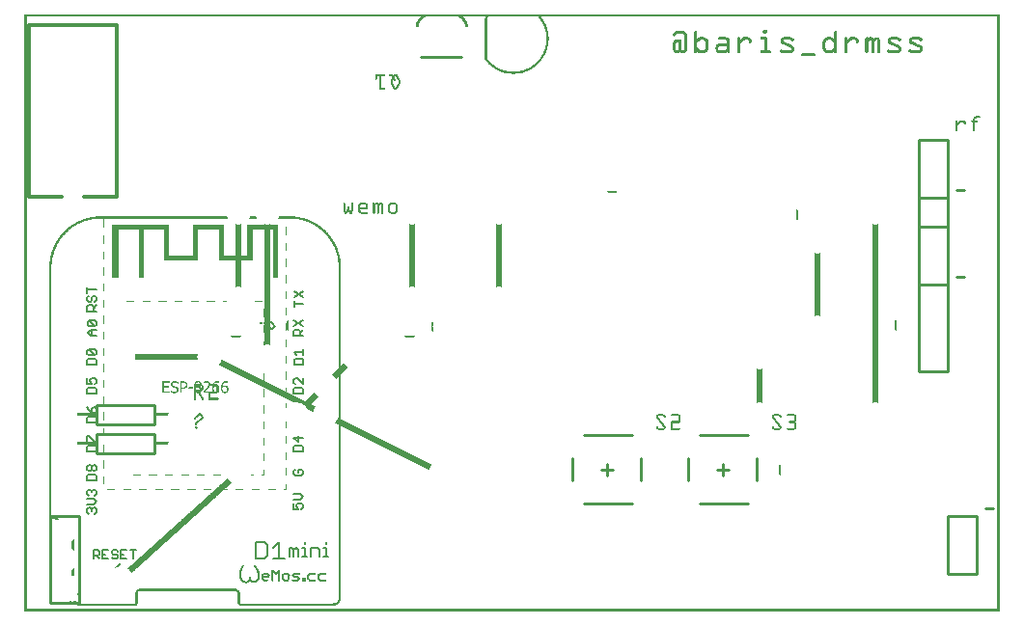
<source format=gto>
G04 MADE WITH FRITZING*
G04 WWW.FRITZING.ORG*
G04 DOUBLE SIDED*
G04 HOLES PLATED*
G04 CONTOUR ON CENTER OF CONTOUR VECTOR*
%ASAXBY*%
%FSLAX23Y23*%
%MOIN*%
%OFA0B0*%
%SFA1.0B1.0*%
%ADD10C,0.013889*%
%ADD11C,0.010000*%
%ADD12C,0.000100*%
%ADD13C,0.005556*%
%ADD14C,0.006944*%
%ADD15R,0.001000X0.001000*%
%LNSILK1*%
G90*
G70*
G54D10*
X319Y1431D02*
X319Y2026D01*
D02*
X319Y2026D02*
X16Y2026D01*
D02*
X16Y2026D02*
X16Y1431D01*
D02*
X319Y1431D02*
X205Y1431D01*
D02*
X130Y1431D02*
X16Y1431D01*
G54D11*
D02*
X190Y29D02*
X190Y329D01*
D02*
X190Y329D02*
X90Y329D01*
D02*
X90Y329D02*
X90Y29D01*
D02*
X90Y29D02*
X190Y29D01*
D02*
X3190Y329D02*
X3190Y129D01*
D02*
X3190Y129D02*
X3290Y129D01*
D02*
X3290Y129D02*
X3290Y329D01*
D02*
X3290Y329D02*
X3190Y329D01*
D02*
X3090Y1129D02*
X3090Y829D01*
D02*
X3090Y829D02*
X3190Y829D01*
D02*
X3190Y829D02*
X3190Y1129D01*
D02*
X3190Y1129D02*
X3090Y1129D01*
D02*
X3090Y1429D02*
X3090Y1129D01*
D02*
X3090Y1129D02*
X3190Y1129D01*
D02*
X3190Y1129D02*
X3190Y1429D01*
D02*
X3190Y1429D02*
X3090Y1429D01*
D02*
X3090Y1629D02*
X3090Y1329D01*
D02*
X3090Y1329D02*
X3190Y1329D01*
D02*
X3190Y1329D02*
X3190Y1629D01*
D02*
X3190Y1629D02*
X3090Y1629D01*
D02*
X249Y612D02*
X449Y612D01*
D02*
X449Y612D02*
X449Y546D01*
D02*
X449Y546D02*
X249Y546D01*
D02*
X249Y546D02*
X249Y612D01*
D02*
X249Y712D02*
X449Y712D01*
D02*
X449Y712D02*
X449Y646D01*
D02*
X449Y646D02*
X249Y646D01*
D02*
X249Y646D02*
X249Y712D01*
D02*
X1510Y1915D02*
X1370Y1915D01*
D02*
X2130Y530D02*
X2130Y451D01*
D02*
X1933Y608D02*
X2101Y608D01*
D02*
X1933Y372D02*
X2101Y372D01*
D02*
X1894Y530D02*
X1894Y451D01*
D02*
X2012Y510D02*
X2012Y470D01*
D02*
X2032Y490D02*
X1992Y490D01*
D02*
X2530Y530D02*
X2530Y451D01*
D02*
X2333Y608D02*
X2501Y608D01*
D02*
X2333Y372D02*
X2501Y372D01*
D02*
X2294Y530D02*
X2294Y451D01*
D02*
X2412Y510D02*
X2412Y470D01*
D02*
X2432Y490D02*
X2392Y490D01*
G54D12*
G36*
X876Y1152D02*
X859Y1152D01*
X859Y1319D01*
X788Y1319D01*
X788Y1212D01*
X672Y1212D01*
X672Y1319D01*
X599Y1319D01*
X599Y1212D01*
X484Y1212D01*
X484Y1319D01*
X413Y1319D01*
X413Y1153D01*
X396Y1153D01*
X396Y1319D01*
X326Y1319D01*
X326Y1152D01*
X303Y1152D01*
X303Y1336D01*
X501Y1336D01*
X501Y1229D01*
X582Y1229D01*
X582Y1336D01*
X689Y1336D01*
X689Y1229D01*
X771Y1229D01*
X771Y1336D01*
X876Y1336D01*
X876Y1152D01*
G37*
D02*
G54D13*
X249Y1037D02*
X217Y1037D01*
X217Y1037D02*
X217Y1052D01*
X217Y1052D02*
X223Y1058D01*
X223Y1058D02*
X233Y1058D01*
X233Y1058D02*
X238Y1052D01*
X238Y1052D02*
X238Y1037D01*
X238Y1047D02*
X249Y1058D01*
X223Y1089D02*
X217Y1084D01*
X217Y1084D02*
X217Y1074D01*
X217Y1074D02*
X223Y1068D01*
X223Y1068D02*
X228Y1068D01*
X228Y1068D02*
X233Y1074D01*
X233Y1074D02*
X233Y1084D01*
X233Y1084D02*
X238Y1089D01*
X238Y1089D02*
X243Y1089D01*
X243Y1089D02*
X249Y1084D01*
X249Y1084D02*
X249Y1074D01*
X249Y1074D02*
X243Y1068D01*
X249Y1111D02*
X217Y1111D01*
X217Y1100D02*
X217Y1120D01*
D02*
X248Y953D02*
X228Y953D01*
X228Y953D02*
X218Y963D01*
X218Y963D02*
X228Y973D01*
X228Y973D02*
X248Y973D01*
X233Y953D02*
X233Y973D01*
X244Y984D02*
X222Y984D01*
X222Y984D02*
X218Y989D01*
X218Y989D02*
X218Y999D01*
X218Y999D02*
X222Y1005D01*
X222Y1005D02*
X244Y1005D01*
X244Y1005D02*
X248Y999D01*
X248Y999D02*
X248Y989D01*
X248Y989D02*
X244Y984D01*
X244Y984D02*
X222Y1005D01*
D02*
X217Y853D02*
X249Y853D01*
X249Y853D02*
X249Y868D01*
X249Y868D02*
X243Y873D01*
X243Y873D02*
X223Y873D01*
X223Y873D02*
X217Y868D01*
X217Y868D02*
X217Y853D01*
X243Y884D02*
X223Y884D01*
X223Y884D02*
X217Y889D01*
X217Y889D02*
X217Y899D01*
X217Y899D02*
X223Y905D01*
X223Y905D02*
X243Y905D01*
X243Y905D02*
X249Y899D01*
X249Y899D02*
X249Y889D01*
X249Y889D02*
X243Y884D01*
X243Y884D02*
X223Y905D01*
D02*
X217Y753D02*
X249Y753D01*
X249Y753D02*
X249Y768D01*
X249Y768D02*
X243Y773D01*
X243Y773D02*
X223Y773D01*
X223Y773D02*
X217Y768D01*
X217Y768D02*
X217Y753D01*
X217Y805D02*
X217Y784D01*
X217Y784D02*
X233Y784D01*
X233Y784D02*
X227Y795D01*
X227Y795D02*
X227Y799D01*
X227Y799D02*
X233Y805D01*
X233Y805D02*
X243Y805D01*
X243Y805D02*
X249Y799D01*
X249Y799D02*
X249Y789D01*
X249Y789D02*
X243Y784D01*
D02*
X217Y653D02*
X249Y653D01*
X249Y653D02*
X249Y668D01*
X249Y668D02*
X243Y673D01*
X243Y673D02*
X223Y673D01*
X223Y673D02*
X217Y668D01*
X217Y668D02*
X217Y653D01*
X217Y705D02*
X223Y695D01*
X223Y695D02*
X233Y684D01*
X233Y684D02*
X243Y684D01*
X243Y684D02*
X249Y689D01*
X249Y689D02*
X249Y699D01*
X249Y699D02*
X243Y705D01*
X243Y705D02*
X238Y705D01*
X238Y705D02*
X233Y699D01*
X233Y699D02*
X233Y684D01*
D02*
X217Y553D02*
X249Y553D01*
X249Y553D02*
X249Y568D01*
X249Y568D02*
X243Y573D01*
X243Y573D02*
X223Y573D01*
X223Y573D02*
X217Y568D01*
X217Y568D02*
X217Y553D01*
X217Y584D02*
X217Y605D01*
X217Y605D02*
X223Y605D01*
X223Y605D02*
X243Y584D01*
X243Y584D02*
X249Y584D01*
D02*
X217Y453D02*
X249Y453D01*
X249Y453D02*
X249Y468D01*
X249Y468D02*
X243Y473D01*
X243Y473D02*
X223Y473D01*
X223Y473D02*
X217Y468D01*
X217Y468D02*
X217Y453D01*
X223Y484D02*
X217Y489D01*
X217Y489D02*
X217Y499D01*
X217Y499D02*
X223Y505D01*
X223Y505D02*
X228Y505D01*
X228Y505D02*
X233Y499D01*
X233Y499D02*
X239Y505D01*
X239Y505D02*
X243Y505D01*
X243Y505D02*
X249Y499D01*
X249Y499D02*
X249Y489D01*
X249Y489D02*
X243Y484D01*
X243Y484D02*
X239Y484D01*
X239Y484D02*
X233Y489D01*
X233Y489D02*
X228Y484D01*
X228Y484D02*
X223Y484D01*
X233Y489D02*
X233Y499D01*
D02*
X223Y337D02*
X217Y342D01*
X217Y342D02*
X217Y352D01*
X217Y352D02*
X223Y358D01*
X223Y358D02*
X227Y358D01*
X227Y358D02*
X233Y352D01*
X233Y352D02*
X233Y347D01*
X233Y352D02*
X238Y358D01*
X238Y358D02*
X243Y358D01*
X243Y358D02*
X249Y352D01*
X249Y352D02*
X249Y342D01*
X249Y342D02*
X243Y337D01*
X217Y368D02*
X238Y368D01*
X238Y368D02*
X249Y379D01*
X249Y379D02*
X238Y389D01*
X238Y389D02*
X217Y389D01*
X223Y400D02*
X217Y405D01*
X217Y405D02*
X217Y416D01*
X217Y416D02*
X223Y420D01*
X223Y420D02*
X227Y420D01*
X227Y420D02*
X233Y416D01*
X233Y416D02*
X233Y411D01*
X233Y416D02*
X238Y420D01*
X238Y420D02*
X243Y420D01*
X243Y420D02*
X249Y416D01*
X249Y416D02*
X249Y405D01*
X249Y405D02*
X243Y400D01*
D02*
X931Y373D02*
X931Y353D01*
X931Y353D02*
X946Y353D01*
X946Y353D02*
X941Y363D01*
X941Y363D02*
X941Y368D01*
X941Y368D02*
X946Y373D01*
X946Y373D02*
X957Y373D01*
X957Y373D02*
X963Y368D01*
X963Y368D02*
X963Y358D01*
X963Y358D02*
X957Y353D01*
X931Y384D02*
X952Y384D01*
X952Y384D02*
X963Y395D01*
X963Y395D02*
X952Y405D01*
X952Y405D02*
X931Y405D01*
D02*
X937Y489D02*
X931Y484D01*
X931Y484D02*
X931Y474D01*
X931Y474D02*
X937Y468D01*
X937Y468D02*
X957Y468D01*
X957Y468D02*
X963Y474D01*
X963Y474D02*
X963Y484D01*
X963Y484D02*
X957Y489D01*
X957Y489D02*
X946Y489D01*
X946Y489D02*
X946Y478D01*
D02*
X931Y553D02*
X963Y553D01*
X963Y553D02*
X963Y568D01*
X963Y568D02*
X957Y573D01*
X957Y573D02*
X937Y573D01*
X937Y573D02*
X931Y568D01*
X931Y568D02*
X931Y553D01*
X963Y599D02*
X931Y599D01*
X931Y599D02*
X947Y584D01*
X947Y584D02*
X947Y605D01*
D02*
X931Y753D02*
X963Y753D01*
X963Y753D02*
X963Y768D01*
X963Y768D02*
X957Y773D01*
X957Y773D02*
X937Y773D01*
X937Y773D02*
X931Y768D01*
X931Y768D02*
X931Y753D01*
X963Y805D02*
X963Y784D01*
X963Y784D02*
X942Y805D01*
X942Y805D02*
X937Y805D01*
X937Y805D02*
X931Y799D01*
X931Y799D02*
X931Y789D01*
X931Y789D02*
X937Y784D01*
D02*
X932Y853D02*
X962Y853D01*
X962Y853D02*
X962Y868D01*
X962Y868D02*
X958Y873D01*
X958Y873D02*
X936Y873D01*
X936Y873D02*
X932Y868D01*
X932Y868D02*
X932Y853D01*
X941Y884D02*
X932Y895D01*
X932Y895D02*
X962Y895D01*
X962Y884D02*
X962Y905D01*
D02*
X963Y953D02*
X931Y953D01*
X931Y953D02*
X931Y968D01*
X931Y968D02*
X937Y973D01*
X937Y973D02*
X947Y973D01*
X947Y973D02*
X952Y968D01*
X952Y968D02*
X952Y953D01*
X952Y963D02*
X963Y973D01*
X931Y984D02*
X963Y1005D01*
X931Y1005D02*
X963Y984D01*
D02*
X962Y1063D02*
X932Y1063D01*
X932Y1053D02*
X932Y1073D01*
X932Y1084D02*
X962Y1105D01*
X932Y1105D02*
X962Y1084D01*
D02*
X239Y181D02*
X239Y212D01*
X239Y212D02*
X254Y212D01*
X254Y212D02*
X259Y207D01*
X259Y207D02*
X259Y196D01*
X259Y196D02*
X254Y191D01*
X254Y191D02*
X239Y191D01*
X249Y191D02*
X259Y181D01*
X291Y212D02*
X270Y212D01*
X270Y212D02*
X270Y181D01*
X270Y181D02*
X291Y181D01*
X270Y196D02*
X281Y196D01*
X323Y207D02*
X318Y212D01*
X318Y212D02*
X307Y212D01*
X307Y212D02*
X302Y207D01*
X302Y207D02*
X302Y201D01*
X302Y201D02*
X307Y196D01*
X307Y196D02*
X318Y196D01*
X318Y196D02*
X323Y191D01*
X323Y191D02*
X323Y186D01*
X323Y186D02*
X318Y181D01*
X318Y181D02*
X307Y181D01*
X307Y181D02*
X302Y186D01*
X354Y212D02*
X334Y212D01*
X334Y212D02*
X334Y181D01*
X334Y181D02*
X354Y181D01*
X334Y196D02*
X344Y196D01*
X376Y181D02*
X376Y212D01*
X365Y212D02*
X386Y212D01*
D02*
G54D14*
X801Y240D02*
X801Y181D01*
X801Y181D02*
X830Y181D01*
X830Y181D02*
X840Y191D01*
X840Y191D02*
X840Y230D01*
X840Y230D02*
X830Y240D01*
X830Y240D02*
X801Y240D01*
X860Y220D02*
X880Y240D01*
X880Y240D02*
X880Y181D01*
X860Y181D02*
X898Y181D01*
D02*
X917Y190D02*
X917Y219D01*
X917Y219D02*
X924Y219D01*
X924Y219D02*
X930Y211D01*
X930Y211D02*
X930Y190D01*
X930Y211D02*
X938Y219D01*
X938Y219D02*
X945Y211D01*
X945Y211D02*
X945Y190D01*
X960Y219D02*
X968Y219D01*
X968Y219D02*
X968Y190D01*
X960Y190D02*
X975Y190D01*
X968Y240D02*
X968Y232D01*
X990Y190D02*
X990Y219D01*
X990Y219D02*
X1012Y219D01*
X1012Y219D02*
X1019Y211D01*
X1019Y211D02*
X1019Y190D01*
X1034Y219D02*
X1042Y219D01*
X1042Y219D02*
X1042Y190D01*
X1034Y190D02*
X1048Y190D01*
X1042Y240D02*
X1042Y232D01*
D02*
G54D15*
X1Y2062D02*
X3368Y2062D01*
X1Y2061D02*
X3368Y2061D01*
X1Y2060D02*
X3368Y2060D01*
X1Y2059D02*
X3368Y2059D01*
X1Y2058D02*
X3368Y2058D01*
X1Y2057D02*
X3368Y2057D01*
X1Y2056D02*
X3368Y2056D01*
X1Y2055D02*
X3368Y2055D01*
X1Y2054D02*
X8Y2054D01*
X1369Y2054D02*
X1385Y2054D01*
X1500Y2054D02*
X1515Y2054D01*
X1594Y2054D02*
X1603Y2054D01*
X1776Y2054D02*
X1785Y2054D01*
X3361Y2054D02*
X3368Y2054D01*
X1Y2053D02*
X8Y2053D01*
X1368Y2053D02*
X1383Y2053D01*
X1501Y2053D02*
X1516Y2053D01*
X1593Y2053D02*
X1602Y2053D01*
X1776Y2053D02*
X1785Y2053D01*
X3361Y2053D02*
X3368Y2053D01*
X1Y2052D02*
X8Y2052D01*
X1367Y2052D02*
X1382Y2052D01*
X1503Y2052D02*
X1517Y2052D01*
X1592Y2052D02*
X1601Y2052D01*
X1777Y2052D02*
X1786Y2052D01*
X3361Y2052D02*
X3368Y2052D01*
X1Y2051D02*
X8Y2051D01*
X1366Y2051D02*
X1380Y2051D01*
X1504Y2051D02*
X1518Y2051D01*
X1592Y2051D02*
X1600Y2051D01*
X1778Y2051D02*
X1787Y2051D01*
X3361Y2051D02*
X3368Y2051D01*
X1Y2050D02*
X8Y2050D01*
X1365Y2050D02*
X1379Y2050D01*
X1506Y2050D02*
X1519Y2050D01*
X1591Y2050D02*
X1600Y2050D01*
X1779Y2050D02*
X1788Y2050D01*
X3361Y2050D02*
X3368Y2050D01*
X1Y2049D02*
X8Y2049D01*
X1364Y2049D02*
X1378Y2049D01*
X1507Y2049D02*
X1520Y2049D01*
X1591Y2049D02*
X1599Y2049D01*
X1780Y2049D02*
X1788Y2049D01*
X3361Y2049D02*
X3368Y2049D01*
X1Y2048D02*
X8Y2048D01*
X1364Y2048D02*
X1376Y2048D01*
X1508Y2048D02*
X1521Y2048D01*
X1591Y2048D02*
X1598Y2048D01*
X1780Y2048D02*
X1789Y2048D01*
X3361Y2048D02*
X3368Y2048D01*
X1Y2047D02*
X8Y2047D01*
X1363Y2047D02*
X1375Y2047D01*
X1509Y2047D02*
X1522Y2047D01*
X1591Y2047D02*
X1598Y2047D01*
X1781Y2047D02*
X1790Y2047D01*
X3361Y2047D02*
X3368Y2047D01*
X1Y2046D02*
X8Y2046D01*
X1362Y2046D02*
X1374Y2046D01*
X1510Y2046D02*
X1523Y2046D01*
X1591Y2046D02*
X1598Y2046D01*
X1782Y2046D02*
X1790Y2046D01*
X3361Y2046D02*
X3368Y2046D01*
X1Y2045D02*
X8Y2045D01*
X1361Y2045D02*
X1373Y2045D01*
X1511Y2045D02*
X1523Y2045D01*
X1591Y2045D02*
X1598Y2045D01*
X1783Y2045D02*
X1791Y2045D01*
X3361Y2045D02*
X3368Y2045D01*
X1Y2044D02*
X8Y2044D01*
X1361Y2044D02*
X1372Y2044D01*
X1513Y2044D02*
X1524Y2044D01*
X1591Y2044D02*
X1598Y2044D01*
X1783Y2044D02*
X1792Y2044D01*
X3361Y2044D02*
X3368Y2044D01*
X1Y2043D02*
X8Y2043D01*
X1360Y2043D02*
X1371Y2043D01*
X1513Y2043D02*
X1525Y2043D01*
X1591Y2043D02*
X1598Y2043D01*
X1784Y2043D02*
X1792Y2043D01*
X3361Y2043D02*
X3368Y2043D01*
X1Y2042D02*
X8Y2042D01*
X1359Y2042D02*
X1370Y2042D01*
X1514Y2042D02*
X1525Y2042D01*
X1591Y2042D02*
X1598Y2042D01*
X1785Y2042D02*
X1793Y2042D01*
X3361Y2042D02*
X3368Y2042D01*
X1Y2041D02*
X8Y2041D01*
X1359Y2041D02*
X1370Y2041D01*
X1515Y2041D02*
X1526Y2041D01*
X1591Y2041D02*
X1598Y2041D01*
X1785Y2041D02*
X1794Y2041D01*
X3361Y2041D02*
X3368Y2041D01*
X1Y2040D02*
X8Y2040D01*
X1358Y2040D02*
X1369Y2040D01*
X1516Y2040D02*
X1526Y2040D01*
X1591Y2040D02*
X1598Y2040D01*
X1786Y2040D02*
X1794Y2040D01*
X3361Y2040D02*
X3368Y2040D01*
X1Y2039D02*
X8Y2039D01*
X1358Y2039D02*
X1368Y2039D01*
X1517Y2039D02*
X1527Y2039D01*
X1591Y2039D02*
X1598Y2039D01*
X1787Y2039D02*
X1795Y2039D01*
X3361Y2039D02*
X3368Y2039D01*
X1Y2038D02*
X8Y2038D01*
X1357Y2038D02*
X1367Y2038D01*
X1517Y2038D02*
X1527Y2038D01*
X1591Y2038D02*
X1598Y2038D01*
X1787Y2038D02*
X1795Y2038D01*
X3361Y2038D02*
X3368Y2038D01*
X1Y2037D02*
X8Y2037D01*
X1357Y2037D02*
X1367Y2037D01*
X1518Y2037D02*
X1528Y2037D01*
X1591Y2037D02*
X1598Y2037D01*
X1788Y2037D02*
X1796Y2037D01*
X3361Y2037D02*
X3368Y2037D01*
X1Y2036D02*
X8Y2036D01*
X1356Y2036D02*
X1366Y2036D01*
X1519Y2036D02*
X1528Y2036D01*
X1591Y2036D02*
X1598Y2036D01*
X1789Y2036D02*
X1796Y2036D01*
X3361Y2036D02*
X3368Y2036D01*
X1Y2035D02*
X8Y2035D01*
X1356Y2035D02*
X1366Y2035D01*
X1519Y2035D02*
X1529Y2035D01*
X1591Y2035D02*
X1598Y2035D01*
X1789Y2035D02*
X1797Y2035D01*
X3361Y2035D02*
X3368Y2035D01*
X1Y2034D02*
X8Y2034D01*
X1355Y2034D02*
X1365Y2034D01*
X1520Y2034D02*
X1529Y2034D01*
X1591Y2034D02*
X1598Y2034D01*
X1790Y2034D02*
X1797Y2034D01*
X3361Y2034D02*
X3368Y2034D01*
X1Y2033D02*
X8Y2033D01*
X1355Y2033D02*
X1365Y2033D01*
X1520Y2033D02*
X1530Y2033D01*
X1591Y2033D02*
X1598Y2033D01*
X1790Y2033D02*
X1798Y2033D01*
X3361Y2033D02*
X3368Y2033D01*
X1Y2032D02*
X8Y2032D01*
X1355Y2032D02*
X1364Y2032D01*
X1520Y2032D02*
X1530Y2032D01*
X1591Y2032D02*
X1598Y2032D01*
X1791Y2032D02*
X1798Y2032D01*
X3361Y2032D02*
X3368Y2032D01*
X1Y2031D02*
X8Y2031D01*
X1354Y2031D02*
X1364Y2031D01*
X1521Y2031D02*
X1530Y2031D01*
X1591Y2031D02*
X1598Y2031D01*
X1791Y2031D02*
X1799Y2031D01*
X3361Y2031D02*
X3368Y2031D01*
X1Y2030D02*
X8Y2030D01*
X1354Y2030D02*
X1363Y2030D01*
X1521Y2030D02*
X1530Y2030D01*
X1591Y2030D02*
X1598Y2030D01*
X1792Y2030D02*
X1799Y2030D01*
X3361Y2030D02*
X3368Y2030D01*
X1Y2029D02*
X8Y2029D01*
X1354Y2029D02*
X1363Y2029D01*
X1521Y2029D02*
X1531Y2029D01*
X1591Y2029D02*
X1598Y2029D01*
X1792Y2029D02*
X1800Y2029D01*
X3361Y2029D02*
X3368Y2029D01*
X1Y2028D02*
X8Y2028D01*
X1354Y2028D02*
X1363Y2028D01*
X1522Y2028D02*
X1531Y2028D01*
X1591Y2028D02*
X1598Y2028D01*
X1793Y2028D02*
X1800Y2028D01*
X3361Y2028D02*
X3368Y2028D01*
X1Y2027D02*
X8Y2027D01*
X1354Y2027D02*
X1363Y2027D01*
X1522Y2027D02*
X1531Y2027D01*
X1591Y2027D02*
X1598Y2027D01*
X1793Y2027D02*
X1801Y2027D01*
X3361Y2027D02*
X3368Y2027D01*
X1Y2026D02*
X8Y2026D01*
X1353Y2026D02*
X1362Y2026D01*
X1522Y2026D02*
X1531Y2026D01*
X1591Y2026D02*
X1598Y2026D01*
X1794Y2026D02*
X1801Y2026D01*
X3361Y2026D02*
X3368Y2026D01*
X1Y2025D02*
X8Y2025D01*
X1353Y2025D02*
X1362Y2025D01*
X1522Y2025D02*
X1531Y2025D01*
X1591Y2025D02*
X1598Y2025D01*
X1794Y2025D02*
X1802Y2025D01*
X3361Y2025D02*
X3368Y2025D01*
X1Y2024D02*
X8Y2024D01*
X1353Y2024D02*
X1362Y2024D01*
X1522Y2024D02*
X1532Y2024D01*
X1591Y2024D02*
X1598Y2024D01*
X1795Y2024D02*
X1802Y2024D01*
X3361Y2024D02*
X3368Y2024D01*
X1Y2023D02*
X8Y2023D01*
X1353Y2023D02*
X1362Y2023D01*
X1523Y2023D02*
X1532Y2023D01*
X1591Y2023D02*
X1598Y2023D01*
X1795Y2023D02*
X1802Y2023D01*
X3361Y2023D02*
X3368Y2023D01*
X1Y2022D02*
X8Y2022D01*
X1353Y2022D02*
X1362Y2022D01*
X1523Y2022D02*
X1532Y2022D01*
X1591Y2022D02*
X1598Y2022D01*
X1795Y2022D02*
X1803Y2022D01*
X3361Y2022D02*
X3368Y2022D01*
X1Y2021D02*
X8Y2021D01*
X1353Y2021D02*
X1362Y2021D01*
X1523Y2021D02*
X1532Y2021D01*
X1591Y2021D02*
X1598Y2021D01*
X1796Y2021D02*
X1803Y2021D01*
X3361Y2021D02*
X3368Y2021D01*
X1Y2020D02*
X8Y2020D01*
X1353Y2020D02*
X1362Y2020D01*
X1523Y2020D02*
X1530Y2020D01*
X1591Y2020D02*
X1598Y2020D01*
X1796Y2020D02*
X1803Y2020D01*
X3361Y2020D02*
X3368Y2020D01*
X1Y2019D02*
X8Y2019D01*
X1354Y2019D02*
X1362Y2019D01*
X1523Y2019D02*
X1526Y2019D01*
X1591Y2019D02*
X1598Y2019D01*
X1797Y2019D02*
X1804Y2019D01*
X3361Y2019D02*
X3368Y2019D01*
X1Y2018D02*
X8Y2018D01*
X1357Y2018D02*
X1361Y2018D01*
X1591Y2018D02*
X1598Y2018D01*
X1797Y2018D02*
X1804Y2018D01*
X3361Y2018D02*
X3368Y2018D01*
X1Y2017D02*
X8Y2017D01*
X1359Y2017D02*
X1360Y2017D01*
X1591Y2017D02*
X1598Y2017D01*
X1797Y2017D02*
X1805Y2017D01*
X3361Y2017D02*
X3368Y2017D01*
X1Y2016D02*
X8Y2016D01*
X1591Y2016D02*
X1598Y2016D01*
X1798Y2016D02*
X1805Y2016D01*
X3361Y2016D02*
X3368Y2016D01*
X1Y2015D02*
X8Y2015D01*
X1591Y2015D02*
X1598Y2015D01*
X1798Y2015D02*
X1805Y2015D01*
X3361Y2015D02*
X3368Y2015D01*
X1Y2014D02*
X8Y2014D01*
X1591Y2014D02*
X1598Y2014D01*
X1798Y2014D02*
X1805Y2014D01*
X3361Y2014D02*
X3368Y2014D01*
X1Y2013D02*
X8Y2013D01*
X1591Y2013D02*
X1598Y2013D01*
X1799Y2013D02*
X1806Y2013D01*
X3361Y2013D02*
X3368Y2013D01*
X1Y2012D02*
X8Y2012D01*
X1591Y2012D02*
X1598Y2012D01*
X1799Y2012D02*
X1806Y2012D01*
X3361Y2012D02*
X3368Y2012D01*
X1Y2011D02*
X8Y2011D01*
X1591Y2011D02*
X1598Y2011D01*
X1799Y2011D02*
X1806Y2011D01*
X3361Y2011D02*
X3368Y2011D01*
X1Y2010D02*
X8Y2010D01*
X1591Y2010D02*
X1598Y2010D01*
X1800Y2010D02*
X1807Y2010D01*
X3361Y2010D02*
X3368Y2010D01*
X1Y2009D02*
X8Y2009D01*
X1591Y2009D02*
X1598Y2009D01*
X1800Y2009D02*
X1807Y2009D01*
X2554Y2009D02*
X2563Y2009D01*
X3361Y2009D02*
X3368Y2009D01*
X1Y2008D02*
X8Y2008D01*
X1591Y2008D02*
X1598Y2008D01*
X1800Y2008D02*
X1807Y2008D01*
X2553Y2008D02*
X2564Y2008D01*
X3361Y2008D02*
X3368Y2008D01*
X1Y2007D02*
X8Y2007D01*
X1591Y2007D02*
X1598Y2007D01*
X1800Y2007D02*
X1807Y2007D01*
X2552Y2007D02*
X2565Y2007D01*
X3361Y2007D02*
X3368Y2007D01*
X1Y2006D02*
X8Y2006D01*
X1591Y2006D02*
X1598Y2006D01*
X1801Y2006D02*
X1808Y2006D01*
X2551Y2006D02*
X2565Y2006D01*
X3361Y2006D02*
X3368Y2006D01*
X1Y2005D02*
X8Y2005D01*
X1591Y2005D02*
X1598Y2005D01*
X1801Y2005D02*
X1808Y2005D01*
X2254Y2005D02*
X2276Y2005D01*
X2317Y2005D02*
X2321Y2005D01*
X2551Y2005D02*
X2565Y2005D01*
X2801Y2005D02*
X2804Y2005D01*
X3361Y2005D02*
X3368Y2005D01*
X1Y2004D02*
X8Y2004D01*
X1591Y2004D02*
X1598Y2004D01*
X1801Y2004D02*
X1808Y2004D01*
X2251Y2004D02*
X2279Y2004D01*
X2316Y2004D02*
X2322Y2004D01*
X2551Y2004D02*
X2565Y2004D01*
X2799Y2004D02*
X2806Y2004D01*
X3361Y2004D02*
X3368Y2004D01*
X1Y2003D02*
X8Y2003D01*
X1591Y2003D02*
X1598Y2003D01*
X1801Y2003D02*
X1808Y2003D01*
X2249Y2003D02*
X2280Y2003D01*
X2315Y2003D02*
X2323Y2003D01*
X2551Y2003D02*
X2565Y2003D01*
X2799Y2003D02*
X2806Y2003D01*
X3361Y2003D02*
X3368Y2003D01*
X1Y2002D02*
X8Y2002D01*
X1591Y2002D02*
X1598Y2002D01*
X1801Y2002D02*
X1808Y2002D01*
X2248Y2002D02*
X2282Y2002D01*
X2315Y2002D02*
X2323Y2002D01*
X2551Y2002D02*
X2565Y2002D01*
X2798Y2002D02*
X2807Y2002D01*
X3361Y2002D02*
X3368Y2002D01*
X1Y2001D02*
X8Y2001D01*
X1591Y2001D02*
X1598Y2001D01*
X1802Y2001D02*
X1809Y2001D01*
X2246Y2001D02*
X2283Y2001D01*
X2315Y2001D02*
X2323Y2001D01*
X2551Y2001D02*
X2565Y2001D01*
X2798Y2001D02*
X2807Y2001D01*
X3361Y2001D02*
X3368Y2001D01*
X1Y2000D02*
X8Y2000D01*
X1591Y2000D02*
X1598Y2000D01*
X1802Y2000D02*
X1809Y2000D01*
X2245Y2000D02*
X2284Y2000D01*
X2314Y2000D02*
X2324Y2000D01*
X2551Y2000D02*
X2565Y2000D01*
X2798Y2000D02*
X2807Y2000D01*
X3361Y2000D02*
X3368Y2000D01*
X1Y1999D02*
X8Y1999D01*
X1591Y1999D02*
X1598Y1999D01*
X1802Y1999D02*
X1809Y1999D01*
X2244Y1999D02*
X2285Y1999D01*
X2314Y1999D02*
X2324Y1999D01*
X2552Y1999D02*
X2565Y1999D01*
X2798Y1999D02*
X2807Y1999D01*
X3361Y1999D02*
X3368Y1999D01*
X1Y1998D02*
X8Y1998D01*
X1591Y1998D02*
X1598Y1998D01*
X1802Y1998D02*
X1809Y1998D01*
X2243Y1998D02*
X2286Y1998D01*
X2314Y1998D02*
X2324Y1998D01*
X2552Y1998D02*
X2565Y1998D01*
X2798Y1998D02*
X2807Y1998D01*
X3361Y1998D02*
X3368Y1998D01*
X1Y1997D02*
X8Y1997D01*
X1591Y1997D02*
X1598Y1997D01*
X1802Y1997D02*
X1809Y1997D01*
X2243Y1997D02*
X2287Y1997D01*
X2314Y1997D02*
X2324Y1997D01*
X2553Y1997D02*
X2564Y1997D01*
X2798Y1997D02*
X2807Y1997D01*
X3361Y1997D02*
X3368Y1997D01*
X1Y1996D02*
X8Y1996D01*
X1591Y1996D02*
X1598Y1996D01*
X1803Y1996D02*
X1810Y1996D01*
X2242Y1996D02*
X2287Y1996D01*
X2314Y1996D02*
X2324Y1996D01*
X2554Y1996D02*
X2562Y1996D01*
X2798Y1996D02*
X2807Y1996D01*
X3361Y1996D02*
X3368Y1996D01*
X1Y1995D02*
X8Y1995D01*
X1591Y1995D02*
X1598Y1995D01*
X1803Y1995D02*
X1810Y1995D01*
X2241Y1995D02*
X2255Y1995D01*
X2275Y1995D02*
X2288Y1995D01*
X2314Y1995D02*
X2324Y1995D01*
X2798Y1995D02*
X2807Y1995D01*
X3361Y1995D02*
X3368Y1995D01*
X1Y1994D02*
X8Y1994D01*
X1591Y1994D02*
X1598Y1994D01*
X1803Y1994D02*
X1810Y1994D01*
X2241Y1994D02*
X2253Y1994D01*
X2277Y1994D02*
X2288Y1994D01*
X2314Y1994D02*
X2324Y1994D01*
X2798Y1994D02*
X2807Y1994D01*
X3361Y1994D02*
X3368Y1994D01*
X1Y1993D02*
X8Y1993D01*
X1591Y1993D02*
X1598Y1993D01*
X1803Y1993D02*
X1810Y1993D01*
X2241Y1993D02*
X2252Y1993D01*
X2278Y1993D02*
X2288Y1993D01*
X2314Y1993D02*
X2324Y1993D01*
X2798Y1993D02*
X2807Y1993D01*
X3361Y1993D02*
X3368Y1993D01*
X1Y1992D02*
X8Y1992D01*
X1591Y1992D02*
X1598Y1992D01*
X1803Y1992D02*
X1810Y1992D01*
X2241Y1992D02*
X2251Y1992D01*
X2279Y1992D02*
X2289Y1992D01*
X2314Y1992D02*
X2324Y1992D01*
X2798Y1992D02*
X2807Y1992D01*
X3361Y1992D02*
X3368Y1992D01*
X1Y1991D02*
X8Y1991D01*
X1591Y1991D02*
X1598Y1991D01*
X1803Y1991D02*
X1810Y1991D01*
X2241Y1991D02*
X2250Y1991D01*
X2279Y1991D02*
X2289Y1991D01*
X2314Y1991D02*
X2324Y1991D01*
X2798Y1991D02*
X2807Y1991D01*
X3361Y1991D02*
X3368Y1991D01*
X1Y1990D02*
X8Y1990D01*
X1591Y1990D02*
X1598Y1990D01*
X1803Y1990D02*
X1810Y1990D01*
X2241Y1990D02*
X2249Y1990D01*
X2280Y1990D02*
X2289Y1990D01*
X2314Y1990D02*
X2324Y1990D01*
X2798Y1990D02*
X2807Y1990D01*
X3361Y1990D02*
X3368Y1990D01*
X1Y1989D02*
X8Y1989D01*
X1591Y1989D02*
X1598Y1989D01*
X1803Y1989D02*
X1810Y1989D01*
X2242Y1989D02*
X2249Y1989D01*
X2280Y1989D02*
X2289Y1989D01*
X2314Y1989D02*
X2324Y1989D01*
X2798Y1989D02*
X2807Y1989D01*
X3361Y1989D02*
X3368Y1989D01*
X1Y1988D02*
X8Y1988D01*
X1591Y1988D02*
X1598Y1988D01*
X1803Y1988D02*
X1810Y1988D01*
X2243Y1988D02*
X2248Y1988D01*
X2280Y1988D02*
X2289Y1988D01*
X2314Y1988D02*
X2324Y1988D01*
X2798Y1988D02*
X2807Y1988D01*
X3361Y1988D02*
X3368Y1988D01*
X1Y1987D02*
X8Y1987D01*
X1591Y1987D02*
X1598Y1987D01*
X1804Y1987D02*
X1810Y1987D01*
X2245Y1987D02*
X2245Y1987D01*
X2280Y1987D02*
X2289Y1987D01*
X2314Y1987D02*
X2324Y1987D01*
X2798Y1987D02*
X2807Y1987D01*
X3361Y1987D02*
X3368Y1987D01*
X1Y1986D02*
X8Y1986D01*
X1591Y1986D02*
X1598Y1986D01*
X1804Y1986D02*
X1810Y1986D01*
X2280Y1986D02*
X2289Y1986D01*
X2314Y1986D02*
X2324Y1986D01*
X2798Y1986D02*
X2807Y1986D01*
X3361Y1986D02*
X3368Y1986D01*
X1Y1985D02*
X8Y1985D01*
X1591Y1985D02*
X1598Y1985D01*
X1804Y1985D02*
X1811Y1985D01*
X2280Y1985D02*
X2289Y1985D01*
X2314Y1985D02*
X2324Y1985D01*
X2798Y1985D02*
X2807Y1985D01*
X3361Y1985D02*
X3368Y1985D01*
X1Y1984D02*
X8Y1984D01*
X1591Y1984D02*
X1598Y1984D01*
X1804Y1984D02*
X1811Y1984D01*
X2280Y1984D02*
X2289Y1984D01*
X2314Y1984D02*
X2324Y1984D01*
X2335Y1984D02*
X2347Y1984D01*
X2399Y1984D02*
X2424Y1984D01*
X2466Y1984D02*
X2468Y1984D01*
X2485Y1984D02*
X2500Y1984D01*
X2545Y1984D02*
X2562Y1984D01*
X2622Y1984D02*
X2647Y1984D01*
X2774Y1984D02*
X2786Y1984D01*
X2798Y1984D02*
X2807Y1984D01*
X2836Y1984D02*
X2838Y1984D01*
X2855Y1984D02*
X2870Y1984D01*
X2909Y1984D02*
X2911Y1984D01*
X2921Y1984D02*
X2926Y1984D01*
X2944Y1984D02*
X2944Y1984D01*
X2992Y1984D02*
X3017Y1984D01*
X3066Y1984D02*
X3091Y1984D01*
X3361Y1984D02*
X3368Y1984D01*
X1Y1983D02*
X8Y1983D01*
X1591Y1983D02*
X1598Y1983D01*
X1804Y1983D02*
X1811Y1983D01*
X2280Y1983D02*
X2289Y1983D01*
X2314Y1983D02*
X2324Y1983D01*
X2332Y1983D02*
X2351Y1983D01*
X2397Y1983D02*
X2427Y1983D01*
X2464Y1983D02*
X2470Y1983D01*
X2484Y1983D02*
X2503Y1983D01*
X2543Y1983D02*
X2564Y1983D01*
X2619Y1983D02*
X2651Y1983D01*
X2771Y1983D02*
X2789Y1983D01*
X2798Y1983D02*
X2807Y1983D01*
X2834Y1983D02*
X2840Y1983D01*
X2854Y1983D02*
X2873Y1983D01*
X2907Y1983D02*
X2913Y1983D01*
X2919Y1983D02*
X2928Y1983D01*
X2939Y1983D02*
X2948Y1983D01*
X2989Y1983D02*
X3021Y1983D01*
X3063Y1983D02*
X3095Y1983D01*
X3361Y1983D02*
X3368Y1983D01*
X1Y1982D02*
X8Y1982D01*
X1591Y1982D02*
X1598Y1982D01*
X1804Y1982D02*
X1811Y1982D01*
X2280Y1982D02*
X2289Y1982D01*
X2314Y1982D02*
X2324Y1982D01*
X2330Y1982D02*
X2352Y1982D01*
X2396Y1982D02*
X2429Y1982D01*
X2463Y1982D02*
X2471Y1982D01*
X2483Y1982D02*
X2505Y1982D01*
X2542Y1982D02*
X2564Y1982D01*
X2617Y1982D02*
X2653Y1982D01*
X2769Y1982D02*
X2791Y1982D01*
X2798Y1982D02*
X2807Y1982D01*
X2833Y1982D02*
X2840Y1982D01*
X2852Y1982D02*
X2875Y1982D01*
X2906Y1982D02*
X2914Y1982D01*
X2917Y1982D02*
X2930Y1982D01*
X2937Y1982D02*
X2950Y1982D01*
X2987Y1982D02*
X3023Y1982D01*
X3061Y1982D02*
X3097Y1982D01*
X3361Y1982D02*
X3368Y1982D01*
X1Y1981D02*
X8Y1981D01*
X1591Y1981D02*
X1598Y1981D01*
X1804Y1981D02*
X1811Y1981D01*
X2280Y1981D02*
X2289Y1981D01*
X2314Y1981D02*
X2324Y1981D01*
X2328Y1981D02*
X2354Y1981D01*
X2396Y1981D02*
X2431Y1981D01*
X2463Y1981D02*
X2471Y1981D01*
X2481Y1981D02*
X2507Y1981D01*
X2542Y1981D02*
X2565Y1981D01*
X2616Y1981D02*
X2654Y1981D01*
X2768Y1981D02*
X2793Y1981D01*
X2798Y1981D02*
X2807Y1981D01*
X2833Y1981D02*
X2841Y1981D01*
X2851Y1981D02*
X2877Y1981D01*
X2906Y1981D02*
X2931Y1981D01*
X2936Y1981D02*
X2951Y1981D01*
X2986Y1981D02*
X3024Y1981D01*
X3060Y1981D02*
X3098Y1981D01*
X3361Y1981D02*
X3368Y1981D01*
X1Y1980D02*
X8Y1980D01*
X1591Y1980D02*
X1598Y1980D01*
X1804Y1980D02*
X1811Y1980D01*
X2280Y1980D02*
X2289Y1980D01*
X2314Y1980D02*
X2324Y1980D01*
X2327Y1980D02*
X2355Y1980D01*
X2396Y1980D02*
X2432Y1980D01*
X2462Y1980D02*
X2471Y1980D01*
X2480Y1980D02*
X2508Y1980D01*
X2541Y1980D02*
X2565Y1980D01*
X2615Y1980D02*
X2656Y1980D01*
X2766Y1980D02*
X2794Y1980D01*
X2798Y1980D02*
X2807Y1980D01*
X2832Y1980D02*
X2841Y1980D01*
X2850Y1980D02*
X2878Y1980D01*
X2906Y1980D02*
X2932Y1980D01*
X2935Y1980D02*
X2952Y1980D01*
X2985Y1980D02*
X3025Y1980D01*
X3059Y1980D02*
X3099Y1980D01*
X3361Y1980D02*
X3368Y1980D01*
X1Y1979D02*
X8Y1979D01*
X1591Y1979D02*
X1598Y1979D01*
X1804Y1979D02*
X1811Y1979D01*
X2280Y1979D02*
X2289Y1979D01*
X2314Y1979D02*
X2324Y1979D01*
X2326Y1979D02*
X2357Y1979D01*
X2396Y1979D02*
X2433Y1979D01*
X2462Y1979D02*
X2471Y1979D01*
X2479Y1979D02*
X2509Y1979D01*
X2541Y1979D02*
X2565Y1979D01*
X2614Y1979D02*
X2657Y1979D01*
X2765Y1979D02*
X2795Y1979D01*
X2798Y1979D02*
X2807Y1979D01*
X2832Y1979D02*
X2841Y1979D01*
X2849Y1979D02*
X2878Y1979D01*
X2905Y1979D02*
X2953Y1979D01*
X2984Y1979D02*
X3026Y1979D01*
X3058Y1979D02*
X3100Y1979D01*
X3361Y1979D02*
X3368Y1979D01*
X1Y1978D02*
X8Y1978D01*
X1591Y1978D02*
X1598Y1978D01*
X1804Y1978D02*
X1811Y1978D01*
X2280Y1978D02*
X2289Y1978D01*
X2314Y1978D02*
X2358Y1978D01*
X2396Y1978D02*
X2434Y1978D01*
X2462Y1978D02*
X2471Y1978D01*
X2478Y1978D02*
X2509Y1978D01*
X2542Y1978D02*
X2565Y1978D01*
X2613Y1978D02*
X2657Y1978D01*
X2764Y1978D02*
X2796Y1978D01*
X2798Y1978D02*
X2807Y1978D01*
X2832Y1978D02*
X2841Y1978D01*
X2848Y1978D02*
X2879Y1978D01*
X2905Y1978D02*
X2954Y1978D01*
X2983Y1978D02*
X3027Y1978D01*
X3057Y1978D02*
X3101Y1978D01*
X3361Y1978D02*
X3368Y1978D01*
X1Y1977D02*
X8Y1977D01*
X1591Y1977D02*
X1598Y1977D01*
X1804Y1977D02*
X1811Y1977D01*
X2280Y1977D02*
X2289Y1977D01*
X2314Y1977D02*
X2358Y1977D01*
X2396Y1977D02*
X2435Y1977D01*
X2462Y1977D02*
X2472Y1977D01*
X2477Y1977D02*
X2510Y1977D01*
X2542Y1977D02*
X2565Y1977D01*
X2613Y1977D02*
X2658Y1977D01*
X2763Y1977D02*
X2807Y1977D01*
X2832Y1977D02*
X2841Y1977D01*
X2847Y1977D02*
X2880Y1977D01*
X2905Y1977D02*
X2954Y1977D01*
X2983Y1977D02*
X3028Y1977D01*
X3057Y1977D02*
X3102Y1977D01*
X3361Y1977D02*
X3368Y1977D01*
X1Y1976D02*
X8Y1976D01*
X1591Y1976D02*
X1598Y1976D01*
X1804Y1976D02*
X1811Y1976D01*
X2280Y1976D02*
X2289Y1976D01*
X2314Y1976D02*
X2359Y1976D01*
X2397Y1976D02*
X2435Y1976D01*
X2462Y1976D02*
X2471Y1976D01*
X2476Y1976D02*
X2510Y1976D01*
X2543Y1976D02*
X2565Y1976D01*
X2612Y1976D02*
X2658Y1976D01*
X2762Y1976D02*
X2807Y1976D01*
X2832Y1976D02*
X2841Y1976D01*
X2845Y1976D02*
X2880Y1976D01*
X2905Y1976D02*
X2955Y1976D01*
X2982Y1976D02*
X3028Y1976D01*
X3056Y1976D02*
X3102Y1976D01*
X3361Y1976D02*
X3368Y1976D01*
X1Y1975D02*
X8Y1975D01*
X1591Y1975D02*
X1598Y1975D01*
X1804Y1975D02*
X1811Y1975D01*
X2251Y1975D02*
X2267Y1975D01*
X2280Y1975D02*
X2289Y1975D01*
X2314Y1975D02*
X2360Y1975D01*
X2398Y1975D02*
X2436Y1975D01*
X2462Y1975D02*
X2471Y1975D01*
X2474Y1975D02*
X2511Y1975D01*
X2544Y1975D02*
X2565Y1975D01*
X2612Y1975D02*
X2658Y1975D01*
X2761Y1975D02*
X2807Y1975D01*
X2832Y1975D02*
X2841Y1975D01*
X2844Y1975D02*
X2880Y1975D01*
X2905Y1975D02*
X2955Y1975D01*
X2982Y1975D02*
X3028Y1975D01*
X3056Y1975D02*
X3102Y1975D01*
X3361Y1975D02*
X3368Y1975D01*
X1Y1974D02*
X8Y1974D01*
X1591Y1974D02*
X1598Y1974D01*
X1804Y1974D02*
X1811Y1974D01*
X2248Y1974D02*
X2268Y1974D01*
X2280Y1974D02*
X2289Y1974D01*
X2314Y1974D02*
X2336Y1974D01*
X2347Y1974D02*
X2361Y1974D01*
X2425Y1974D02*
X2436Y1974D01*
X2462Y1974D02*
X2488Y1974D01*
X2499Y1974D02*
X2511Y1974D01*
X2556Y1974D02*
X2565Y1974D01*
X2612Y1974D02*
X2622Y1974D01*
X2647Y1974D02*
X2658Y1974D01*
X2760Y1974D02*
X2775Y1974D01*
X2786Y1974D02*
X2807Y1974D01*
X2832Y1974D02*
X2841Y1974D01*
X2843Y1974D02*
X2858Y1974D01*
X2869Y1974D02*
X2881Y1974D01*
X2905Y1974D02*
X2922Y1974D01*
X2925Y1974D02*
X2943Y1974D01*
X2946Y1974D02*
X2955Y1974D01*
X2982Y1974D02*
X2992Y1974D01*
X3017Y1974D02*
X3028Y1974D01*
X3056Y1974D02*
X3066Y1974D01*
X3091Y1974D02*
X3102Y1974D01*
X3361Y1974D02*
X3368Y1974D01*
X1Y1973D02*
X8Y1973D01*
X1591Y1973D02*
X1598Y1973D01*
X1804Y1973D02*
X1811Y1973D01*
X2247Y1973D02*
X2269Y1973D01*
X2280Y1973D02*
X2289Y1973D01*
X2314Y1973D02*
X2334Y1973D01*
X2349Y1973D02*
X2361Y1973D01*
X2427Y1973D02*
X2437Y1973D01*
X2462Y1973D02*
X2487Y1973D01*
X2501Y1973D02*
X2511Y1973D01*
X2556Y1973D02*
X2565Y1973D01*
X2612Y1973D02*
X2621Y1973D01*
X2649Y1973D02*
X2658Y1973D01*
X2760Y1973D02*
X2773Y1973D01*
X2788Y1973D02*
X2807Y1973D01*
X2832Y1973D02*
X2857Y1973D01*
X2871Y1973D02*
X2881Y1973D01*
X2905Y1973D02*
X2921Y1973D01*
X2926Y1973D02*
X2942Y1973D01*
X2946Y1973D02*
X2955Y1973D01*
X2982Y1973D02*
X2991Y1973D01*
X3019Y1973D02*
X3028Y1973D01*
X3056Y1973D02*
X3065Y1973D01*
X3093Y1973D02*
X3101Y1973D01*
X3361Y1973D02*
X3368Y1973D01*
X1Y1972D02*
X8Y1972D01*
X1591Y1972D02*
X1598Y1972D01*
X1804Y1972D02*
X1811Y1972D01*
X2246Y1972D02*
X2269Y1972D01*
X2280Y1972D02*
X2289Y1972D01*
X2314Y1972D02*
X2333Y1972D01*
X2350Y1972D02*
X2362Y1972D01*
X2427Y1972D02*
X2437Y1972D01*
X2462Y1972D02*
X2485Y1972D01*
X2501Y1972D02*
X2511Y1972D01*
X2556Y1972D02*
X2565Y1972D01*
X2612Y1972D02*
X2621Y1972D01*
X2650Y1972D02*
X2657Y1972D01*
X2759Y1972D02*
X2771Y1972D01*
X2789Y1972D02*
X2807Y1972D01*
X2832Y1972D02*
X2855Y1972D01*
X2871Y1972D02*
X2881Y1972D01*
X2905Y1972D02*
X2919Y1972D01*
X2926Y1972D02*
X2940Y1972D01*
X2946Y1972D02*
X2955Y1972D01*
X2982Y1972D02*
X2991Y1972D01*
X3020Y1972D02*
X3027Y1972D01*
X3056Y1972D02*
X3065Y1972D01*
X3094Y1972D02*
X3101Y1972D01*
X3361Y1972D02*
X3368Y1972D01*
X1Y1971D02*
X8Y1971D01*
X1591Y1971D02*
X1598Y1971D01*
X1804Y1971D02*
X1810Y1971D01*
X2245Y1971D02*
X2269Y1971D01*
X2280Y1971D02*
X2289Y1971D01*
X2314Y1971D02*
X2331Y1971D01*
X2351Y1971D02*
X2362Y1971D01*
X2428Y1971D02*
X2437Y1971D01*
X2462Y1971D02*
X2484Y1971D01*
X2502Y1971D02*
X2511Y1971D01*
X2556Y1971D02*
X2565Y1971D01*
X2612Y1971D02*
X2621Y1971D01*
X2651Y1971D02*
X2656Y1971D01*
X2759Y1971D02*
X2770Y1971D01*
X2790Y1971D02*
X2807Y1971D01*
X2832Y1971D02*
X2854Y1971D01*
X2872Y1971D02*
X2881Y1971D01*
X2905Y1971D02*
X2918Y1971D01*
X2926Y1971D02*
X2939Y1971D01*
X2946Y1971D02*
X2955Y1971D01*
X2982Y1971D02*
X2991Y1971D01*
X3021Y1971D02*
X3026Y1971D01*
X3056Y1971D02*
X3065Y1971D01*
X3095Y1971D02*
X3100Y1971D01*
X3361Y1971D02*
X3368Y1971D01*
X1Y1970D02*
X8Y1970D01*
X1591Y1970D02*
X1598Y1970D01*
X1804Y1970D02*
X1810Y1970D01*
X2244Y1970D02*
X2269Y1970D01*
X2280Y1970D02*
X2289Y1970D01*
X2314Y1970D02*
X2330Y1970D01*
X2352Y1970D02*
X2363Y1970D01*
X2428Y1970D02*
X2437Y1970D01*
X2462Y1970D02*
X2483Y1970D01*
X2502Y1970D02*
X2511Y1970D01*
X2556Y1970D02*
X2565Y1970D01*
X2612Y1970D02*
X2621Y1970D01*
X2759Y1970D02*
X2769Y1970D01*
X2791Y1970D02*
X2807Y1970D01*
X2832Y1970D02*
X2853Y1970D01*
X2872Y1970D02*
X2881Y1970D01*
X2905Y1970D02*
X2917Y1970D01*
X2926Y1970D02*
X2938Y1970D01*
X2946Y1970D02*
X2955Y1970D01*
X2982Y1970D02*
X2991Y1970D01*
X3056Y1970D02*
X3065Y1970D01*
X3361Y1970D02*
X3368Y1970D01*
X1Y1969D02*
X8Y1969D01*
X1591Y1969D02*
X1598Y1969D01*
X1803Y1969D02*
X1810Y1969D01*
X2243Y1969D02*
X2269Y1969D01*
X2280Y1969D02*
X2289Y1969D01*
X2314Y1969D02*
X2329Y1969D01*
X2353Y1969D02*
X2363Y1969D01*
X2428Y1969D02*
X2437Y1969D01*
X2462Y1969D02*
X2482Y1969D01*
X2502Y1969D02*
X2511Y1969D01*
X2556Y1969D02*
X2565Y1969D01*
X2612Y1969D02*
X2622Y1969D01*
X2759Y1969D02*
X2768Y1969D01*
X2792Y1969D02*
X2807Y1969D01*
X2832Y1969D02*
X2852Y1969D01*
X2872Y1969D02*
X2881Y1969D01*
X2905Y1969D02*
X2916Y1969D01*
X2926Y1969D02*
X2936Y1969D01*
X2946Y1969D02*
X2955Y1969D01*
X2982Y1969D02*
X2992Y1969D01*
X3056Y1969D02*
X3066Y1969D01*
X3361Y1969D02*
X3368Y1969D01*
X1Y1968D02*
X8Y1968D01*
X1591Y1968D02*
X1598Y1968D01*
X1803Y1968D02*
X1810Y1968D01*
X2242Y1968D02*
X2269Y1968D01*
X2280Y1968D02*
X2289Y1968D01*
X2314Y1968D02*
X2328Y1968D01*
X2354Y1968D02*
X2363Y1968D01*
X2428Y1968D02*
X2437Y1968D01*
X2462Y1968D02*
X2481Y1968D01*
X2502Y1968D02*
X2511Y1968D01*
X2556Y1968D02*
X2565Y1968D01*
X2612Y1968D02*
X2624Y1968D01*
X2758Y1968D02*
X2768Y1968D01*
X2793Y1968D02*
X2807Y1968D01*
X2832Y1968D02*
X2851Y1968D01*
X2872Y1968D02*
X2881Y1968D01*
X2905Y1968D02*
X2915Y1968D01*
X2926Y1968D02*
X2935Y1968D01*
X2946Y1968D02*
X2955Y1968D01*
X2982Y1968D02*
X2994Y1968D01*
X3056Y1968D02*
X3068Y1968D01*
X3361Y1968D02*
X3368Y1968D01*
X1Y1967D02*
X8Y1967D01*
X1591Y1967D02*
X1598Y1967D01*
X1803Y1967D02*
X1810Y1967D01*
X2242Y1967D02*
X2269Y1967D01*
X2280Y1967D02*
X2289Y1967D01*
X2314Y1967D02*
X2327Y1967D01*
X2354Y1967D02*
X2363Y1967D01*
X2428Y1967D02*
X2437Y1967D01*
X2462Y1967D02*
X2480Y1967D01*
X2502Y1967D02*
X2511Y1967D01*
X2556Y1967D02*
X2565Y1967D01*
X2613Y1967D02*
X2627Y1967D01*
X2758Y1967D02*
X2768Y1967D01*
X2795Y1967D02*
X2807Y1967D01*
X2832Y1967D02*
X2850Y1967D01*
X2872Y1967D02*
X2881Y1967D01*
X2905Y1967D02*
X2915Y1967D01*
X2926Y1967D02*
X2935Y1967D01*
X2946Y1967D02*
X2955Y1967D01*
X2982Y1967D02*
X2997Y1967D01*
X3056Y1967D02*
X3071Y1967D01*
X3361Y1967D02*
X3368Y1967D01*
X1Y1966D02*
X8Y1966D01*
X1591Y1966D02*
X1598Y1966D01*
X1803Y1966D02*
X1810Y1966D01*
X2241Y1966D02*
X2269Y1966D01*
X2280Y1966D02*
X2289Y1966D01*
X2314Y1966D02*
X2326Y1966D01*
X2354Y1966D02*
X2363Y1966D01*
X2428Y1966D02*
X2437Y1966D01*
X2462Y1966D02*
X2478Y1966D01*
X2502Y1966D02*
X2511Y1966D01*
X2556Y1966D02*
X2565Y1966D01*
X2613Y1966D02*
X2629Y1966D01*
X2758Y1966D02*
X2767Y1966D01*
X2796Y1966D02*
X2807Y1966D01*
X2832Y1966D02*
X2848Y1966D01*
X2872Y1966D02*
X2881Y1966D01*
X2905Y1966D02*
X2915Y1966D01*
X2926Y1966D02*
X2935Y1966D01*
X2946Y1966D02*
X2955Y1966D01*
X2983Y1966D02*
X2999Y1966D01*
X3057Y1966D02*
X3073Y1966D01*
X3361Y1966D02*
X3368Y1966D01*
X1Y1965D02*
X8Y1965D01*
X1591Y1965D02*
X1598Y1965D01*
X1803Y1965D02*
X1810Y1965D01*
X2241Y1965D02*
X2252Y1965D01*
X2260Y1965D02*
X2269Y1965D01*
X2280Y1965D02*
X2289Y1965D01*
X2314Y1965D02*
X2325Y1965D01*
X2354Y1965D02*
X2363Y1965D01*
X2428Y1965D02*
X2437Y1965D01*
X2462Y1965D02*
X2477Y1965D01*
X2503Y1965D02*
X2511Y1965D01*
X2556Y1965D02*
X2565Y1965D01*
X2613Y1965D02*
X2631Y1965D01*
X2758Y1965D02*
X2767Y1965D01*
X2797Y1965D02*
X2807Y1965D01*
X2832Y1965D02*
X2847Y1965D01*
X2873Y1965D02*
X2881Y1965D01*
X2905Y1965D02*
X2915Y1965D01*
X2926Y1965D02*
X2935Y1965D01*
X2946Y1965D02*
X2956Y1965D01*
X2983Y1965D02*
X3001Y1965D01*
X3057Y1965D02*
X3075Y1965D01*
X3361Y1965D02*
X3368Y1965D01*
X1Y1964D02*
X8Y1964D01*
X1591Y1964D02*
X1598Y1964D01*
X1803Y1964D02*
X1810Y1964D01*
X2241Y1964D02*
X2251Y1964D01*
X2260Y1964D02*
X2269Y1964D01*
X2280Y1964D02*
X2289Y1964D01*
X2314Y1964D02*
X2324Y1964D01*
X2354Y1964D02*
X2363Y1964D01*
X2428Y1964D02*
X2437Y1964D01*
X2462Y1964D02*
X2476Y1964D01*
X2504Y1964D02*
X2510Y1964D01*
X2556Y1964D02*
X2565Y1964D01*
X2614Y1964D02*
X2634Y1964D01*
X2758Y1964D02*
X2767Y1964D01*
X2797Y1964D02*
X2807Y1964D01*
X2832Y1964D02*
X2846Y1964D01*
X2873Y1964D02*
X2880Y1964D01*
X2905Y1964D02*
X2915Y1964D01*
X2926Y1964D02*
X2935Y1964D01*
X2947Y1964D02*
X2956Y1964D01*
X2984Y1964D02*
X3004Y1964D01*
X3058Y1964D02*
X3078Y1964D01*
X3361Y1964D02*
X3368Y1964D01*
X1Y1963D02*
X8Y1963D01*
X1591Y1963D02*
X1598Y1963D01*
X1803Y1963D02*
X1810Y1963D01*
X2241Y1963D02*
X2250Y1963D01*
X2260Y1963D02*
X2269Y1963D01*
X2280Y1963D02*
X2289Y1963D01*
X2314Y1963D02*
X2324Y1963D01*
X2354Y1963D02*
X2363Y1963D01*
X2403Y1963D02*
X2422Y1963D01*
X2428Y1963D02*
X2437Y1963D01*
X2462Y1963D02*
X2475Y1963D01*
X2505Y1963D02*
X2509Y1963D01*
X2556Y1963D02*
X2565Y1963D01*
X2615Y1963D02*
X2636Y1963D01*
X2758Y1963D02*
X2767Y1963D01*
X2798Y1963D02*
X2807Y1963D01*
X2832Y1963D02*
X2845Y1963D01*
X2875Y1963D02*
X2879Y1963D01*
X2905Y1963D02*
X2915Y1963D01*
X2926Y1963D02*
X2935Y1963D01*
X2947Y1963D02*
X2956Y1963D01*
X2985Y1963D02*
X3006Y1963D01*
X3059Y1963D02*
X3080Y1963D01*
X3361Y1963D02*
X3368Y1963D01*
X1Y1962D02*
X8Y1962D01*
X1591Y1962D02*
X1598Y1962D01*
X1803Y1962D02*
X1810Y1962D01*
X2241Y1962D02*
X2250Y1962D01*
X2260Y1962D02*
X2269Y1962D01*
X2280Y1962D02*
X2289Y1962D01*
X2314Y1962D02*
X2324Y1962D01*
X2354Y1962D02*
X2363Y1962D01*
X2398Y1962D02*
X2437Y1962D01*
X2462Y1962D02*
X2474Y1962D01*
X2556Y1962D02*
X2565Y1962D01*
X2616Y1962D02*
X2638Y1962D01*
X2758Y1962D02*
X2767Y1962D01*
X2798Y1962D02*
X2807Y1962D01*
X2832Y1962D02*
X2844Y1962D01*
X2905Y1962D02*
X2915Y1962D01*
X2926Y1962D02*
X2935Y1962D01*
X2947Y1962D02*
X2956Y1962D01*
X2986Y1962D02*
X3008Y1962D01*
X3060Y1962D02*
X3082Y1962D01*
X3361Y1962D02*
X3368Y1962D01*
X1Y1961D02*
X8Y1961D01*
X1591Y1961D02*
X1598Y1961D01*
X1803Y1961D02*
X1809Y1961D01*
X2241Y1961D02*
X2250Y1961D01*
X2260Y1961D02*
X2269Y1961D01*
X2280Y1961D02*
X2289Y1961D01*
X2314Y1961D02*
X2324Y1961D01*
X2354Y1961D02*
X2363Y1961D01*
X2396Y1961D02*
X2437Y1961D01*
X2462Y1961D02*
X2473Y1961D01*
X2556Y1961D02*
X2565Y1961D01*
X2617Y1961D02*
X2641Y1961D01*
X2758Y1961D02*
X2767Y1961D01*
X2798Y1961D02*
X2807Y1961D01*
X2832Y1961D02*
X2843Y1961D01*
X2905Y1961D02*
X2915Y1961D01*
X2926Y1961D02*
X2935Y1961D01*
X2947Y1961D02*
X2956Y1961D01*
X2987Y1961D02*
X3010Y1961D01*
X3061Y1961D02*
X3084Y1961D01*
X3361Y1961D02*
X3368Y1961D01*
X1Y1960D02*
X8Y1960D01*
X1591Y1960D02*
X1598Y1960D01*
X1802Y1960D02*
X1809Y1960D01*
X2240Y1960D02*
X2250Y1960D01*
X2260Y1960D02*
X2269Y1960D01*
X2280Y1960D02*
X2289Y1960D01*
X2314Y1960D02*
X2324Y1960D01*
X2354Y1960D02*
X2363Y1960D01*
X2394Y1960D02*
X2437Y1960D01*
X2462Y1960D02*
X2472Y1960D01*
X2556Y1960D02*
X2565Y1960D01*
X2619Y1960D02*
X2643Y1960D01*
X2758Y1960D02*
X2767Y1960D01*
X2798Y1960D02*
X2807Y1960D01*
X2832Y1960D02*
X2842Y1960D01*
X2905Y1960D02*
X2915Y1960D01*
X2926Y1960D02*
X2935Y1960D01*
X2947Y1960D02*
X2956Y1960D01*
X2989Y1960D02*
X3013Y1960D01*
X3063Y1960D02*
X3087Y1960D01*
X3361Y1960D02*
X3368Y1960D01*
X1Y1959D02*
X8Y1959D01*
X1591Y1959D02*
X1598Y1959D01*
X1802Y1959D02*
X1809Y1959D01*
X2240Y1959D02*
X2250Y1959D01*
X2260Y1959D02*
X2269Y1959D01*
X2280Y1959D02*
X2289Y1959D01*
X2314Y1959D02*
X2324Y1959D01*
X2354Y1959D02*
X2363Y1959D01*
X2393Y1959D02*
X2437Y1959D01*
X2462Y1959D02*
X2471Y1959D01*
X2556Y1959D02*
X2565Y1959D01*
X2621Y1959D02*
X2645Y1959D01*
X2758Y1959D02*
X2767Y1959D01*
X2798Y1959D02*
X2807Y1959D01*
X2832Y1959D02*
X2841Y1959D01*
X2905Y1959D02*
X2915Y1959D01*
X2926Y1959D02*
X2935Y1959D01*
X2947Y1959D02*
X2956Y1959D01*
X2991Y1959D02*
X3015Y1959D01*
X3065Y1959D02*
X3089Y1959D01*
X3361Y1959D02*
X3368Y1959D01*
X1Y1958D02*
X8Y1958D01*
X1591Y1958D02*
X1598Y1958D01*
X1803Y1958D02*
X1809Y1958D01*
X2240Y1958D02*
X2250Y1958D01*
X2260Y1958D02*
X2269Y1958D01*
X2280Y1958D02*
X2289Y1958D01*
X2314Y1958D02*
X2324Y1958D01*
X2354Y1958D02*
X2363Y1958D01*
X2392Y1958D02*
X2437Y1958D01*
X2462Y1958D02*
X2471Y1958D01*
X2556Y1958D02*
X2565Y1958D01*
X2623Y1958D02*
X2648Y1958D01*
X2758Y1958D02*
X2767Y1958D01*
X2798Y1958D02*
X2807Y1958D01*
X2832Y1958D02*
X2841Y1958D01*
X2905Y1958D02*
X2915Y1958D01*
X2926Y1958D02*
X2935Y1958D01*
X2947Y1958D02*
X2956Y1958D01*
X2993Y1958D02*
X3017Y1958D01*
X3067Y1958D02*
X3091Y1958D01*
X3361Y1958D02*
X3368Y1958D01*
X1Y1957D02*
X8Y1957D01*
X1591Y1957D02*
X1598Y1957D01*
X1802Y1957D02*
X1809Y1957D01*
X2240Y1957D02*
X2250Y1957D01*
X2260Y1957D02*
X2269Y1957D01*
X2280Y1957D02*
X2289Y1957D01*
X2314Y1957D02*
X2324Y1957D01*
X2354Y1957D02*
X2363Y1957D01*
X2391Y1957D02*
X2437Y1957D01*
X2462Y1957D02*
X2471Y1957D01*
X2556Y1957D02*
X2565Y1957D01*
X2626Y1957D02*
X2650Y1957D01*
X2758Y1957D02*
X2767Y1957D01*
X2798Y1957D02*
X2807Y1957D01*
X2832Y1957D02*
X2841Y1957D01*
X2905Y1957D02*
X2915Y1957D01*
X2926Y1957D02*
X2935Y1957D01*
X2947Y1957D02*
X2956Y1957D01*
X2995Y1957D02*
X3020Y1957D01*
X3069Y1957D02*
X3094Y1957D01*
X3361Y1957D02*
X3368Y1957D01*
X1Y1956D02*
X8Y1956D01*
X1591Y1956D02*
X1598Y1956D01*
X1802Y1956D02*
X1809Y1956D01*
X2240Y1956D02*
X2250Y1956D01*
X2260Y1956D02*
X2269Y1956D01*
X2280Y1956D02*
X2289Y1956D01*
X2314Y1956D02*
X2324Y1956D01*
X2354Y1956D02*
X2363Y1956D01*
X2391Y1956D02*
X2437Y1956D01*
X2462Y1956D02*
X2471Y1956D01*
X2556Y1956D02*
X2565Y1956D01*
X2628Y1956D02*
X2652Y1956D01*
X2758Y1956D02*
X2767Y1956D01*
X2798Y1956D02*
X2807Y1956D01*
X2832Y1956D02*
X2841Y1956D01*
X2905Y1956D02*
X2915Y1956D01*
X2926Y1956D02*
X2935Y1956D01*
X2947Y1956D02*
X2956Y1956D01*
X2998Y1956D02*
X3022Y1956D01*
X3072Y1956D02*
X3096Y1956D01*
X3361Y1956D02*
X3368Y1956D01*
X1Y1955D02*
X8Y1955D01*
X1591Y1955D02*
X1598Y1955D01*
X1801Y1955D02*
X1808Y1955D01*
X2240Y1955D02*
X2250Y1955D01*
X2260Y1955D02*
X2269Y1955D01*
X2280Y1955D02*
X2289Y1955D01*
X2314Y1955D02*
X2324Y1955D01*
X2354Y1955D02*
X2363Y1955D01*
X2390Y1955D02*
X2437Y1955D01*
X2462Y1955D02*
X2471Y1955D01*
X2556Y1955D02*
X2565Y1955D01*
X2630Y1955D02*
X2653Y1955D01*
X2758Y1955D02*
X2767Y1955D01*
X2798Y1955D02*
X2807Y1955D01*
X2832Y1955D02*
X2841Y1955D01*
X2905Y1955D02*
X2915Y1955D01*
X2926Y1955D02*
X2935Y1955D01*
X2947Y1955D02*
X2956Y1955D01*
X3000Y1955D02*
X3023Y1955D01*
X3074Y1955D02*
X3097Y1955D01*
X3361Y1955D02*
X3368Y1955D01*
X1Y1954D02*
X8Y1954D01*
X1591Y1954D02*
X1598Y1954D01*
X1801Y1954D02*
X1808Y1954D01*
X2240Y1954D02*
X2250Y1954D01*
X2260Y1954D02*
X2269Y1954D01*
X2280Y1954D02*
X2289Y1954D01*
X2314Y1954D02*
X2324Y1954D01*
X2354Y1954D02*
X2363Y1954D01*
X2390Y1954D02*
X2437Y1954D01*
X2462Y1954D02*
X2471Y1954D01*
X2556Y1954D02*
X2565Y1954D01*
X2632Y1954D02*
X2654Y1954D01*
X2758Y1954D02*
X2767Y1954D01*
X2798Y1954D02*
X2807Y1954D01*
X2832Y1954D02*
X2841Y1954D01*
X2905Y1954D02*
X2915Y1954D01*
X2926Y1954D02*
X2935Y1954D01*
X2947Y1954D02*
X2956Y1954D01*
X3002Y1954D02*
X3024Y1954D01*
X3076Y1954D02*
X3098Y1954D01*
X3361Y1954D02*
X3368Y1954D01*
X1Y1953D02*
X8Y1953D01*
X1591Y1953D02*
X1598Y1953D01*
X1801Y1953D02*
X1808Y1953D01*
X2240Y1953D02*
X2250Y1953D01*
X2260Y1953D02*
X2269Y1953D01*
X2280Y1953D02*
X2289Y1953D01*
X2314Y1953D02*
X2324Y1953D01*
X2354Y1953D02*
X2363Y1953D01*
X2389Y1953D02*
X2400Y1953D01*
X2425Y1953D02*
X2437Y1953D01*
X2462Y1953D02*
X2471Y1953D01*
X2556Y1953D02*
X2565Y1953D01*
X2635Y1953D02*
X2655Y1953D01*
X2758Y1953D02*
X2767Y1953D01*
X2798Y1953D02*
X2807Y1953D01*
X2832Y1953D02*
X2841Y1953D01*
X2905Y1953D02*
X2915Y1953D01*
X2926Y1953D02*
X2935Y1953D01*
X2947Y1953D02*
X2956Y1953D01*
X3005Y1953D02*
X3025Y1953D01*
X3079Y1953D02*
X3099Y1953D01*
X3361Y1953D02*
X3368Y1953D01*
X1Y1952D02*
X8Y1952D01*
X1591Y1952D02*
X1598Y1952D01*
X1801Y1952D02*
X1808Y1952D01*
X2240Y1952D02*
X2250Y1952D01*
X2260Y1952D02*
X2269Y1952D01*
X2280Y1952D02*
X2289Y1952D01*
X2314Y1952D02*
X2324Y1952D01*
X2354Y1952D02*
X2363Y1952D01*
X2389Y1952D02*
X2399Y1952D01*
X2427Y1952D02*
X2437Y1952D01*
X2462Y1952D02*
X2471Y1952D01*
X2556Y1952D02*
X2565Y1952D01*
X2637Y1952D02*
X2656Y1952D01*
X2758Y1952D02*
X2767Y1952D01*
X2798Y1952D02*
X2807Y1952D01*
X2832Y1952D02*
X2841Y1952D01*
X2905Y1952D02*
X2915Y1952D01*
X2926Y1952D02*
X2935Y1952D01*
X2947Y1952D02*
X2956Y1952D01*
X3007Y1952D02*
X3026Y1952D01*
X3081Y1952D02*
X3100Y1952D01*
X3361Y1952D02*
X3368Y1952D01*
X1Y1951D02*
X8Y1951D01*
X1591Y1951D02*
X1598Y1951D01*
X1801Y1951D02*
X1807Y1951D01*
X2240Y1951D02*
X2250Y1951D01*
X2260Y1951D02*
X2269Y1951D01*
X2280Y1951D02*
X2289Y1951D01*
X2314Y1951D02*
X2324Y1951D01*
X2354Y1951D02*
X2363Y1951D01*
X2389Y1951D02*
X2398Y1951D01*
X2427Y1951D02*
X2437Y1951D01*
X2462Y1951D02*
X2471Y1951D01*
X2556Y1951D02*
X2565Y1951D01*
X2639Y1951D02*
X2657Y1951D01*
X2758Y1951D02*
X2767Y1951D01*
X2798Y1951D02*
X2807Y1951D01*
X2832Y1951D02*
X2841Y1951D01*
X2905Y1951D02*
X2915Y1951D01*
X2926Y1951D02*
X2935Y1951D01*
X2947Y1951D02*
X2956Y1951D01*
X3009Y1951D02*
X3027Y1951D01*
X3083Y1951D02*
X3101Y1951D01*
X3361Y1951D02*
X3368Y1951D01*
X1Y1950D02*
X8Y1950D01*
X1591Y1950D02*
X1598Y1950D01*
X1800Y1950D02*
X1807Y1950D01*
X2240Y1950D02*
X2250Y1950D01*
X2260Y1950D02*
X2269Y1950D01*
X2280Y1950D02*
X2289Y1950D01*
X2314Y1950D02*
X2324Y1950D01*
X2354Y1950D02*
X2363Y1950D01*
X2389Y1950D02*
X2397Y1950D01*
X2428Y1950D02*
X2437Y1950D01*
X2462Y1950D02*
X2471Y1950D01*
X2556Y1950D02*
X2565Y1950D01*
X2642Y1950D02*
X2657Y1950D01*
X2758Y1950D02*
X2767Y1950D01*
X2798Y1950D02*
X2807Y1950D01*
X2832Y1950D02*
X2841Y1950D01*
X2905Y1950D02*
X2915Y1950D01*
X2926Y1950D02*
X2935Y1950D01*
X2947Y1950D02*
X2956Y1950D01*
X3012Y1950D02*
X3027Y1950D01*
X3086Y1950D02*
X3101Y1950D01*
X3361Y1950D02*
X3368Y1950D01*
X1Y1949D02*
X8Y1949D01*
X1591Y1949D02*
X1598Y1949D01*
X1800Y1949D02*
X1807Y1949D01*
X2240Y1949D02*
X2250Y1949D01*
X2260Y1949D02*
X2269Y1949D01*
X2280Y1949D02*
X2289Y1949D01*
X2314Y1949D02*
X2324Y1949D01*
X2354Y1949D02*
X2363Y1949D01*
X2389Y1949D02*
X2397Y1949D01*
X2428Y1949D02*
X2437Y1949D01*
X2462Y1949D02*
X2471Y1949D01*
X2556Y1949D02*
X2565Y1949D01*
X2644Y1949D02*
X2658Y1949D01*
X2758Y1949D02*
X2767Y1949D01*
X2798Y1949D02*
X2807Y1949D01*
X2832Y1949D02*
X2841Y1949D01*
X2905Y1949D02*
X2915Y1949D01*
X2926Y1949D02*
X2935Y1949D01*
X2947Y1949D02*
X2956Y1949D01*
X3014Y1949D02*
X3028Y1949D01*
X3088Y1949D02*
X3102Y1949D01*
X3361Y1949D02*
X3368Y1949D01*
X1Y1948D02*
X8Y1948D01*
X1591Y1948D02*
X1598Y1948D01*
X1800Y1948D02*
X1807Y1948D01*
X2240Y1948D02*
X2250Y1948D01*
X2260Y1948D02*
X2269Y1948D01*
X2280Y1948D02*
X2289Y1948D01*
X2314Y1948D02*
X2324Y1948D01*
X2354Y1948D02*
X2363Y1948D01*
X2388Y1948D02*
X2397Y1948D01*
X2428Y1948D02*
X2437Y1948D01*
X2462Y1948D02*
X2471Y1948D01*
X2556Y1948D02*
X2565Y1948D01*
X2646Y1948D02*
X2658Y1948D01*
X2758Y1948D02*
X2767Y1948D01*
X2798Y1948D02*
X2807Y1948D01*
X2832Y1948D02*
X2841Y1948D01*
X2905Y1948D02*
X2915Y1948D01*
X2926Y1948D02*
X2935Y1948D01*
X2947Y1948D02*
X2956Y1948D01*
X3016Y1948D02*
X3028Y1948D01*
X3090Y1948D02*
X3102Y1948D01*
X3361Y1948D02*
X3368Y1948D01*
X1Y1947D02*
X8Y1947D01*
X1591Y1947D02*
X1598Y1947D01*
X1799Y1947D02*
X1806Y1947D01*
X2240Y1947D02*
X2250Y1947D01*
X2260Y1947D02*
X2269Y1947D01*
X2280Y1947D02*
X2289Y1947D01*
X2314Y1947D02*
X2325Y1947D01*
X2354Y1947D02*
X2363Y1947D01*
X2388Y1947D02*
X2397Y1947D01*
X2428Y1947D02*
X2437Y1947D01*
X2462Y1947D02*
X2471Y1947D01*
X2556Y1947D02*
X2565Y1947D01*
X2648Y1947D02*
X2658Y1947D01*
X2758Y1947D02*
X2767Y1947D01*
X2797Y1947D02*
X2807Y1947D01*
X2832Y1947D02*
X2841Y1947D01*
X2905Y1947D02*
X2915Y1947D01*
X2926Y1947D02*
X2935Y1947D01*
X2947Y1947D02*
X2956Y1947D01*
X3018Y1947D02*
X3028Y1947D01*
X3092Y1947D02*
X3102Y1947D01*
X3361Y1947D02*
X3368Y1947D01*
X1Y1946D02*
X8Y1946D01*
X1591Y1946D02*
X1598Y1946D01*
X1799Y1946D02*
X1806Y1946D01*
X2240Y1946D02*
X2250Y1946D01*
X2260Y1946D02*
X2269Y1946D01*
X2280Y1946D02*
X2289Y1946D01*
X2314Y1946D02*
X2326Y1946D01*
X2354Y1946D02*
X2363Y1946D01*
X2388Y1946D02*
X2397Y1946D01*
X2428Y1946D02*
X2437Y1946D01*
X2462Y1946D02*
X2471Y1946D01*
X2556Y1946D02*
X2565Y1946D01*
X2649Y1946D02*
X2659Y1946D01*
X2758Y1946D02*
X2767Y1946D01*
X2796Y1946D02*
X2807Y1946D01*
X2832Y1946D02*
X2841Y1946D01*
X2905Y1946D02*
X2915Y1946D01*
X2926Y1946D02*
X2935Y1946D01*
X2947Y1946D02*
X2956Y1946D01*
X3019Y1946D02*
X3029Y1946D01*
X3093Y1946D02*
X3103Y1946D01*
X3361Y1946D02*
X3368Y1946D01*
X1Y1945D02*
X8Y1945D01*
X1591Y1945D02*
X1598Y1945D01*
X1799Y1945D02*
X1806Y1945D01*
X2240Y1945D02*
X2250Y1945D01*
X2260Y1945D02*
X2269Y1945D01*
X2280Y1945D02*
X2289Y1945D01*
X2314Y1945D02*
X2327Y1945D01*
X2354Y1945D02*
X2363Y1945D01*
X2388Y1945D02*
X2397Y1945D01*
X2428Y1945D02*
X2437Y1945D01*
X2462Y1945D02*
X2471Y1945D01*
X2556Y1945D02*
X2565Y1945D01*
X2649Y1945D02*
X2659Y1945D01*
X2758Y1945D02*
X2767Y1945D01*
X2795Y1945D02*
X2807Y1945D01*
X2832Y1945D02*
X2841Y1945D01*
X2905Y1945D02*
X2915Y1945D01*
X2926Y1945D02*
X2935Y1945D01*
X2947Y1945D02*
X2956Y1945D01*
X3019Y1945D02*
X3029Y1945D01*
X3093Y1945D02*
X3103Y1945D01*
X3361Y1945D02*
X3368Y1945D01*
X1Y1944D02*
X8Y1944D01*
X1591Y1944D02*
X1598Y1944D01*
X1799Y1944D02*
X1806Y1944D01*
X2240Y1944D02*
X2250Y1944D01*
X2260Y1944D02*
X2269Y1944D01*
X2280Y1944D02*
X2289Y1944D01*
X2314Y1944D02*
X2328Y1944D01*
X2354Y1944D02*
X2363Y1944D01*
X2388Y1944D02*
X2397Y1944D01*
X2428Y1944D02*
X2437Y1944D01*
X2462Y1944D02*
X2471Y1944D01*
X2556Y1944D02*
X2565Y1944D01*
X2650Y1944D02*
X2659Y1944D01*
X2758Y1944D02*
X2768Y1944D01*
X2794Y1944D02*
X2807Y1944D01*
X2832Y1944D02*
X2841Y1944D01*
X2905Y1944D02*
X2915Y1944D01*
X2926Y1944D02*
X2935Y1944D01*
X2947Y1944D02*
X2956Y1944D01*
X3020Y1944D02*
X3029Y1944D01*
X3094Y1944D02*
X3103Y1944D01*
X3361Y1944D02*
X3368Y1944D01*
X1Y1943D02*
X8Y1943D01*
X1591Y1943D02*
X1598Y1943D01*
X1798Y1943D02*
X1805Y1943D01*
X2240Y1943D02*
X2250Y1943D01*
X2260Y1943D02*
X2269Y1943D01*
X2280Y1943D02*
X2289Y1943D01*
X2314Y1943D02*
X2329Y1943D01*
X2353Y1943D02*
X2363Y1943D01*
X2388Y1943D02*
X2397Y1943D01*
X2427Y1943D02*
X2437Y1943D01*
X2462Y1943D02*
X2471Y1943D01*
X2556Y1943D02*
X2565Y1943D01*
X2650Y1943D02*
X2659Y1943D01*
X2758Y1943D02*
X2768Y1943D01*
X2792Y1943D02*
X2807Y1943D01*
X2832Y1943D02*
X2841Y1943D01*
X2905Y1943D02*
X2915Y1943D01*
X2926Y1943D02*
X2935Y1943D01*
X2947Y1943D02*
X2956Y1943D01*
X3020Y1943D02*
X3029Y1943D01*
X3094Y1943D02*
X3103Y1943D01*
X3361Y1943D02*
X3368Y1943D01*
X1Y1942D02*
X8Y1942D01*
X1591Y1942D02*
X1598Y1942D01*
X1798Y1942D02*
X1805Y1942D01*
X2241Y1942D02*
X2250Y1942D01*
X2260Y1942D02*
X2269Y1942D01*
X2280Y1942D02*
X2289Y1942D01*
X2314Y1942D02*
X2330Y1942D01*
X2352Y1942D02*
X2363Y1942D01*
X2389Y1942D02*
X2397Y1942D01*
X2425Y1942D02*
X2437Y1942D01*
X2462Y1942D02*
X2471Y1942D01*
X2556Y1942D02*
X2565Y1942D01*
X2650Y1942D02*
X2659Y1942D01*
X2759Y1942D02*
X2769Y1942D01*
X2791Y1942D02*
X2807Y1942D01*
X2832Y1942D02*
X2841Y1942D01*
X2905Y1942D02*
X2915Y1942D01*
X2926Y1942D02*
X2935Y1942D01*
X2947Y1942D02*
X2956Y1942D01*
X3020Y1942D02*
X3029Y1942D01*
X3093Y1942D02*
X3103Y1942D01*
X3361Y1942D02*
X3368Y1942D01*
X1Y1941D02*
X8Y1941D01*
X1591Y1941D02*
X1598Y1941D01*
X1798Y1941D02*
X1805Y1941D01*
X2241Y1941D02*
X2250Y1941D01*
X2260Y1941D02*
X2270Y1941D01*
X2280Y1941D02*
X2289Y1941D01*
X2314Y1941D02*
X2331Y1941D01*
X2351Y1941D02*
X2363Y1941D01*
X2389Y1941D02*
X2397Y1941D01*
X2424Y1941D02*
X2437Y1941D01*
X2462Y1941D02*
X2471Y1941D01*
X2556Y1941D02*
X2565Y1941D01*
X2613Y1941D02*
X2617Y1941D01*
X2649Y1941D02*
X2659Y1941D01*
X2759Y1941D02*
X2770Y1941D01*
X2790Y1941D02*
X2807Y1941D01*
X2832Y1941D02*
X2841Y1941D01*
X2905Y1941D02*
X2915Y1941D01*
X2926Y1941D02*
X2935Y1941D01*
X2947Y1941D02*
X2956Y1941D01*
X2983Y1941D02*
X2987Y1941D01*
X3019Y1941D02*
X3029Y1941D01*
X3057Y1941D02*
X3061Y1941D01*
X3093Y1941D02*
X3103Y1941D01*
X3361Y1941D02*
X3368Y1941D01*
X1Y1940D02*
X8Y1940D01*
X1591Y1940D02*
X1598Y1940D01*
X1797Y1940D02*
X1804Y1940D01*
X2241Y1940D02*
X2250Y1940D01*
X2259Y1940D02*
X2270Y1940D01*
X2279Y1940D02*
X2289Y1940D01*
X2314Y1940D02*
X2333Y1940D01*
X2350Y1940D02*
X2362Y1940D01*
X2389Y1940D02*
X2397Y1940D01*
X2422Y1940D02*
X2437Y1940D01*
X2462Y1940D02*
X2471Y1940D01*
X2556Y1940D02*
X2565Y1940D01*
X2612Y1940D02*
X2619Y1940D01*
X2649Y1940D02*
X2659Y1940D01*
X2759Y1940D02*
X2771Y1940D01*
X2789Y1940D02*
X2807Y1940D01*
X2832Y1940D02*
X2841Y1940D01*
X2905Y1940D02*
X2915Y1940D01*
X2926Y1940D02*
X2935Y1940D01*
X2947Y1940D02*
X2956Y1940D01*
X2981Y1940D02*
X2988Y1940D01*
X3019Y1940D02*
X3029Y1940D01*
X3055Y1940D02*
X3062Y1940D01*
X3093Y1940D02*
X3103Y1940D01*
X3361Y1940D02*
X3368Y1940D01*
X1Y1939D02*
X8Y1939D01*
X1591Y1939D02*
X1598Y1939D01*
X1797Y1939D02*
X1804Y1939D01*
X2241Y1939D02*
X2251Y1939D01*
X2259Y1939D02*
X2271Y1939D01*
X2279Y1939D02*
X2289Y1939D01*
X2314Y1939D02*
X2334Y1939D01*
X2349Y1939D02*
X2362Y1939D01*
X2389Y1939D02*
X2398Y1939D01*
X2420Y1939D02*
X2437Y1939D01*
X2462Y1939D02*
X2471Y1939D01*
X2556Y1939D02*
X2565Y1939D01*
X2611Y1939D02*
X2620Y1939D01*
X2648Y1939D02*
X2659Y1939D01*
X2760Y1939D02*
X2772Y1939D01*
X2788Y1939D02*
X2807Y1939D01*
X2832Y1939D02*
X2841Y1939D01*
X2905Y1939D02*
X2915Y1939D01*
X2926Y1939D02*
X2935Y1939D01*
X2947Y1939D02*
X2956Y1939D01*
X2981Y1939D02*
X2990Y1939D01*
X3018Y1939D02*
X3028Y1939D01*
X3055Y1939D02*
X3064Y1939D01*
X3092Y1939D02*
X3102Y1939D01*
X3361Y1939D02*
X3368Y1939D01*
X1Y1938D02*
X8Y1938D01*
X1591Y1938D02*
X1598Y1938D01*
X1796Y1938D02*
X1804Y1938D01*
X2241Y1938D02*
X2253Y1938D01*
X2257Y1938D02*
X2273Y1938D01*
X2277Y1938D02*
X2288Y1938D01*
X2314Y1938D02*
X2335Y1938D01*
X2347Y1938D02*
X2361Y1938D01*
X2389Y1938D02*
X2399Y1938D01*
X2419Y1938D02*
X2437Y1938D01*
X2462Y1938D02*
X2471Y1938D01*
X2556Y1938D02*
X2565Y1938D01*
X2611Y1938D02*
X2622Y1938D01*
X2646Y1938D02*
X2658Y1938D01*
X2760Y1938D02*
X2774Y1938D01*
X2786Y1938D02*
X2807Y1938D01*
X2832Y1938D02*
X2841Y1938D01*
X2905Y1938D02*
X2915Y1938D01*
X2926Y1938D02*
X2935Y1938D01*
X2947Y1938D02*
X2956Y1938D01*
X2981Y1938D02*
X2992Y1938D01*
X3016Y1938D02*
X3028Y1938D01*
X3054Y1938D02*
X3066Y1938D01*
X3090Y1938D02*
X3102Y1938D01*
X3361Y1938D02*
X3368Y1938D01*
X1Y1937D02*
X8Y1937D01*
X1591Y1937D02*
X1598Y1937D01*
X1796Y1937D02*
X1803Y1937D01*
X2242Y1937D02*
X2288Y1937D01*
X2314Y1937D02*
X2360Y1937D01*
X2390Y1937D02*
X2437Y1937D01*
X2462Y1937D02*
X2471Y1937D01*
X2544Y1937D02*
X2577Y1937D01*
X2610Y1937D02*
X2658Y1937D01*
X2761Y1937D02*
X2807Y1937D01*
X2832Y1937D02*
X2841Y1937D01*
X2905Y1937D02*
X2915Y1937D01*
X2926Y1937D02*
X2935Y1937D01*
X2947Y1937D02*
X2956Y1937D01*
X2980Y1937D02*
X3028Y1937D01*
X3054Y1937D02*
X3102Y1937D01*
X3361Y1937D02*
X3368Y1937D01*
X1Y1936D02*
X8Y1936D01*
X1591Y1936D02*
X1598Y1936D01*
X1796Y1936D02*
X1803Y1936D01*
X2242Y1936D02*
X2288Y1936D01*
X2314Y1936D02*
X2359Y1936D01*
X2390Y1936D02*
X2437Y1936D01*
X2462Y1936D02*
X2471Y1936D01*
X2543Y1936D02*
X2579Y1936D01*
X2611Y1936D02*
X2657Y1936D01*
X2762Y1936D02*
X2807Y1936D01*
X2832Y1936D02*
X2841Y1936D01*
X2905Y1936D02*
X2915Y1936D01*
X2926Y1936D02*
X2935Y1936D01*
X2947Y1936D02*
X2956Y1936D01*
X2980Y1936D02*
X3027Y1936D01*
X3054Y1936D02*
X3101Y1936D01*
X3361Y1936D02*
X3368Y1936D01*
X1Y1935D02*
X8Y1935D01*
X1591Y1935D02*
X1598Y1935D01*
X1795Y1935D02*
X1803Y1935D01*
X2243Y1935D02*
X2287Y1935D01*
X2314Y1935D02*
X2359Y1935D01*
X2391Y1935D02*
X2437Y1935D01*
X2462Y1935D02*
X2471Y1935D01*
X2542Y1935D02*
X2579Y1935D01*
X2611Y1935D02*
X2657Y1935D01*
X2763Y1935D02*
X2807Y1935D01*
X2832Y1935D02*
X2841Y1935D01*
X2905Y1935D02*
X2915Y1935D01*
X2926Y1935D02*
X2935Y1935D01*
X2947Y1935D02*
X2956Y1935D01*
X2981Y1935D02*
X3027Y1935D01*
X3055Y1935D02*
X3101Y1935D01*
X3361Y1935D02*
X3368Y1935D01*
X1Y1934D02*
X8Y1934D01*
X1591Y1934D02*
X1598Y1934D01*
X1795Y1934D02*
X1802Y1934D01*
X2243Y1934D02*
X2286Y1934D01*
X2314Y1934D02*
X2358Y1934D01*
X2391Y1934D02*
X2437Y1934D01*
X2462Y1934D02*
X2471Y1934D01*
X2542Y1934D02*
X2580Y1934D01*
X2611Y1934D02*
X2656Y1934D01*
X2764Y1934D02*
X2807Y1934D01*
X2832Y1934D02*
X2841Y1934D01*
X2905Y1934D02*
X2915Y1934D01*
X2926Y1934D02*
X2935Y1934D01*
X2947Y1934D02*
X2956Y1934D01*
X2981Y1934D02*
X3026Y1934D01*
X3055Y1934D02*
X3100Y1934D01*
X3361Y1934D02*
X3368Y1934D01*
X1Y1933D02*
X8Y1933D01*
X1591Y1933D02*
X1598Y1933D01*
X1794Y1933D02*
X1802Y1933D01*
X2244Y1933D02*
X2286Y1933D01*
X2314Y1933D02*
X2323Y1933D01*
X2326Y1933D02*
X2356Y1933D01*
X2392Y1933D02*
X2437Y1933D01*
X2462Y1933D02*
X2471Y1933D01*
X2541Y1933D02*
X2580Y1933D01*
X2612Y1933D02*
X2655Y1933D01*
X2765Y1933D02*
X2796Y1933D01*
X2798Y1933D02*
X2807Y1933D01*
X2832Y1933D02*
X2841Y1933D01*
X2905Y1933D02*
X2915Y1933D01*
X2926Y1933D02*
X2935Y1933D01*
X2947Y1933D02*
X2956Y1933D01*
X2982Y1933D02*
X3025Y1933D01*
X3056Y1933D02*
X3099Y1933D01*
X3361Y1933D02*
X3368Y1933D01*
X1Y1932D02*
X8Y1932D01*
X1591Y1932D02*
X1598Y1932D01*
X1794Y1932D02*
X1801Y1932D01*
X2245Y1932D02*
X2285Y1932D01*
X2315Y1932D02*
X2323Y1932D01*
X2327Y1932D02*
X2355Y1932D01*
X2393Y1932D02*
X2426Y1932D01*
X2428Y1932D02*
X2437Y1932D01*
X2462Y1932D02*
X2471Y1932D01*
X2541Y1932D02*
X2580Y1932D01*
X2613Y1932D02*
X2654Y1932D01*
X2766Y1932D02*
X2794Y1932D01*
X2798Y1932D02*
X2807Y1932D01*
X2832Y1932D02*
X2841Y1932D01*
X2906Y1932D02*
X2914Y1932D01*
X2926Y1932D02*
X2935Y1932D01*
X2947Y1932D02*
X2956Y1932D01*
X2983Y1932D02*
X3024Y1932D01*
X3057Y1932D02*
X3098Y1932D01*
X3361Y1932D02*
X3368Y1932D01*
X1Y1931D02*
X8Y1931D01*
X1591Y1931D02*
X1598Y1931D01*
X1793Y1931D02*
X1801Y1931D01*
X2246Y1931D02*
X2264Y1931D01*
X2266Y1931D02*
X2284Y1931D01*
X2315Y1931D02*
X2323Y1931D01*
X2328Y1931D02*
X2354Y1931D01*
X2394Y1931D02*
X2425Y1931D01*
X2429Y1931D02*
X2437Y1931D01*
X2463Y1931D02*
X2471Y1931D01*
X2542Y1931D02*
X2580Y1931D01*
X2615Y1931D02*
X2653Y1931D01*
X2767Y1931D02*
X2793Y1931D01*
X2798Y1931D02*
X2807Y1931D01*
X2833Y1931D02*
X2841Y1931D01*
X2906Y1931D02*
X2914Y1931D01*
X2926Y1931D02*
X2935Y1931D01*
X2947Y1931D02*
X2956Y1931D01*
X2985Y1931D02*
X3023Y1931D01*
X3059Y1931D02*
X3097Y1931D01*
X3361Y1931D02*
X3368Y1931D01*
X1Y1930D02*
X8Y1930D01*
X1591Y1930D02*
X1598Y1930D01*
X1793Y1930D02*
X1801Y1930D01*
X2247Y1930D02*
X2262Y1930D01*
X2267Y1930D02*
X2282Y1930D01*
X2315Y1930D02*
X2323Y1930D01*
X2330Y1930D02*
X2353Y1930D01*
X2395Y1930D02*
X2423Y1930D01*
X2429Y1930D02*
X2436Y1930D01*
X2463Y1930D02*
X2471Y1930D01*
X2542Y1930D02*
X2579Y1930D01*
X2616Y1930D02*
X2652Y1930D01*
X2769Y1930D02*
X2792Y1930D01*
X2799Y1930D02*
X2806Y1930D01*
X2833Y1930D02*
X2840Y1930D01*
X2906Y1930D02*
X2914Y1930D01*
X2927Y1930D02*
X2934Y1930D01*
X2948Y1930D02*
X2955Y1930D01*
X2986Y1930D02*
X3022Y1930D01*
X3060Y1930D02*
X3096Y1930D01*
X3361Y1930D02*
X3368Y1930D01*
X1Y1929D02*
X8Y1929D01*
X1591Y1929D02*
X1598Y1929D01*
X1793Y1929D02*
X1800Y1929D01*
X2249Y1929D02*
X2261Y1929D01*
X2269Y1929D02*
X2280Y1929D01*
X2316Y1929D02*
X2322Y1929D01*
X2332Y1929D02*
X2351Y1929D01*
X2397Y1929D02*
X2421Y1929D01*
X2430Y1929D02*
X2436Y1929D01*
X2464Y1929D02*
X2470Y1929D01*
X2543Y1929D02*
X2579Y1929D01*
X2619Y1929D02*
X2650Y1929D01*
X2770Y1929D02*
X2790Y1929D01*
X2799Y1929D02*
X2805Y1929D01*
X2834Y1929D02*
X2840Y1929D01*
X2907Y1929D02*
X2913Y1929D01*
X2928Y1929D02*
X2933Y1929D01*
X2948Y1929D02*
X2954Y1929D01*
X2989Y1929D02*
X3020Y1929D01*
X3063Y1929D02*
X3094Y1929D01*
X3361Y1929D02*
X3368Y1929D01*
X1Y1928D02*
X8Y1928D01*
X1591Y1928D02*
X1598Y1928D01*
X1792Y1928D02*
X1800Y1928D01*
X2252Y1928D02*
X2258Y1928D01*
X2272Y1928D02*
X2278Y1928D01*
X2318Y1928D02*
X2321Y1928D01*
X2334Y1928D02*
X2348Y1928D01*
X2400Y1928D02*
X2419Y1928D01*
X2431Y1928D02*
X2434Y1928D01*
X2465Y1928D02*
X2468Y1928D01*
X2544Y1928D02*
X2577Y1928D01*
X2622Y1928D02*
X2647Y1928D01*
X2773Y1928D02*
X2787Y1928D01*
X2801Y1928D02*
X2804Y1928D01*
X2835Y1928D02*
X2838Y1928D01*
X2909Y1928D02*
X2911Y1928D01*
X2929Y1928D02*
X2932Y1928D01*
X2950Y1928D02*
X2953Y1928D01*
X2992Y1928D02*
X3017Y1928D01*
X3066Y1928D02*
X3091Y1928D01*
X3361Y1928D02*
X3368Y1928D01*
X1Y1927D02*
X8Y1927D01*
X1591Y1927D02*
X1598Y1927D01*
X1792Y1927D02*
X1799Y1927D01*
X2687Y1927D02*
X2730Y1927D01*
X3361Y1927D02*
X3368Y1927D01*
X1Y1926D02*
X8Y1926D01*
X1591Y1926D02*
X1598Y1926D01*
X1791Y1926D02*
X1799Y1926D01*
X2686Y1926D02*
X2732Y1926D01*
X3361Y1926D02*
X3368Y1926D01*
X1Y1925D02*
X8Y1925D01*
X1591Y1925D02*
X1598Y1925D01*
X1790Y1925D02*
X1798Y1925D01*
X2685Y1925D02*
X2732Y1925D01*
X3361Y1925D02*
X3368Y1925D01*
X1Y1924D02*
X8Y1924D01*
X1591Y1924D02*
X1598Y1924D01*
X1790Y1924D02*
X1798Y1924D01*
X2685Y1924D02*
X2733Y1924D01*
X3361Y1924D02*
X3368Y1924D01*
X1Y1923D02*
X8Y1923D01*
X1591Y1923D02*
X1598Y1923D01*
X1789Y1923D02*
X1797Y1923D01*
X2684Y1923D02*
X2733Y1923D01*
X3361Y1923D02*
X3368Y1923D01*
X1Y1922D02*
X8Y1922D01*
X1591Y1922D02*
X1598Y1922D01*
X1789Y1922D02*
X1797Y1922D01*
X2684Y1922D02*
X2733Y1922D01*
X3361Y1922D02*
X3368Y1922D01*
X1Y1921D02*
X8Y1921D01*
X1591Y1921D02*
X1598Y1921D01*
X1788Y1921D02*
X1796Y1921D01*
X2685Y1921D02*
X2733Y1921D01*
X3361Y1921D02*
X3368Y1921D01*
X1Y1920D02*
X8Y1920D01*
X1591Y1920D02*
X1598Y1920D01*
X1788Y1920D02*
X1796Y1920D01*
X2685Y1920D02*
X2732Y1920D01*
X3361Y1920D02*
X3368Y1920D01*
X1Y1919D02*
X8Y1919D01*
X1591Y1919D02*
X1598Y1919D01*
X1787Y1919D02*
X1795Y1919D01*
X2686Y1919D02*
X2732Y1919D01*
X3361Y1919D02*
X3368Y1919D01*
X1Y1918D02*
X8Y1918D01*
X1591Y1918D02*
X1598Y1918D01*
X1786Y1918D02*
X1795Y1918D01*
X2687Y1918D02*
X2730Y1918D01*
X3361Y1918D02*
X3368Y1918D01*
X1Y1917D02*
X8Y1917D01*
X1591Y1917D02*
X1598Y1917D01*
X1786Y1917D02*
X1794Y1917D01*
X3361Y1917D02*
X3368Y1917D01*
X1Y1916D02*
X8Y1916D01*
X1591Y1916D02*
X1598Y1916D01*
X1785Y1916D02*
X1793Y1916D01*
X3361Y1916D02*
X3368Y1916D01*
X1Y1915D02*
X8Y1915D01*
X1591Y1915D02*
X1598Y1915D01*
X1784Y1915D02*
X1793Y1915D01*
X3361Y1915D02*
X3368Y1915D01*
X1Y1914D02*
X8Y1914D01*
X1591Y1914D02*
X1598Y1914D01*
X1784Y1914D02*
X1792Y1914D01*
X3361Y1914D02*
X3368Y1914D01*
X1Y1913D02*
X8Y1913D01*
X1591Y1913D02*
X1598Y1913D01*
X1783Y1913D02*
X1792Y1913D01*
X3361Y1913D02*
X3368Y1913D01*
X1Y1912D02*
X8Y1912D01*
X1591Y1912D02*
X1598Y1912D01*
X1782Y1912D02*
X1791Y1912D01*
X3361Y1912D02*
X3368Y1912D01*
X1Y1911D02*
X8Y1911D01*
X1591Y1911D02*
X1598Y1911D01*
X1782Y1911D02*
X1790Y1911D01*
X3361Y1911D02*
X3368Y1911D01*
X1Y1910D02*
X8Y1910D01*
X1591Y1910D02*
X1598Y1910D01*
X1781Y1910D02*
X1790Y1910D01*
X3361Y1910D02*
X3368Y1910D01*
X1Y1909D02*
X8Y1909D01*
X1591Y1909D02*
X1598Y1909D01*
X1780Y1909D02*
X1789Y1909D01*
X3361Y1909D02*
X3368Y1909D01*
X1Y1908D02*
X8Y1908D01*
X1591Y1908D02*
X1599Y1908D01*
X1779Y1908D02*
X1788Y1908D01*
X3361Y1908D02*
X3368Y1908D01*
X1Y1907D02*
X8Y1907D01*
X1591Y1907D02*
X1600Y1907D01*
X1779Y1907D02*
X1787Y1907D01*
X3361Y1907D02*
X3368Y1907D01*
X1Y1906D02*
X8Y1906D01*
X1592Y1906D02*
X1601Y1906D01*
X1778Y1906D02*
X1787Y1906D01*
X3361Y1906D02*
X3368Y1906D01*
X1Y1905D02*
X8Y1905D01*
X1592Y1905D02*
X1602Y1905D01*
X1777Y1905D02*
X1786Y1905D01*
X3361Y1905D02*
X3368Y1905D01*
X1Y1904D02*
X8Y1904D01*
X1593Y1904D02*
X1602Y1904D01*
X1776Y1904D02*
X1785Y1904D01*
X3361Y1904D02*
X3368Y1904D01*
X1Y1903D02*
X8Y1903D01*
X1594Y1903D02*
X1603Y1903D01*
X1775Y1903D02*
X1784Y1903D01*
X3361Y1903D02*
X3368Y1903D01*
X1Y1902D02*
X8Y1902D01*
X1595Y1902D02*
X1604Y1902D01*
X1774Y1902D02*
X1784Y1902D01*
X3361Y1902D02*
X3368Y1902D01*
X1Y1901D02*
X8Y1901D01*
X1596Y1901D02*
X1605Y1901D01*
X1773Y1901D02*
X1783Y1901D01*
X3361Y1901D02*
X3368Y1901D01*
X1Y1900D02*
X8Y1900D01*
X1597Y1900D02*
X1606Y1900D01*
X1772Y1900D02*
X1782Y1900D01*
X3361Y1900D02*
X3368Y1900D01*
X1Y1899D02*
X8Y1899D01*
X1597Y1899D02*
X1607Y1899D01*
X1771Y1899D02*
X1781Y1899D01*
X3361Y1899D02*
X3368Y1899D01*
X1Y1898D02*
X8Y1898D01*
X1598Y1898D02*
X1608Y1898D01*
X1770Y1898D02*
X1780Y1898D01*
X3361Y1898D02*
X3368Y1898D01*
X1Y1897D02*
X8Y1897D01*
X1599Y1897D02*
X1609Y1897D01*
X1769Y1897D02*
X1779Y1897D01*
X3361Y1897D02*
X3368Y1897D01*
X1Y1896D02*
X8Y1896D01*
X1600Y1896D02*
X1610Y1896D01*
X1768Y1896D02*
X1778Y1896D01*
X3361Y1896D02*
X3368Y1896D01*
X1Y1895D02*
X8Y1895D01*
X1601Y1895D02*
X1611Y1895D01*
X1767Y1895D02*
X1777Y1895D01*
X3361Y1895D02*
X3368Y1895D01*
X1Y1894D02*
X8Y1894D01*
X1602Y1894D02*
X1612Y1894D01*
X1766Y1894D02*
X1777Y1894D01*
X3361Y1894D02*
X3368Y1894D01*
X1Y1893D02*
X8Y1893D01*
X1603Y1893D02*
X1613Y1893D01*
X1765Y1893D02*
X1776Y1893D01*
X3361Y1893D02*
X3368Y1893D01*
X1Y1892D02*
X8Y1892D01*
X1604Y1892D02*
X1615Y1892D01*
X1764Y1892D02*
X1775Y1892D01*
X3361Y1892D02*
X3368Y1892D01*
X1Y1891D02*
X8Y1891D01*
X1605Y1891D02*
X1616Y1891D01*
X1763Y1891D02*
X1774Y1891D01*
X3361Y1891D02*
X3368Y1891D01*
X1Y1890D02*
X8Y1890D01*
X1606Y1890D02*
X1617Y1890D01*
X1762Y1890D02*
X1772Y1890D01*
X3361Y1890D02*
X3368Y1890D01*
X1Y1889D02*
X8Y1889D01*
X1607Y1889D02*
X1618Y1889D01*
X1760Y1889D02*
X1771Y1889D01*
X3361Y1889D02*
X3368Y1889D01*
X1Y1888D02*
X8Y1888D01*
X1608Y1888D02*
X1619Y1888D01*
X1759Y1888D02*
X1770Y1888D01*
X3361Y1888D02*
X3368Y1888D01*
X1Y1887D02*
X8Y1887D01*
X1609Y1887D02*
X1621Y1887D01*
X1758Y1887D02*
X1769Y1887D01*
X3361Y1887D02*
X3368Y1887D01*
X1Y1886D02*
X8Y1886D01*
X1610Y1886D02*
X1622Y1886D01*
X1756Y1886D02*
X1768Y1886D01*
X3361Y1886D02*
X3368Y1886D01*
X1Y1885D02*
X8Y1885D01*
X1612Y1885D02*
X1624Y1885D01*
X1755Y1885D02*
X1767Y1885D01*
X3361Y1885D02*
X3368Y1885D01*
X1Y1884D02*
X8Y1884D01*
X1613Y1884D02*
X1625Y1884D01*
X1754Y1884D02*
X1766Y1884D01*
X3361Y1884D02*
X3368Y1884D01*
X1Y1883D02*
X8Y1883D01*
X1614Y1883D02*
X1627Y1883D01*
X1752Y1883D02*
X1764Y1883D01*
X3361Y1883D02*
X3368Y1883D01*
X1Y1882D02*
X8Y1882D01*
X1615Y1882D02*
X1628Y1882D01*
X1751Y1882D02*
X1763Y1882D01*
X3361Y1882D02*
X3368Y1882D01*
X1Y1881D02*
X8Y1881D01*
X1617Y1881D02*
X1630Y1881D01*
X1749Y1881D02*
X1762Y1881D01*
X3361Y1881D02*
X3368Y1881D01*
X1Y1880D02*
X8Y1880D01*
X1618Y1880D02*
X1631Y1880D01*
X1747Y1880D02*
X1760Y1880D01*
X3361Y1880D02*
X3368Y1880D01*
X1Y1879D02*
X8Y1879D01*
X1619Y1879D02*
X1633Y1879D01*
X1745Y1879D02*
X1759Y1879D01*
X3361Y1879D02*
X3368Y1879D01*
X1Y1878D02*
X8Y1878D01*
X1621Y1878D02*
X1635Y1878D01*
X1744Y1878D02*
X1758Y1878D01*
X3361Y1878D02*
X3368Y1878D01*
X1Y1877D02*
X8Y1877D01*
X1622Y1877D02*
X1637Y1877D01*
X1742Y1877D02*
X1756Y1877D01*
X3361Y1877D02*
X3368Y1877D01*
X1Y1876D02*
X8Y1876D01*
X1624Y1876D02*
X1639Y1876D01*
X1740Y1876D02*
X1755Y1876D01*
X3361Y1876D02*
X3368Y1876D01*
X1Y1875D02*
X8Y1875D01*
X1625Y1875D02*
X1641Y1875D01*
X1738Y1875D02*
X1753Y1875D01*
X3361Y1875D02*
X3368Y1875D01*
X1Y1874D02*
X8Y1874D01*
X1627Y1874D02*
X1643Y1874D01*
X1735Y1874D02*
X1751Y1874D01*
X3361Y1874D02*
X3368Y1874D01*
X1Y1873D02*
X8Y1873D01*
X1629Y1873D02*
X1645Y1873D01*
X1733Y1873D02*
X1750Y1873D01*
X3361Y1873D02*
X3368Y1873D01*
X1Y1872D02*
X8Y1872D01*
X1631Y1872D02*
X1648Y1872D01*
X1730Y1872D02*
X1748Y1872D01*
X3361Y1872D02*
X3368Y1872D01*
X1Y1871D02*
X8Y1871D01*
X1632Y1871D02*
X1651Y1871D01*
X1728Y1871D02*
X1746Y1871D01*
X3361Y1871D02*
X3368Y1871D01*
X1Y1870D02*
X8Y1870D01*
X1634Y1870D02*
X1654Y1870D01*
X1725Y1870D02*
X1744Y1870D01*
X3361Y1870D02*
X3368Y1870D01*
X1Y1869D02*
X8Y1869D01*
X1636Y1869D02*
X1657Y1869D01*
X1721Y1869D02*
X1742Y1869D01*
X3361Y1869D02*
X3368Y1869D01*
X1Y1868D02*
X8Y1868D01*
X1639Y1868D02*
X1661Y1868D01*
X1718Y1868D02*
X1740Y1868D01*
X3361Y1868D02*
X3368Y1868D01*
X1Y1867D02*
X8Y1867D01*
X1641Y1867D02*
X1665Y1867D01*
X1713Y1867D02*
X1738Y1867D01*
X3361Y1867D02*
X3368Y1867D01*
X1Y1866D02*
X8Y1866D01*
X1643Y1866D02*
X1670Y1866D01*
X1708Y1866D02*
X1735Y1866D01*
X3361Y1866D02*
X3368Y1866D01*
X1Y1865D02*
X8Y1865D01*
X1646Y1865D02*
X1678Y1865D01*
X1700Y1865D02*
X1733Y1865D01*
X3361Y1865D02*
X3368Y1865D01*
X1Y1864D02*
X8Y1864D01*
X1648Y1864D02*
X1730Y1864D01*
X3361Y1864D02*
X3368Y1864D01*
X1Y1863D02*
X8Y1863D01*
X1651Y1863D02*
X1727Y1863D01*
X3361Y1863D02*
X3368Y1863D01*
X1Y1862D02*
X8Y1862D01*
X1654Y1862D02*
X1724Y1862D01*
X3361Y1862D02*
X3368Y1862D01*
X1Y1861D02*
X8Y1861D01*
X1658Y1861D02*
X1721Y1861D01*
X3361Y1861D02*
X3368Y1861D01*
X1Y1860D02*
X8Y1860D01*
X1662Y1860D02*
X1717Y1860D01*
X3361Y1860D02*
X3368Y1860D01*
X1Y1859D02*
X8Y1859D01*
X1666Y1859D02*
X1712Y1859D01*
X3361Y1859D02*
X3368Y1859D01*
X1Y1858D02*
X8Y1858D01*
X1672Y1858D02*
X1707Y1858D01*
X3361Y1858D02*
X3368Y1858D01*
X1Y1857D02*
X8Y1857D01*
X1682Y1857D02*
X1697Y1857D01*
X3361Y1857D02*
X3368Y1857D01*
X1Y1856D02*
X8Y1856D01*
X1214Y1856D02*
X1243Y1856D01*
X1262Y1856D02*
X1273Y1856D01*
X1280Y1856D02*
X1284Y1856D01*
X3361Y1856D02*
X3368Y1856D01*
X1Y1855D02*
X8Y1855D01*
X1213Y1855D02*
X1245Y1855D01*
X1261Y1855D02*
X1273Y1855D01*
X1278Y1855D02*
X1287Y1855D01*
X3361Y1855D02*
X3368Y1855D01*
X1Y1854D02*
X8Y1854D01*
X1212Y1854D02*
X1245Y1854D01*
X1261Y1854D02*
X1274Y1854D01*
X1277Y1854D02*
X1288Y1854D01*
X3361Y1854D02*
X3368Y1854D01*
X1Y1853D02*
X8Y1853D01*
X1212Y1853D02*
X1245Y1853D01*
X1261Y1853D02*
X1274Y1853D01*
X1276Y1853D02*
X1289Y1853D01*
X3361Y1853D02*
X3368Y1853D01*
X1Y1852D02*
X8Y1852D01*
X1212Y1852D02*
X1245Y1852D01*
X1261Y1852D02*
X1290Y1852D01*
X3361Y1852D02*
X3368Y1852D01*
X1Y1851D02*
X8Y1851D01*
X1212Y1851D02*
X1245Y1851D01*
X1261Y1851D02*
X1290Y1851D01*
X3361Y1851D02*
X3368Y1851D01*
X1Y1850D02*
X8Y1850D01*
X1212Y1850D02*
X1244Y1850D01*
X1262Y1850D02*
X1291Y1850D01*
X3361Y1850D02*
X3368Y1850D01*
X1Y1849D02*
X8Y1849D01*
X1212Y1849D02*
X1218Y1849D01*
X1226Y1849D02*
X1232Y1849D01*
X1269Y1849D02*
X1281Y1849D01*
X1284Y1849D02*
X1291Y1849D01*
X3361Y1849D02*
X3368Y1849D01*
X1Y1848D02*
X8Y1848D01*
X1212Y1848D02*
X1218Y1848D01*
X1226Y1848D02*
X1232Y1848D01*
X1270Y1848D02*
X1280Y1848D01*
X1285Y1848D02*
X1292Y1848D01*
X3361Y1848D02*
X3368Y1848D01*
X1Y1847D02*
X8Y1847D01*
X1212Y1847D02*
X1218Y1847D01*
X1226Y1847D02*
X1232Y1847D01*
X1270Y1847D02*
X1279Y1847D01*
X1285Y1847D02*
X1292Y1847D01*
X3361Y1847D02*
X3368Y1847D01*
X1Y1846D02*
X8Y1846D01*
X1212Y1846D02*
X1218Y1846D01*
X1226Y1846D02*
X1232Y1846D01*
X1271Y1846D02*
X1279Y1846D01*
X1286Y1846D02*
X1293Y1846D01*
X3361Y1846D02*
X3368Y1846D01*
X1Y1845D02*
X8Y1845D01*
X1212Y1845D02*
X1218Y1845D01*
X1226Y1845D02*
X1232Y1845D01*
X1271Y1845D02*
X1278Y1845D01*
X1286Y1845D02*
X1293Y1845D01*
X3361Y1845D02*
X3368Y1845D01*
X1Y1844D02*
X8Y1844D01*
X1212Y1844D02*
X1218Y1844D01*
X1226Y1844D02*
X1232Y1844D01*
X1271Y1844D02*
X1279Y1844D01*
X1287Y1844D02*
X1294Y1844D01*
X3361Y1844D02*
X3368Y1844D01*
X1Y1843D02*
X8Y1843D01*
X1212Y1843D02*
X1218Y1843D01*
X1226Y1843D02*
X1232Y1843D01*
X1271Y1843D02*
X1279Y1843D01*
X1287Y1843D02*
X1294Y1843D01*
X3361Y1843D02*
X3368Y1843D01*
X1Y1842D02*
X8Y1842D01*
X1212Y1842D02*
X1218Y1842D01*
X1226Y1842D02*
X1232Y1842D01*
X1270Y1842D02*
X1280Y1842D01*
X1288Y1842D02*
X1295Y1842D01*
X3361Y1842D02*
X3368Y1842D01*
X1Y1841D02*
X8Y1841D01*
X1212Y1841D02*
X1218Y1841D01*
X1226Y1841D02*
X1232Y1841D01*
X1270Y1841D02*
X1280Y1841D01*
X1288Y1841D02*
X1295Y1841D01*
X3361Y1841D02*
X3368Y1841D01*
X1Y1840D02*
X8Y1840D01*
X1212Y1840D02*
X1218Y1840D01*
X1226Y1840D02*
X1232Y1840D01*
X1269Y1840D02*
X1280Y1840D01*
X1289Y1840D02*
X1296Y1840D01*
X3361Y1840D02*
X3368Y1840D01*
X1Y1839D02*
X8Y1839D01*
X1212Y1839D02*
X1218Y1839D01*
X1226Y1839D02*
X1232Y1839D01*
X1269Y1839D02*
X1281Y1839D01*
X1289Y1839D02*
X1296Y1839D01*
X3361Y1839D02*
X3368Y1839D01*
X1Y1838D02*
X8Y1838D01*
X1212Y1838D02*
X1218Y1838D01*
X1226Y1838D02*
X1232Y1838D01*
X1268Y1838D02*
X1281Y1838D01*
X1290Y1838D02*
X1297Y1838D01*
X3361Y1838D02*
X3368Y1838D01*
X1Y1837D02*
X8Y1837D01*
X1213Y1837D02*
X1217Y1837D01*
X1226Y1837D02*
X1232Y1837D01*
X1268Y1837D02*
X1282Y1837D01*
X1290Y1837D02*
X1297Y1837D01*
X3361Y1837D02*
X3368Y1837D01*
X1Y1836D02*
X8Y1836D01*
X1214Y1836D02*
X1216Y1836D01*
X1226Y1836D02*
X1232Y1836D01*
X1267Y1836D02*
X1282Y1836D01*
X1291Y1836D02*
X1298Y1836D01*
X3361Y1836D02*
X3368Y1836D01*
X1Y1835D02*
X8Y1835D01*
X1226Y1835D02*
X1232Y1835D01*
X1267Y1835D02*
X1273Y1835D01*
X1276Y1835D02*
X1282Y1835D01*
X1291Y1835D02*
X1298Y1835D01*
X3361Y1835D02*
X3368Y1835D01*
X1Y1834D02*
X8Y1834D01*
X1226Y1834D02*
X1232Y1834D01*
X1266Y1834D02*
X1273Y1834D01*
X1276Y1834D02*
X1282Y1834D01*
X1292Y1834D02*
X1298Y1834D01*
X3361Y1834D02*
X3368Y1834D01*
X1Y1833D02*
X8Y1833D01*
X1226Y1833D02*
X1232Y1833D01*
X1266Y1833D02*
X1272Y1833D01*
X1277Y1833D02*
X1282Y1833D01*
X1292Y1833D02*
X1299Y1833D01*
X3361Y1833D02*
X3368Y1833D01*
X1Y1832D02*
X8Y1832D01*
X1226Y1832D02*
X1232Y1832D01*
X1266Y1832D02*
X1272Y1832D01*
X1278Y1832D02*
X1280Y1832D01*
X1293Y1832D02*
X1299Y1832D01*
X3361Y1832D02*
X3368Y1832D01*
X1Y1831D02*
X8Y1831D01*
X1226Y1831D02*
X1232Y1831D01*
X1266Y1831D02*
X1272Y1831D01*
X1293Y1831D02*
X1299Y1831D01*
X3361Y1831D02*
X3368Y1831D01*
X1Y1830D02*
X8Y1830D01*
X1226Y1830D02*
X1232Y1830D01*
X1266Y1830D02*
X1272Y1830D01*
X1293Y1830D02*
X1299Y1830D01*
X3361Y1830D02*
X3368Y1830D01*
X1Y1829D02*
X8Y1829D01*
X1226Y1829D02*
X1232Y1829D01*
X1266Y1829D02*
X1272Y1829D01*
X1293Y1829D02*
X1299Y1829D01*
X3361Y1829D02*
X3368Y1829D01*
X1Y1828D02*
X8Y1828D01*
X1226Y1828D02*
X1232Y1828D01*
X1266Y1828D02*
X1272Y1828D01*
X1293Y1828D02*
X1299Y1828D01*
X3361Y1828D02*
X3368Y1828D01*
X1Y1827D02*
X8Y1827D01*
X1226Y1827D02*
X1232Y1827D01*
X1266Y1827D02*
X1272Y1827D01*
X1293Y1827D02*
X1299Y1827D01*
X3361Y1827D02*
X3368Y1827D01*
X1Y1826D02*
X8Y1826D01*
X1226Y1826D02*
X1232Y1826D01*
X1266Y1826D02*
X1272Y1826D01*
X1292Y1826D02*
X1299Y1826D01*
X3361Y1826D02*
X3368Y1826D01*
X1Y1825D02*
X8Y1825D01*
X1226Y1825D02*
X1232Y1825D01*
X1266Y1825D02*
X1273Y1825D01*
X1292Y1825D02*
X1298Y1825D01*
X3361Y1825D02*
X3368Y1825D01*
X1Y1824D02*
X8Y1824D01*
X1226Y1824D02*
X1232Y1824D01*
X1267Y1824D02*
X1273Y1824D01*
X1292Y1824D02*
X1298Y1824D01*
X3361Y1824D02*
X3368Y1824D01*
X1Y1823D02*
X8Y1823D01*
X1226Y1823D02*
X1232Y1823D01*
X1267Y1823D02*
X1274Y1823D01*
X1291Y1823D02*
X1298Y1823D01*
X3361Y1823D02*
X3368Y1823D01*
X1Y1822D02*
X8Y1822D01*
X1226Y1822D02*
X1232Y1822D01*
X1267Y1822D02*
X1274Y1822D01*
X1291Y1822D02*
X1297Y1822D01*
X3361Y1822D02*
X3368Y1822D01*
X1Y1821D02*
X8Y1821D01*
X1226Y1821D02*
X1232Y1821D01*
X1268Y1821D02*
X1275Y1821D01*
X1290Y1821D02*
X1297Y1821D01*
X3361Y1821D02*
X3368Y1821D01*
X1Y1820D02*
X8Y1820D01*
X1226Y1820D02*
X1232Y1820D01*
X1268Y1820D02*
X1275Y1820D01*
X1290Y1820D02*
X1296Y1820D01*
X3361Y1820D02*
X3368Y1820D01*
X1Y1819D02*
X8Y1819D01*
X1226Y1819D02*
X1232Y1819D01*
X1269Y1819D02*
X1276Y1819D01*
X1289Y1819D02*
X1296Y1819D01*
X3361Y1819D02*
X3368Y1819D01*
X1Y1818D02*
X8Y1818D01*
X1226Y1818D02*
X1232Y1818D01*
X1269Y1818D02*
X1276Y1818D01*
X1289Y1818D02*
X1295Y1818D01*
X3361Y1818D02*
X3368Y1818D01*
X1Y1817D02*
X8Y1817D01*
X1226Y1817D02*
X1232Y1817D01*
X1270Y1817D02*
X1277Y1817D01*
X1288Y1817D02*
X1295Y1817D01*
X3361Y1817D02*
X3368Y1817D01*
X1Y1816D02*
X8Y1816D01*
X1226Y1816D02*
X1232Y1816D01*
X1270Y1816D02*
X1277Y1816D01*
X1287Y1816D02*
X1294Y1816D01*
X3361Y1816D02*
X3368Y1816D01*
X1Y1815D02*
X8Y1815D01*
X1226Y1815D02*
X1232Y1815D01*
X1271Y1815D02*
X1278Y1815D01*
X1287Y1815D02*
X1294Y1815D01*
X3361Y1815D02*
X3368Y1815D01*
X1Y1814D02*
X8Y1814D01*
X1226Y1814D02*
X1232Y1814D01*
X1271Y1814D02*
X1278Y1814D01*
X1286Y1814D02*
X1293Y1814D01*
X3361Y1814D02*
X3368Y1814D01*
X1Y1813D02*
X8Y1813D01*
X1226Y1813D02*
X1232Y1813D01*
X1272Y1813D02*
X1279Y1813D01*
X1286Y1813D02*
X1293Y1813D01*
X3361Y1813D02*
X3368Y1813D01*
X1Y1812D02*
X8Y1812D01*
X1226Y1812D02*
X1232Y1812D01*
X1272Y1812D02*
X1279Y1812D01*
X1285Y1812D02*
X1292Y1812D01*
X3361Y1812D02*
X3368Y1812D01*
X1Y1811D02*
X8Y1811D01*
X1226Y1811D02*
X1232Y1811D01*
X1273Y1811D02*
X1280Y1811D01*
X1285Y1811D02*
X1292Y1811D01*
X3361Y1811D02*
X3368Y1811D01*
X1Y1810D02*
X8Y1810D01*
X1226Y1810D02*
X1232Y1810D01*
X1273Y1810D02*
X1280Y1810D01*
X1284Y1810D02*
X1291Y1810D01*
X3361Y1810D02*
X3368Y1810D01*
X1Y1809D02*
X8Y1809D01*
X1226Y1809D02*
X1243Y1809D01*
X1274Y1809D02*
X1291Y1809D01*
X3361Y1809D02*
X3368Y1809D01*
X1Y1808D02*
X8Y1808D01*
X1226Y1808D02*
X1245Y1808D01*
X1274Y1808D02*
X1290Y1808D01*
X3361Y1808D02*
X3368Y1808D01*
X1Y1807D02*
X8Y1807D01*
X1226Y1807D02*
X1245Y1807D01*
X1275Y1807D02*
X1290Y1807D01*
X3361Y1807D02*
X3368Y1807D01*
X1Y1806D02*
X8Y1806D01*
X1226Y1806D02*
X1245Y1806D01*
X1276Y1806D02*
X1289Y1806D01*
X3361Y1806D02*
X3368Y1806D01*
X1Y1805D02*
X8Y1805D01*
X1226Y1805D02*
X1245Y1805D01*
X1276Y1805D02*
X1288Y1805D01*
X3361Y1805D02*
X3368Y1805D01*
X1Y1804D02*
X8Y1804D01*
X1226Y1804D02*
X1245Y1804D01*
X1278Y1804D02*
X1287Y1804D01*
X3361Y1804D02*
X3368Y1804D01*
X1Y1803D02*
X8Y1803D01*
X1226Y1803D02*
X1244Y1803D01*
X1280Y1803D02*
X1285Y1803D01*
X3361Y1803D02*
X3368Y1803D01*
X1Y1802D02*
X8Y1802D01*
X3361Y1802D02*
X3368Y1802D01*
X1Y1801D02*
X8Y1801D01*
X3361Y1801D02*
X3368Y1801D01*
X1Y1800D02*
X8Y1800D01*
X3361Y1800D02*
X3368Y1800D01*
X1Y1799D02*
X8Y1799D01*
X3361Y1799D02*
X3368Y1799D01*
X1Y1798D02*
X8Y1798D01*
X3361Y1798D02*
X3368Y1798D01*
X1Y1797D02*
X8Y1797D01*
X3361Y1797D02*
X3368Y1797D01*
X1Y1796D02*
X8Y1796D01*
X3361Y1796D02*
X3368Y1796D01*
X1Y1795D02*
X8Y1795D01*
X3361Y1795D02*
X3368Y1795D01*
X1Y1794D02*
X8Y1794D01*
X3361Y1794D02*
X3368Y1794D01*
X1Y1793D02*
X8Y1793D01*
X3361Y1793D02*
X3368Y1793D01*
X1Y1792D02*
X8Y1792D01*
X3361Y1792D02*
X3368Y1792D01*
X1Y1791D02*
X8Y1791D01*
X3361Y1791D02*
X3368Y1791D01*
X1Y1790D02*
X8Y1790D01*
X3361Y1790D02*
X3368Y1790D01*
X1Y1789D02*
X8Y1789D01*
X3361Y1789D02*
X3368Y1789D01*
X1Y1788D02*
X8Y1788D01*
X3361Y1788D02*
X3368Y1788D01*
X1Y1787D02*
X8Y1787D01*
X3361Y1787D02*
X3368Y1787D01*
X1Y1786D02*
X8Y1786D01*
X3361Y1786D02*
X3368Y1786D01*
X1Y1785D02*
X8Y1785D01*
X3361Y1785D02*
X3368Y1785D01*
X1Y1784D02*
X8Y1784D01*
X3361Y1784D02*
X3368Y1784D01*
X1Y1783D02*
X8Y1783D01*
X3361Y1783D02*
X3368Y1783D01*
X1Y1782D02*
X8Y1782D01*
X3361Y1782D02*
X3368Y1782D01*
X1Y1781D02*
X8Y1781D01*
X3361Y1781D02*
X3368Y1781D01*
X1Y1780D02*
X8Y1780D01*
X3361Y1780D02*
X3368Y1780D01*
X1Y1779D02*
X8Y1779D01*
X3361Y1779D02*
X3368Y1779D01*
X1Y1778D02*
X8Y1778D01*
X3361Y1778D02*
X3368Y1778D01*
X1Y1777D02*
X8Y1777D01*
X3361Y1777D02*
X3368Y1777D01*
X1Y1776D02*
X8Y1776D01*
X3361Y1776D02*
X3368Y1776D01*
X1Y1775D02*
X8Y1775D01*
X3361Y1775D02*
X3368Y1775D01*
X1Y1774D02*
X8Y1774D01*
X3361Y1774D02*
X3368Y1774D01*
X1Y1773D02*
X8Y1773D01*
X3361Y1773D02*
X3368Y1773D01*
X1Y1772D02*
X8Y1772D01*
X3361Y1772D02*
X3368Y1772D01*
X1Y1771D02*
X8Y1771D01*
X3361Y1771D02*
X3368Y1771D01*
X1Y1770D02*
X8Y1770D01*
X3361Y1770D02*
X3368Y1770D01*
X1Y1769D02*
X8Y1769D01*
X3361Y1769D02*
X3368Y1769D01*
X1Y1768D02*
X8Y1768D01*
X3361Y1768D02*
X3368Y1768D01*
X1Y1767D02*
X8Y1767D01*
X3361Y1767D02*
X3368Y1767D01*
X1Y1766D02*
X8Y1766D01*
X3361Y1766D02*
X3368Y1766D01*
X1Y1765D02*
X8Y1765D01*
X3361Y1765D02*
X3368Y1765D01*
X1Y1764D02*
X8Y1764D01*
X3361Y1764D02*
X3368Y1764D01*
X1Y1763D02*
X8Y1763D01*
X3361Y1763D02*
X3368Y1763D01*
X1Y1762D02*
X8Y1762D01*
X3361Y1762D02*
X3368Y1762D01*
X1Y1761D02*
X8Y1761D01*
X3361Y1761D02*
X3368Y1761D01*
X1Y1760D02*
X8Y1760D01*
X3361Y1760D02*
X3368Y1760D01*
X1Y1759D02*
X8Y1759D01*
X3361Y1759D02*
X3368Y1759D01*
X1Y1758D02*
X8Y1758D01*
X3361Y1758D02*
X3368Y1758D01*
X1Y1757D02*
X8Y1757D01*
X3361Y1757D02*
X3368Y1757D01*
X1Y1756D02*
X8Y1756D01*
X3361Y1756D02*
X3368Y1756D01*
X1Y1755D02*
X8Y1755D01*
X3361Y1755D02*
X3368Y1755D01*
X1Y1754D02*
X8Y1754D01*
X3361Y1754D02*
X3368Y1754D01*
X1Y1753D02*
X8Y1753D01*
X3361Y1753D02*
X3368Y1753D01*
X1Y1752D02*
X8Y1752D01*
X3361Y1752D02*
X3368Y1752D01*
X1Y1751D02*
X8Y1751D01*
X3361Y1751D02*
X3368Y1751D01*
X1Y1750D02*
X8Y1750D01*
X3361Y1750D02*
X3368Y1750D01*
X1Y1749D02*
X8Y1749D01*
X3361Y1749D02*
X3368Y1749D01*
X1Y1748D02*
X8Y1748D01*
X3361Y1748D02*
X3368Y1748D01*
X1Y1747D02*
X8Y1747D01*
X3361Y1747D02*
X3368Y1747D01*
X1Y1746D02*
X8Y1746D01*
X3361Y1746D02*
X3368Y1746D01*
X1Y1745D02*
X8Y1745D01*
X3361Y1745D02*
X3368Y1745D01*
X1Y1744D02*
X8Y1744D01*
X3361Y1744D02*
X3368Y1744D01*
X1Y1743D02*
X8Y1743D01*
X3361Y1743D02*
X3368Y1743D01*
X1Y1742D02*
X8Y1742D01*
X3361Y1742D02*
X3368Y1742D01*
X1Y1741D02*
X8Y1741D01*
X3361Y1741D02*
X3368Y1741D01*
X1Y1740D02*
X8Y1740D01*
X3361Y1740D02*
X3368Y1740D01*
X1Y1739D02*
X8Y1739D01*
X3361Y1739D02*
X3368Y1739D01*
X1Y1738D02*
X8Y1738D01*
X3361Y1738D02*
X3368Y1738D01*
X1Y1737D02*
X8Y1737D01*
X3361Y1737D02*
X3368Y1737D01*
X1Y1736D02*
X8Y1736D01*
X3361Y1736D02*
X3368Y1736D01*
X1Y1735D02*
X8Y1735D01*
X3361Y1735D02*
X3368Y1735D01*
X1Y1734D02*
X8Y1734D01*
X3361Y1734D02*
X3368Y1734D01*
X1Y1733D02*
X8Y1733D01*
X3361Y1733D02*
X3368Y1733D01*
X1Y1732D02*
X8Y1732D01*
X3361Y1732D02*
X3368Y1732D01*
X1Y1731D02*
X8Y1731D01*
X3361Y1731D02*
X3368Y1731D01*
X1Y1730D02*
X8Y1730D01*
X3361Y1730D02*
X3368Y1730D01*
X1Y1729D02*
X8Y1729D01*
X3361Y1729D02*
X3368Y1729D01*
X1Y1728D02*
X8Y1728D01*
X3361Y1728D02*
X3368Y1728D01*
X1Y1727D02*
X8Y1727D01*
X3361Y1727D02*
X3368Y1727D01*
X1Y1726D02*
X8Y1726D01*
X3361Y1726D02*
X3368Y1726D01*
X1Y1725D02*
X8Y1725D01*
X3361Y1725D02*
X3368Y1725D01*
X1Y1724D02*
X8Y1724D01*
X3361Y1724D02*
X3368Y1724D01*
X1Y1723D02*
X8Y1723D01*
X3361Y1723D02*
X3368Y1723D01*
X1Y1722D02*
X8Y1722D01*
X3361Y1722D02*
X3368Y1722D01*
X1Y1721D02*
X8Y1721D01*
X3361Y1721D02*
X3368Y1721D01*
X1Y1720D02*
X8Y1720D01*
X3361Y1720D02*
X3368Y1720D01*
X1Y1719D02*
X8Y1719D01*
X3361Y1719D02*
X3368Y1719D01*
X1Y1718D02*
X8Y1718D01*
X3361Y1718D02*
X3368Y1718D01*
X1Y1717D02*
X8Y1717D01*
X3361Y1717D02*
X3368Y1717D01*
X1Y1716D02*
X8Y1716D01*
X3361Y1716D02*
X3368Y1716D01*
X1Y1715D02*
X8Y1715D01*
X3361Y1715D02*
X3368Y1715D01*
X1Y1714D02*
X8Y1714D01*
X3361Y1714D02*
X3368Y1714D01*
X1Y1713D02*
X8Y1713D01*
X3361Y1713D02*
X3368Y1713D01*
X1Y1712D02*
X8Y1712D01*
X3361Y1712D02*
X3368Y1712D01*
X1Y1711D02*
X8Y1711D01*
X3288Y1711D02*
X3299Y1711D01*
X3361Y1711D02*
X3368Y1711D01*
X1Y1710D02*
X8Y1710D01*
X3285Y1710D02*
X3300Y1710D01*
X3361Y1710D02*
X3368Y1710D01*
X1Y1709D02*
X8Y1709D01*
X3283Y1709D02*
X3301Y1709D01*
X3361Y1709D02*
X3368Y1709D01*
X1Y1708D02*
X8Y1708D01*
X3282Y1708D02*
X3301Y1708D01*
X3361Y1708D02*
X3368Y1708D01*
X1Y1707D02*
X8Y1707D01*
X3281Y1707D02*
X3301Y1707D01*
X3361Y1707D02*
X3368Y1707D01*
X1Y1706D02*
X8Y1706D01*
X3280Y1706D02*
X3301Y1706D01*
X3361Y1706D02*
X3368Y1706D01*
X1Y1705D02*
X8Y1705D01*
X3280Y1705D02*
X3300Y1705D01*
X3361Y1705D02*
X3368Y1705D01*
X1Y1704D02*
X8Y1704D01*
X3279Y1704D02*
X3288Y1704D01*
X3361Y1704D02*
X3368Y1704D01*
X1Y1703D02*
X8Y1703D01*
X3279Y1703D02*
X3286Y1703D01*
X3361Y1703D02*
X3368Y1703D01*
X1Y1702D02*
X8Y1702D01*
X3278Y1702D02*
X3285Y1702D01*
X3361Y1702D02*
X3368Y1702D01*
X1Y1701D02*
X8Y1701D01*
X3278Y1701D02*
X3284Y1701D01*
X3361Y1701D02*
X3368Y1701D01*
X1Y1700D02*
X8Y1700D01*
X3278Y1700D02*
X3284Y1700D01*
X3361Y1700D02*
X3368Y1700D01*
X1Y1699D02*
X8Y1699D01*
X3278Y1699D02*
X3284Y1699D01*
X3361Y1699D02*
X3368Y1699D01*
X1Y1698D02*
X8Y1698D01*
X3278Y1698D02*
X3284Y1698D01*
X3361Y1698D02*
X3368Y1698D01*
X1Y1697D02*
X8Y1697D01*
X3278Y1697D02*
X3284Y1697D01*
X3361Y1697D02*
X3368Y1697D01*
X1Y1696D02*
X8Y1696D01*
X3220Y1696D02*
X3222Y1696D01*
X3233Y1696D02*
X3245Y1696D01*
X3273Y1696D02*
X3292Y1696D01*
X3361Y1696D02*
X3368Y1696D01*
X1Y1695D02*
X8Y1695D01*
X3219Y1695D02*
X3223Y1695D01*
X3232Y1695D02*
X3247Y1695D01*
X3272Y1695D02*
X3294Y1695D01*
X3361Y1695D02*
X3368Y1695D01*
X1Y1694D02*
X8Y1694D01*
X3218Y1694D02*
X3224Y1694D01*
X3231Y1694D02*
X3249Y1694D01*
X3271Y1694D02*
X3294Y1694D01*
X3361Y1694D02*
X3368Y1694D01*
X1Y1693D02*
X8Y1693D01*
X3218Y1693D02*
X3224Y1693D01*
X3230Y1693D02*
X3250Y1693D01*
X3271Y1693D02*
X3294Y1693D01*
X3361Y1693D02*
X3368Y1693D01*
X1Y1692D02*
X8Y1692D01*
X3218Y1692D02*
X3224Y1692D01*
X3229Y1692D02*
X3250Y1692D01*
X3271Y1692D02*
X3294Y1692D01*
X3361Y1692D02*
X3368Y1692D01*
X1Y1691D02*
X8Y1691D01*
X3218Y1691D02*
X3224Y1691D01*
X3227Y1691D02*
X3251Y1691D01*
X3272Y1691D02*
X3294Y1691D01*
X3361Y1691D02*
X3368Y1691D01*
X1Y1690D02*
X8Y1690D01*
X3218Y1690D02*
X3224Y1690D01*
X3226Y1690D02*
X3251Y1690D01*
X3273Y1690D02*
X3292Y1690D01*
X3361Y1690D02*
X3368Y1690D01*
X1Y1689D02*
X8Y1689D01*
X3218Y1689D02*
X3235Y1689D01*
X3244Y1689D02*
X3251Y1689D01*
X3278Y1689D02*
X3284Y1689D01*
X3361Y1689D02*
X3368Y1689D01*
X1Y1688D02*
X8Y1688D01*
X3218Y1688D02*
X3234Y1688D01*
X3245Y1688D02*
X3251Y1688D01*
X3278Y1688D02*
X3284Y1688D01*
X3361Y1688D02*
X3368Y1688D01*
X1Y1687D02*
X8Y1687D01*
X3218Y1687D02*
X3232Y1687D01*
X3245Y1687D02*
X3252Y1687D01*
X3278Y1687D02*
X3284Y1687D01*
X3361Y1687D02*
X3368Y1687D01*
X1Y1686D02*
X8Y1686D01*
X3218Y1686D02*
X3231Y1686D01*
X3246Y1686D02*
X3252Y1686D01*
X3278Y1686D02*
X3284Y1686D01*
X3361Y1686D02*
X3368Y1686D01*
X1Y1685D02*
X8Y1685D01*
X3218Y1685D02*
X3230Y1685D01*
X3246Y1685D02*
X3252Y1685D01*
X3278Y1685D02*
X3284Y1685D01*
X3361Y1685D02*
X3368Y1685D01*
X1Y1684D02*
X8Y1684D01*
X3218Y1684D02*
X3229Y1684D01*
X3246Y1684D02*
X3251Y1684D01*
X3278Y1684D02*
X3284Y1684D01*
X3361Y1684D02*
X3368Y1684D01*
X1Y1683D02*
X8Y1683D01*
X3218Y1683D02*
X3228Y1683D01*
X3246Y1683D02*
X3251Y1683D01*
X3278Y1683D02*
X3284Y1683D01*
X3361Y1683D02*
X3368Y1683D01*
X1Y1682D02*
X8Y1682D01*
X3218Y1682D02*
X3227Y1682D01*
X3247Y1682D02*
X3250Y1682D01*
X3278Y1682D02*
X3284Y1682D01*
X3361Y1682D02*
X3368Y1682D01*
X1Y1681D02*
X8Y1681D01*
X3218Y1681D02*
X3226Y1681D01*
X3278Y1681D02*
X3284Y1681D01*
X3361Y1681D02*
X3368Y1681D01*
X1Y1680D02*
X8Y1680D01*
X3218Y1680D02*
X3224Y1680D01*
X3278Y1680D02*
X3284Y1680D01*
X3361Y1680D02*
X3368Y1680D01*
X1Y1679D02*
X8Y1679D01*
X3218Y1679D02*
X3224Y1679D01*
X3278Y1679D02*
X3284Y1679D01*
X3361Y1679D02*
X3368Y1679D01*
X1Y1678D02*
X8Y1678D01*
X3218Y1678D02*
X3224Y1678D01*
X3278Y1678D02*
X3284Y1678D01*
X3361Y1678D02*
X3368Y1678D01*
X1Y1677D02*
X8Y1677D01*
X3218Y1677D02*
X3224Y1677D01*
X3278Y1677D02*
X3284Y1677D01*
X3361Y1677D02*
X3368Y1677D01*
X1Y1676D02*
X8Y1676D01*
X3218Y1676D02*
X3224Y1676D01*
X3278Y1676D02*
X3284Y1676D01*
X3361Y1676D02*
X3368Y1676D01*
X1Y1675D02*
X8Y1675D01*
X3218Y1675D02*
X3224Y1675D01*
X3278Y1675D02*
X3284Y1675D01*
X3361Y1675D02*
X3368Y1675D01*
X1Y1674D02*
X8Y1674D01*
X3218Y1674D02*
X3224Y1674D01*
X3278Y1674D02*
X3284Y1674D01*
X3361Y1674D02*
X3368Y1674D01*
X1Y1673D02*
X8Y1673D01*
X3218Y1673D02*
X3224Y1673D01*
X3278Y1673D02*
X3284Y1673D01*
X3361Y1673D02*
X3368Y1673D01*
X1Y1672D02*
X8Y1672D01*
X3218Y1672D02*
X3224Y1672D01*
X3278Y1672D02*
X3284Y1672D01*
X3361Y1672D02*
X3368Y1672D01*
X1Y1671D02*
X8Y1671D01*
X3218Y1671D02*
X3224Y1671D01*
X3278Y1671D02*
X3284Y1671D01*
X3361Y1671D02*
X3368Y1671D01*
X1Y1670D02*
X8Y1670D01*
X3218Y1670D02*
X3224Y1670D01*
X3278Y1670D02*
X3284Y1670D01*
X3361Y1670D02*
X3368Y1670D01*
X1Y1669D02*
X8Y1669D01*
X3218Y1669D02*
X3224Y1669D01*
X3278Y1669D02*
X3284Y1669D01*
X3361Y1669D02*
X3368Y1669D01*
X1Y1668D02*
X8Y1668D01*
X3218Y1668D02*
X3224Y1668D01*
X3278Y1668D02*
X3284Y1668D01*
X3361Y1668D02*
X3368Y1668D01*
X1Y1667D02*
X8Y1667D01*
X3218Y1667D02*
X3224Y1667D01*
X3278Y1667D02*
X3284Y1667D01*
X3361Y1667D02*
X3368Y1667D01*
X1Y1666D02*
X8Y1666D01*
X3218Y1666D02*
X3224Y1666D01*
X3278Y1666D02*
X3284Y1666D01*
X3361Y1666D02*
X3368Y1666D01*
X1Y1665D02*
X8Y1665D01*
X3224Y1665D02*
X3224Y1665D01*
X3278Y1665D02*
X3284Y1665D01*
X3361Y1665D02*
X3368Y1665D01*
X1Y1664D02*
X8Y1664D01*
X3218Y1664D02*
X3224Y1664D01*
X3278Y1664D02*
X3284Y1664D01*
X3361Y1664D02*
X3368Y1664D01*
X1Y1663D02*
X8Y1663D01*
X3218Y1663D02*
X3224Y1663D01*
X3278Y1663D02*
X3284Y1663D01*
X3361Y1663D02*
X3368Y1663D01*
X1Y1662D02*
X8Y1662D01*
X3218Y1662D02*
X3224Y1662D01*
X3278Y1662D02*
X3284Y1662D01*
X3361Y1662D02*
X3368Y1662D01*
X1Y1661D02*
X8Y1661D01*
X3218Y1661D02*
X3224Y1661D01*
X3278Y1661D02*
X3284Y1661D01*
X3361Y1661D02*
X3368Y1661D01*
X1Y1660D02*
X8Y1660D01*
X3218Y1660D02*
X3224Y1660D01*
X3278Y1660D02*
X3284Y1660D01*
X3361Y1660D02*
X3368Y1660D01*
X1Y1659D02*
X8Y1659D01*
X3218Y1659D02*
X3223Y1659D01*
X3278Y1659D02*
X3283Y1659D01*
X3361Y1659D02*
X3368Y1659D01*
X1Y1658D02*
X8Y1658D01*
X3219Y1658D02*
X3223Y1658D01*
X3279Y1658D02*
X3283Y1658D01*
X3361Y1658D02*
X3368Y1658D01*
X1Y1657D02*
X8Y1657D01*
X3361Y1657D02*
X3368Y1657D01*
X1Y1656D02*
X8Y1656D01*
X3361Y1656D02*
X3368Y1656D01*
X1Y1655D02*
X8Y1655D01*
X3361Y1655D02*
X3368Y1655D01*
X1Y1654D02*
X8Y1654D01*
X3361Y1654D02*
X3368Y1654D01*
X1Y1653D02*
X8Y1653D01*
X3361Y1653D02*
X3368Y1653D01*
X1Y1652D02*
X8Y1652D01*
X3361Y1652D02*
X3368Y1652D01*
X1Y1651D02*
X8Y1651D01*
X3361Y1651D02*
X3368Y1651D01*
X1Y1650D02*
X8Y1650D01*
X3361Y1650D02*
X3368Y1650D01*
X1Y1649D02*
X8Y1649D01*
X3361Y1649D02*
X3368Y1649D01*
X1Y1648D02*
X8Y1648D01*
X3361Y1648D02*
X3368Y1648D01*
X1Y1647D02*
X8Y1647D01*
X3361Y1647D02*
X3368Y1647D01*
X1Y1646D02*
X8Y1646D01*
X3361Y1646D02*
X3368Y1646D01*
X1Y1645D02*
X8Y1645D01*
X3361Y1645D02*
X3368Y1645D01*
X1Y1644D02*
X8Y1644D01*
X3361Y1644D02*
X3368Y1644D01*
X1Y1643D02*
X8Y1643D01*
X3361Y1643D02*
X3368Y1643D01*
X1Y1642D02*
X8Y1642D01*
X3361Y1642D02*
X3368Y1642D01*
X1Y1641D02*
X8Y1641D01*
X3361Y1641D02*
X3368Y1641D01*
X1Y1640D02*
X8Y1640D01*
X3361Y1640D02*
X3368Y1640D01*
X1Y1639D02*
X8Y1639D01*
X3361Y1639D02*
X3368Y1639D01*
X1Y1638D02*
X8Y1638D01*
X3361Y1638D02*
X3368Y1638D01*
X1Y1637D02*
X8Y1637D01*
X3361Y1637D02*
X3368Y1637D01*
X1Y1636D02*
X8Y1636D01*
X3361Y1636D02*
X3368Y1636D01*
X1Y1635D02*
X8Y1635D01*
X3361Y1635D02*
X3368Y1635D01*
X1Y1634D02*
X8Y1634D01*
X3361Y1634D02*
X3368Y1634D01*
X1Y1633D02*
X8Y1633D01*
X3361Y1633D02*
X3368Y1633D01*
X1Y1632D02*
X8Y1632D01*
X3361Y1632D02*
X3368Y1632D01*
X1Y1631D02*
X8Y1631D01*
X3361Y1631D02*
X3368Y1631D01*
X1Y1630D02*
X8Y1630D01*
X3123Y1630D02*
X3123Y1630D01*
X3361Y1630D02*
X3368Y1630D01*
X1Y1629D02*
X8Y1629D01*
X3122Y1629D02*
X3124Y1629D01*
X3361Y1629D02*
X3368Y1629D01*
X1Y1628D02*
X8Y1628D01*
X3121Y1628D02*
X3125Y1628D01*
X3361Y1628D02*
X3368Y1628D01*
X1Y1627D02*
X8Y1627D01*
X3120Y1627D02*
X3126Y1627D01*
X3361Y1627D02*
X3368Y1627D01*
X1Y1626D02*
X8Y1626D01*
X3119Y1626D02*
X3125Y1626D01*
X3361Y1626D02*
X3368Y1626D01*
X1Y1625D02*
X8Y1625D01*
X3118Y1625D02*
X3124Y1625D01*
X3361Y1625D02*
X3368Y1625D01*
X1Y1624D02*
X8Y1624D01*
X3117Y1624D02*
X3123Y1624D01*
X3361Y1624D02*
X3368Y1624D01*
X1Y1623D02*
X8Y1623D01*
X3116Y1623D02*
X3122Y1623D01*
X3361Y1623D02*
X3368Y1623D01*
X1Y1622D02*
X8Y1622D01*
X3361Y1622D02*
X3368Y1622D01*
X1Y1621D02*
X8Y1621D01*
X3361Y1621D02*
X3368Y1621D01*
X1Y1620D02*
X8Y1620D01*
X3361Y1620D02*
X3368Y1620D01*
X1Y1619D02*
X8Y1619D01*
X3361Y1619D02*
X3368Y1619D01*
X1Y1618D02*
X8Y1618D01*
X3361Y1618D02*
X3368Y1618D01*
X1Y1617D02*
X8Y1617D01*
X3361Y1617D02*
X3368Y1617D01*
X1Y1616D02*
X8Y1616D01*
X3361Y1616D02*
X3368Y1616D01*
X1Y1615D02*
X8Y1615D01*
X3361Y1615D02*
X3368Y1615D01*
X1Y1614D02*
X8Y1614D01*
X3361Y1614D02*
X3368Y1614D01*
X1Y1613D02*
X8Y1613D01*
X3361Y1613D02*
X3368Y1613D01*
X1Y1612D02*
X8Y1612D01*
X3361Y1612D02*
X3368Y1612D01*
X1Y1611D02*
X8Y1611D01*
X3361Y1611D02*
X3368Y1611D01*
X1Y1610D02*
X8Y1610D01*
X3361Y1610D02*
X3368Y1610D01*
X1Y1609D02*
X8Y1609D01*
X3361Y1609D02*
X3368Y1609D01*
X1Y1608D02*
X8Y1608D01*
X3361Y1608D02*
X3368Y1608D01*
X1Y1607D02*
X8Y1607D01*
X3361Y1607D02*
X3368Y1607D01*
X1Y1606D02*
X8Y1606D01*
X3361Y1606D02*
X3368Y1606D01*
X1Y1605D02*
X8Y1605D01*
X3361Y1605D02*
X3368Y1605D01*
X1Y1604D02*
X8Y1604D01*
X3361Y1604D02*
X3368Y1604D01*
X1Y1603D02*
X8Y1603D01*
X3361Y1603D02*
X3368Y1603D01*
X1Y1602D02*
X8Y1602D01*
X3095Y1602D02*
X3095Y1602D01*
X3361Y1602D02*
X3368Y1602D01*
X1Y1601D02*
X8Y1601D01*
X3094Y1601D02*
X3095Y1601D01*
X3361Y1601D02*
X3368Y1601D01*
X1Y1600D02*
X8Y1600D01*
X3093Y1600D02*
X3095Y1600D01*
X3361Y1600D02*
X3368Y1600D01*
X1Y1599D02*
X8Y1599D01*
X3092Y1599D02*
X3095Y1599D01*
X3361Y1599D02*
X3368Y1599D01*
X1Y1598D02*
X8Y1598D01*
X3091Y1598D02*
X3095Y1598D01*
X3361Y1598D02*
X3368Y1598D01*
X1Y1597D02*
X8Y1597D01*
X3090Y1597D02*
X3095Y1597D01*
X3361Y1597D02*
X3368Y1597D01*
X1Y1596D02*
X8Y1596D01*
X3089Y1596D02*
X3095Y1596D01*
X3361Y1596D02*
X3368Y1596D01*
X1Y1595D02*
X8Y1595D01*
X3089Y1595D02*
X3094Y1595D01*
X3361Y1595D02*
X3368Y1595D01*
X1Y1594D02*
X8Y1594D01*
X3090Y1594D02*
X3093Y1594D01*
X3361Y1594D02*
X3368Y1594D01*
X1Y1593D02*
X8Y1593D01*
X3091Y1593D02*
X3092Y1593D01*
X3361Y1593D02*
X3368Y1593D01*
X1Y1592D02*
X8Y1592D01*
X3361Y1592D02*
X3368Y1592D01*
X1Y1591D02*
X8Y1591D01*
X3361Y1591D02*
X3368Y1591D01*
X1Y1590D02*
X8Y1590D01*
X3361Y1590D02*
X3368Y1590D01*
X1Y1589D02*
X8Y1589D01*
X3361Y1589D02*
X3368Y1589D01*
X1Y1588D02*
X8Y1588D01*
X3361Y1588D02*
X3368Y1588D01*
X1Y1587D02*
X8Y1587D01*
X3361Y1587D02*
X3368Y1587D01*
X1Y1586D02*
X8Y1586D01*
X3361Y1586D02*
X3368Y1586D01*
X1Y1585D02*
X8Y1585D01*
X3361Y1585D02*
X3368Y1585D01*
X1Y1584D02*
X8Y1584D01*
X3361Y1584D02*
X3368Y1584D01*
X1Y1583D02*
X8Y1583D01*
X3361Y1583D02*
X3368Y1583D01*
X1Y1582D02*
X8Y1582D01*
X3361Y1582D02*
X3368Y1582D01*
X1Y1581D02*
X8Y1581D01*
X3361Y1581D02*
X3368Y1581D01*
X1Y1580D02*
X8Y1580D01*
X3361Y1580D02*
X3368Y1580D01*
X1Y1579D02*
X8Y1579D01*
X3361Y1579D02*
X3368Y1579D01*
X1Y1578D02*
X8Y1578D01*
X3361Y1578D02*
X3368Y1578D01*
X1Y1577D02*
X8Y1577D01*
X3361Y1577D02*
X3368Y1577D01*
X1Y1576D02*
X8Y1576D01*
X3361Y1576D02*
X3368Y1576D01*
X1Y1575D02*
X8Y1575D01*
X3361Y1575D02*
X3368Y1575D01*
X1Y1574D02*
X8Y1574D01*
X3361Y1574D02*
X3368Y1574D01*
X1Y1573D02*
X8Y1573D01*
X3361Y1573D02*
X3368Y1573D01*
X1Y1572D02*
X8Y1572D01*
X3361Y1572D02*
X3368Y1572D01*
X1Y1571D02*
X8Y1571D01*
X3361Y1571D02*
X3368Y1571D01*
X1Y1570D02*
X8Y1570D01*
X3361Y1570D02*
X3368Y1570D01*
X1Y1569D02*
X8Y1569D01*
X3361Y1569D02*
X3368Y1569D01*
X1Y1568D02*
X8Y1568D01*
X3361Y1568D02*
X3368Y1568D01*
X1Y1567D02*
X8Y1567D01*
X3361Y1567D02*
X3368Y1567D01*
X1Y1566D02*
X8Y1566D01*
X3361Y1566D02*
X3368Y1566D01*
X1Y1565D02*
X8Y1565D01*
X3361Y1565D02*
X3368Y1565D01*
X1Y1564D02*
X8Y1564D01*
X3361Y1564D02*
X3368Y1564D01*
X1Y1563D02*
X8Y1563D01*
X3361Y1563D02*
X3368Y1563D01*
X1Y1562D02*
X8Y1562D01*
X3361Y1562D02*
X3368Y1562D01*
X1Y1561D02*
X8Y1561D01*
X3361Y1561D02*
X3368Y1561D01*
X1Y1560D02*
X8Y1560D01*
X3361Y1560D02*
X3368Y1560D01*
X1Y1559D02*
X8Y1559D01*
X3361Y1559D02*
X3368Y1559D01*
X1Y1558D02*
X8Y1558D01*
X3361Y1558D02*
X3368Y1558D01*
X1Y1557D02*
X8Y1557D01*
X3361Y1557D02*
X3368Y1557D01*
X1Y1556D02*
X8Y1556D01*
X3361Y1556D02*
X3368Y1556D01*
X1Y1555D02*
X8Y1555D01*
X3361Y1555D02*
X3368Y1555D01*
X1Y1554D02*
X8Y1554D01*
X3361Y1554D02*
X3368Y1554D01*
X1Y1553D02*
X8Y1553D01*
X3361Y1553D02*
X3368Y1553D01*
X1Y1552D02*
X8Y1552D01*
X3361Y1552D02*
X3368Y1552D01*
X1Y1551D02*
X8Y1551D01*
X3361Y1551D02*
X3368Y1551D01*
X1Y1550D02*
X8Y1550D01*
X3361Y1550D02*
X3368Y1550D01*
X1Y1549D02*
X8Y1549D01*
X3361Y1549D02*
X3368Y1549D01*
X1Y1548D02*
X8Y1548D01*
X3361Y1548D02*
X3368Y1548D01*
X1Y1547D02*
X8Y1547D01*
X3361Y1547D02*
X3368Y1547D01*
X1Y1546D02*
X8Y1546D01*
X3361Y1546D02*
X3368Y1546D01*
X1Y1545D02*
X8Y1545D01*
X3361Y1545D02*
X3368Y1545D01*
X1Y1544D02*
X8Y1544D01*
X3361Y1544D02*
X3368Y1544D01*
X1Y1543D02*
X8Y1543D01*
X3361Y1543D02*
X3368Y1543D01*
X1Y1542D02*
X8Y1542D01*
X3361Y1542D02*
X3368Y1542D01*
X1Y1541D02*
X8Y1541D01*
X3361Y1541D02*
X3368Y1541D01*
X1Y1540D02*
X8Y1540D01*
X3361Y1540D02*
X3368Y1540D01*
X1Y1539D02*
X8Y1539D01*
X3361Y1539D02*
X3368Y1539D01*
X1Y1538D02*
X8Y1538D01*
X3361Y1538D02*
X3368Y1538D01*
X1Y1537D02*
X8Y1537D01*
X3361Y1537D02*
X3368Y1537D01*
X1Y1536D02*
X8Y1536D01*
X3361Y1536D02*
X3368Y1536D01*
X1Y1535D02*
X8Y1535D01*
X3361Y1535D02*
X3368Y1535D01*
X1Y1534D02*
X8Y1534D01*
X3361Y1534D02*
X3368Y1534D01*
X1Y1533D02*
X8Y1533D01*
X3361Y1533D02*
X3368Y1533D01*
X1Y1532D02*
X8Y1532D01*
X3361Y1532D02*
X3368Y1532D01*
X1Y1531D02*
X8Y1531D01*
X3361Y1531D02*
X3368Y1531D01*
X1Y1530D02*
X8Y1530D01*
X3361Y1530D02*
X3368Y1530D01*
X1Y1529D02*
X8Y1529D01*
X3361Y1529D02*
X3368Y1529D01*
X1Y1528D02*
X8Y1528D01*
X3361Y1528D02*
X3368Y1528D01*
X1Y1527D02*
X8Y1527D01*
X3361Y1527D02*
X3368Y1527D01*
X1Y1526D02*
X8Y1526D01*
X3361Y1526D02*
X3368Y1526D01*
X1Y1525D02*
X8Y1525D01*
X3361Y1525D02*
X3368Y1525D01*
X1Y1524D02*
X8Y1524D01*
X3361Y1524D02*
X3368Y1524D01*
X1Y1523D02*
X8Y1523D01*
X3361Y1523D02*
X3368Y1523D01*
X1Y1522D02*
X8Y1522D01*
X3361Y1522D02*
X3368Y1522D01*
X1Y1521D02*
X8Y1521D01*
X3361Y1521D02*
X3368Y1521D01*
X1Y1520D02*
X8Y1520D01*
X3361Y1520D02*
X3368Y1520D01*
X1Y1519D02*
X8Y1519D01*
X3361Y1519D02*
X3368Y1519D01*
X1Y1518D02*
X8Y1518D01*
X3361Y1518D02*
X3368Y1518D01*
X1Y1517D02*
X8Y1517D01*
X3361Y1517D02*
X3368Y1517D01*
X1Y1516D02*
X8Y1516D01*
X3361Y1516D02*
X3368Y1516D01*
X1Y1515D02*
X8Y1515D01*
X3361Y1515D02*
X3368Y1515D01*
X1Y1514D02*
X8Y1514D01*
X3361Y1514D02*
X3368Y1514D01*
X1Y1513D02*
X8Y1513D01*
X3361Y1513D02*
X3368Y1513D01*
X1Y1512D02*
X8Y1512D01*
X3361Y1512D02*
X3368Y1512D01*
X1Y1511D02*
X8Y1511D01*
X3361Y1511D02*
X3368Y1511D01*
X1Y1510D02*
X8Y1510D01*
X3361Y1510D02*
X3368Y1510D01*
X1Y1509D02*
X8Y1509D01*
X3361Y1509D02*
X3368Y1509D01*
X1Y1508D02*
X8Y1508D01*
X3361Y1508D02*
X3368Y1508D01*
X1Y1507D02*
X8Y1507D01*
X3361Y1507D02*
X3368Y1507D01*
X1Y1506D02*
X8Y1506D01*
X3361Y1506D02*
X3368Y1506D01*
X1Y1505D02*
X8Y1505D01*
X3361Y1505D02*
X3368Y1505D01*
X1Y1504D02*
X8Y1504D01*
X3361Y1504D02*
X3368Y1504D01*
X1Y1503D02*
X8Y1503D01*
X3361Y1503D02*
X3368Y1503D01*
X1Y1502D02*
X8Y1502D01*
X3361Y1502D02*
X3368Y1502D01*
X1Y1501D02*
X8Y1501D01*
X3361Y1501D02*
X3368Y1501D01*
X1Y1500D02*
X8Y1500D01*
X3361Y1500D02*
X3368Y1500D01*
X1Y1499D02*
X8Y1499D01*
X3361Y1499D02*
X3368Y1499D01*
X1Y1498D02*
X8Y1498D01*
X3361Y1498D02*
X3368Y1498D01*
X1Y1497D02*
X8Y1497D01*
X3361Y1497D02*
X3368Y1497D01*
X1Y1496D02*
X8Y1496D01*
X3361Y1496D02*
X3368Y1496D01*
X1Y1495D02*
X8Y1495D01*
X3361Y1495D02*
X3368Y1495D01*
X1Y1494D02*
X8Y1494D01*
X3361Y1494D02*
X3368Y1494D01*
X1Y1493D02*
X8Y1493D01*
X3361Y1493D02*
X3368Y1493D01*
X1Y1492D02*
X8Y1492D01*
X3361Y1492D02*
X3368Y1492D01*
X1Y1491D02*
X8Y1491D01*
X3361Y1491D02*
X3368Y1491D01*
X1Y1490D02*
X8Y1490D01*
X3361Y1490D02*
X3368Y1490D01*
X1Y1489D02*
X8Y1489D01*
X3361Y1489D02*
X3368Y1489D01*
X1Y1488D02*
X8Y1488D01*
X3361Y1488D02*
X3368Y1488D01*
X1Y1487D02*
X8Y1487D01*
X3361Y1487D02*
X3368Y1487D01*
X1Y1486D02*
X8Y1486D01*
X3361Y1486D02*
X3368Y1486D01*
X1Y1485D02*
X8Y1485D01*
X3361Y1485D02*
X3368Y1485D01*
X1Y1484D02*
X8Y1484D01*
X3361Y1484D02*
X3368Y1484D01*
X1Y1483D02*
X8Y1483D01*
X3361Y1483D02*
X3368Y1483D01*
X1Y1482D02*
X8Y1482D01*
X3361Y1482D02*
X3368Y1482D01*
X1Y1481D02*
X8Y1481D01*
X3361Y1481D02*
X3368Y1481D01*
X1Y1480D02*
X8Y1480D01*
X3361Y1480D02*
X3368Y1480D01*
X1Y1479D02*
X8Y1479D01*
X3361Y1479D02*
X3368Y1479D01*
X1Y1478D02*
X8Y1478D01*
X3361Y1478D02*
X3368Y1478D01*
X1Y1477D02*
X8Y1477D01*
X3361Y1477D02*
X3368Y1477D01*
X1Y1476D02*
X8Y1476D01*
X3361Y1476D02*
X3368Y1476D01*
X1Y1475D02*
X8Y1475D01*
X3361Y1475D02*
X3368Y1475D01*
X1Y1474D02*
X8Y1474D01*
X3361Y1474D02*
X3368Y1474D01*
X1Y1473D02*
X8Y1473D01*
X3361Y1473D02*
X3368Y1473D01*
X1Y1472D02*
X8Y1472D01*
X3361Y1472D02*
X3368Y1472D01*
X1Y1471D02*
X8Y1471D01*
X3361Y1471D02*
X3368Y1471D01*
X1Y1470D02*
X8Y1470D01*
X3361Y1470D02*
X3368Y1470D01*
X1Y1469D02*
X8Y1469D01*
X3361Y1469D02*
X3368Y1469D01*
X1Y1468D02*
X8Y1468D01*
X3361Y1468D02*
X3368Y1468D01*
X1Y1467D02*
X8Y1467D01*
X3361Y1467D02*
X3368Y1467D01*
X1Y1466D02*
X8Y1466D01*
X3361Y1466D02*
X3368Y1466D01*
X1Y1465D02*
X8Y1465D01*
X3361Y1465D02*
X3368Y1465D01*
X1Y1464D02*
X8Y1464D01*
X3361Y1464D02*
X3368Y1464D01*
X1Y1463D02*
X8Y1463D01*
X3361Y1463D02*
X3368Y1463D01*
X1Y1462D02*
X8Y1462D01*
X3361Y1462D02*
X3368Y1462D01*
X1Y1461D02*
X8Y1461D01*
X3361Y1461D02*
X3368Y1461D01*
X1Y1460D02*
X8Y1460D01*
X3361Y1460D02*
X3368Y1460D01*
X1Y1459D02*
X8Y1459D01*
X3361Y1459D02*
X3368Y1459D01*
X1Y1458D02*
X8Y1458D01*
X3361Y1458D02*
X3368Y1458D01*
X1Y1457D02*
X8Y1457D01*
X3221Y1457D02*
X3249Y1457D01*
X3361Y1457D02*
X3368Y1457D01*
X1Y1456D02*
X8Y1456D01*
X3219Y1456D02*
X3250Y1456D01*
X3361Y1456D02*
X3368Y1456D01*
X1Y1455D02*
X8Y1455D01*
X3218Y1455D02*
X3251Y1455D01*
X3361Y1455D02*
X3368Y1455D01*
X1Y1454D02*
X8Y1454D01*
X3218Y1454D02*
X3251Y1454D01*
X3361Y1454D02*
X3368Y1454D01*
X1Y1453D02*
X8Y1453D01*
X2017Y1453D02*
X2045Y1453D01*
X3218Y1453D02*
X3251Y1453D01*
X3361Y1453D02*
X3368Y1453D01*
X1Y1452D02*
X8Y1452D01*
X2015Y1452D02*
X2047Y1452D01*
X3218Y1452D02*
X3251Y1452D01*
X3361Y1452D02*
X3368Y1452D01*
X1Y1451D02*
X8Y1451D01*
X2015Y1451D02*
X2047Y1451D01*
X3219Y1451D02*
X3250Y1451D01*
X3361Y1451D02*
X3368Y1451D01*
X1Y1450D02*
X8Y1450D01*
X2014Y1450D02*
X2048Y1450D01*
X3361Y1450D02*
X3368Y1450D01*
X1Y1449D02*
X8Y1449D01*
X2014Y1449D02*
X2048Y1449D01*
X3361Y1449D02*
X3368Y1449D01*
X1Y1448D02*
X8Y1448D01*
X2015Y1448D02*
X2047Y1448D01*
X3361Y1448D02*
X3368Y1448D01*
X1Y1447D02*
X8Y1447D01*
X2016Y1447D02*
X2046Y1447D01*
X3361Y1447D02*
X3368Y1447D01*
X1Y1446D02*
X8Y1446D01*
X3361Y1446D02*
X3368Y1446D01*
X1Y1445D02*
X8Y1445D01*
X3361Y1445D02*
X3368Y1445D01*
X1Y1444D02*
X8Y1444D01*
X3361Y1444D02*
X3368Y1444D01*
X1Y1443D02*
X8Y1443D01*
X3361Y1443D02*
X3368Y1443D01*
X1Y1442D02*
X8Y1442D01*
X3361Y1442D02*
X3368Y1442D01*
X1Y1441D02*
X8Y1441D01*
X3361Y1441D02*
X3368Y1441D01*
X1Y1440D02*
X8Y1440D01*
X3361Y1440D02*
X3368Y1440D01*
X1Y1439D02*
X8Y1439D01*
X3361Y1439D02*
X3368Y1439D01*
X1Y1438D02*
X8Y1438D01*
X3361Y1438D02*
X3368Y1438D01*
X1Y1437D02*
X8Y1437D01*
X3361Y1437D02*
X3368Y1437D01*
X1Y1436D02*
X8Y1436D01*
X3361Y1436D02*
X3368Y1436D01*
X1Y1435D02*
X8Y1435D01*
X3361Y1435D02*
X3368Y1435D01*
X1Y1434D02*
X8Y1434D01*
X3361Y1434D02*
X3368Y1434D01*
X1Y1433D02*
X8Y1433D01*
X3361Y1433D02*
X3368Y1433D01*
X1Y1432D02*
X8Y1432D01*
X3361Y1432D02*
X3368Y1432D01*
X1Y1431D02*
X8Y1431D01*
X3361Y1431D02*
X3368Y1431D01*
X1Y1430D02*
X8Y1430D01*
X3123Y1430D02*
X3123Y1430D01*
X3361Y1430D02*
X3368Y1430D01*
X1Y1429D02*
X8Y1429D01*
X3122Y1429D02*
X3124Y1429D01*
X3361Y1429D02*
X3368Y1429D01*
X1Y1428D02*
X8Y1428D01*
X3121Y1428D02*
X3125Y1428D01*
X3361Y1428D02*
X3368Y1428D01*
X1Y1427D02*
X8Y1427D01*
X3120Y1427D02*
X3126Y1427D01*
X3361Y1427D02*
X3368Y1427D01*
X1Y1426D02*
X8Y1426D01*
X3119Y1426D02*
X3125Y1426D01*
X3361Y1426D02*
X3368Y1426D01*
X1Y1425D02*
X8Y1425D01*
X3118Y1425D02*
X3124Y1425D01*
X3361Y1425D02*
X3368Y1425D01*
X1Y1424D02*
X8Y1424D01*
X3117Y1424D02*
X3123Y1424D01*
X3361Y1424D02*
X3368Y1424D01*
X1Y1423D02*
X8Y1423D01*
X3116Y1423D02*
X3122Y1423D01*
X3361Y1423D02*
X3368Y1423D01*
X1Y1422D02*
X8Y1422D01*
X3361Y1422D02*
X3368Y1422D01*
X1Y1421D02*
X8Y1421D01*
X3361Y1421D02*
X3368Y1421D01*
X1Y1420D02*
X8Y1420D01*
X3361Y1420D02*
X3368Y1420D01*
X1Y1419D02*
X8Y1419D01*
X3361Y1419D02*
X3368Y1419D01*
X1Y1418D02*
X8Y1418D01*
X3361Y1418D02*
X3368Y1418D01*
X1Y1417D02*
X8Y1417D01*
X3361Y1417D02*
X3368Y1417D01*
X1Y1416D02*
X8Y1416D01*
X3361Y1416D02*
X3368Y1416D01*
X1Y1415D02*
X8Y1415D01*
X3361Y1415D02*
X3368Y1415D01*
X1Y1414D02*
X8Y1414D01*
X3361Y1414D02*
X3368Y1414D01*
X1Y1413D02*
X8Y1413D01*
X3361Y1413D02*
X3368Y1413D01*
X1Y1412D02*
X8Y1412D01*
X1103Y1412D02*
X1106Y1412D01*
X1132Y1412D02*
X1135Y1412D01*
X1163Y1412D02*
X1178Y1412D01*
X1206Y1412D02*
X1209Y1412D01*
X1214Y1412D02*
X1220Y1412D01*
X1229Y1412D02*
X1233Y1412D01*
X1266Y1412D02*
X1281Y1412D01*
X3361Y1412D02*
X3368Y1412D01*
X1Y1411D02*
X8Y1411D01*
X1102Y1411D02*
X1107Y1411D01*
X1131Y1411D02*
X1136Y1411D01*
X1161Y1411D02*
X1180Y1411D01*
X1205Y1411D02*
X1210Y1411D01*
X1212Y1411D02*
X1221Y1411D01*
X1227Y1411D02*
X1235Y1411D01*
X1264Y1411D02*
X1283Y1411D01*
X1312Y1411D02*
X1312Y1411D01*
X3361Y1411D02*
X3368Y1411D01*
X1Y1410D02*
X8Y1410D01*
X1102Y1410D02*
X1107Y1410D01*
X1131Y1410D02*
X1137Y1410D01*
X1160Y1410D02*
X1182Y1410D01*
X1205Y1410D02*
X1222Y1410D01*
X1225Y1410D02*
X1237Y1410D01*
X1262Y1410D02*
X1284Y1410D01*
X1311Y1410D02*
X1311Y1410D01*
X3361Y1410D02*
X3368Y1410D01*
X1Y1409D02*
X8Y1409D01*
X1102Y1409D02*
X1108Y1409D01*
X1131Y1409D02*
X1137Y1409D01*
X1158Y1409D02*
X1183Y1409D01*
X1205Y1409D02*
X1238Y1409D01*
X1261Y1409D02*
X1286Y1409D01*
X1310Y1409D02*
X1310Y1409D01*
X3361Y1409D02*
X3368Y1409D01*
X1Y1408D02*
X8Y1408D01*
X1102Y1408D02*
X1108Y1408D01*
X1131Y1408D02*
X1137Y1408D01*
X1157Y1408D02*
X1184Y1408D01*
X1205Y1408D02*
X1238Y1408D01*
X1260Y1408D02*
X1287Y1408D01*
X3361Y1408D02*
X3368Y1408D01*
X1Y1407D02*
X8Y1407D01*
X1102Y1407D02*
X1108Y1407D01*
X1131Y1407D02*
X1137Y1407D01*
X1157Y1407D02*
X1185Y1407D01*
X1205Y1407D02*
X1239Y1407D01*
X1259Y1407D02*
X1287Y1407D01*
X3361Y1407D02*
X3368Y1407D01*
X1Y1406D02*
X8Y1406D01*
X1102Y1406D02*
X1108Y1406D01*
X1131Y1406D02*
X1137Y1406D01*
X1156Y1406D02*
X1185Y1406D01*
X1205Y1406D02*
X1239Y1406D01*
X1259Y1406D02*
X1288Y1406D01*
X3361Y1406D02*
X3368Y1406D01*
X1Y1405D02*
X8Y1405D01*
X1102Y1405D02*
X1108Y1405D01*
X1130Y1405D02*
X1137Y1405D01*
X1155Y1405D02*
X1164Y1405D01*
X1178Y1405D02*
X1186Y1405D01*
X1205Y1405D02*
X1215Y1405D01*
X1219Y1405D02*
X1229Y1405D01*
X1233Y1405D02*
X1239Y1405D01*
X1258Y1405D02*
X1266Y1405D01*
X1280Y1405D02*
X1289Y1405D01*
X3361Y1405D02*
X3368Y1405D01*
X1Y1404D02*
X8Y1404D01*
X1102Y1404D02*
X1108Y1404D01*
X1130Y1404D02*
X1136Y1404D01*
X1155Y1404D02*
X1162Y1404D01*
X1179Y1404D02*
X1186Y1404D01*
X1205Y1404D02*
X1214Y1404D01*
X1219Y1404D02*
X1228Y1404D01*
X1233Y1404D02*
X1239Y1404D01*
X1257Y1404D02*
X1265Y1404D01*
X1282Y1404D02*
X1289Y1404D01*
X3361Y1404D02*
X3368Y1404D01*
X1Y1403D02*
X8Y1403D01*
X1102Y1403D02*
X1108Y1403D01*
X1130Y1403D02*
X1136Y1403D01*
X1154Y1403D02*
X1161Y1403D01*
X1180Y1403D02*
X1187Y1403D01*
X1205Y1403D02*
X1213Y1403D01*
X1219Y1403D02*
X1227Y1403D01*
X1233Y1403D02*
X1239Y1403D01*
X1257Y1403D02*
X1264Y1403D01*
X1283Y1403D02*
X1290Y1403D01*
X3361Y1403D02*
X3368Y1403D01*
X1Y1402D02*
X8Y1402D01*
X1102Y1402D02*
X1108Y1402D01*
X1130Y1402D02*
X1136Y1402D01*
X1154Y1402D02*
X1160Y1402D01*
X1181Y1402D02*
X1187Y1402D01*
X1205Y1402D02*
X1211Y1402D01*
X1219Y1402D02*
X1226Y1402D01*
X1233Y1402D02*
X1239Y1402D01*
X1257Y1402D02*
X1263Y1402D01*
X1283Y1402D02*
X1290Y1402D01*
X3095Y1402D02*
X3095Y1402D01*
X3361Y1402D02*
X3368Y1402D01*
X1Y1401D02*
X8Y1401D01*
X1102Y1401D02*
X1108Y1401D01*
X1130Y1401D02*
X1136Y1401D01*
X1154Y1401D02*
X1160Y1401D01*
X1181Y1401D02*
X1187Y1401D01*
X1205Y1401D02*
X1211Y1401D01*
X1219Y1401D02*
X1225Y1401D01*
X1233Y1401D02*
X1239Y1401D01*
X1257Y1401D02*
X1263Y1401D01*
X1284Y1401D02*
X1290Y1401D01*
X3094Y1401D02*
X3095Y1401D01*
X3361Y1401D02*
X3368Y1401D01*
X1Y1400D02*
X8Y1400D01*
X1102Y1400D02*
X1108Y1400D01*
X1117Y1400D02*
X1121Y1400D01*
X1130Y1400D02*
X1136Y1400D01*
X1154Y1400D02*
X1160Y1400D01*
X1181Y1400D02*
X1187Y1400D01*
X1205Y1400D02*
X1211Y1400D01*
X1219Y1400D02*
X1225Y1400D01*
X1233Y1400D02*
X1239Y1400D01*
X1257Y1400D02*
X1263Y1400D01*
X1284Y1400D02*
X1290Y1400D01*
X3093Y1400D02*
X3095Y1400D01*
X3361Y1400D02*
X3368Y1400D01*
X1Y1399D02*
X8Y1399D01*
X1102Y1399D02*
X1108Y1399D01*
X1117Y1399D02*
X1122Y1399D01*
X1130Y1399D02*
X1136Y1399D01*
X1154Y1399D02*
X1160Y1399D01*
X1181Y1399D02*
X1187Y1399D01*
X1205Y1399D02*
X1211Y1399D01*
X1219Y1399D02*
X1225Y1399D01*
X1233Y1399D02*
X1239Y1399D01*
X1257Y1399D02*
X1263Y1399D01*
X1284Y1399D02*
X1290Y1399D01*
X3092Y1399D02*
X3095Y1399D01*
X3361Y1399D02*
X3368Y1399D01*
X1Y1398D02*
X8Y1398D01*
X1102Y1398D02*
X1108Y1398D01*
X1116Y1398D02*
X1122Y1398D01*
X1130Y1398D02*
X1136Y1398D01*
X1154Y1398D02*
X1160Y1398D01*
X1181Y1398D02*
X1187Y1398D01*
X1205Y1398D02*
X1211Y1398D01*
X1219Y1398D02*
X1225Y1398D01*
X1233Y1398D02*
X1239Y1398D01*
X1257Y1398D02*
X1263Y1398D01*
X1284Y1398D02*
X1290Y1398D01*
X3091Y1398D02*
X3095Y1398D01*
X3361Y1398D02*
X3368Y1398D01*
X1Y1397D02*
X8Y1397D01*
X1102Y1397D02*
X1108Y1397D01*
X1116Y1397D02*
X1122Y1397D01*
X1130Y1397D02*
X1136Y1397D01*
X1154Y1397D02*
X1160Y1397D01*
X1181Y1397D02*
X1187Y1397D01*
X1205Y1397D02*
X1211Y1397D01*
X1219Y1397D02*
X1225Y1397D01*
X1233Y1397D02*
X1239Y1397D01*
X1257Y1397D02*
X1263Y1397D01*
X1284Y1397D02*
X1290Y1397D01*
X3090Y1397D02*
X3095Y1397D01*
X3361Y1397D02*
X3368Y1397D01*
X1Y1396D02*
X8Y1396D01*
X1102Y1396D02*
X1108Y1396D01*
X1116Y1396D02*
X1122Y1396D01*
X1130Y1396D02*
X1136Y1396D01*
X1154Y1396D02*
X1187Y1396D01*
X1205Y1396D02*
X1211Y1396D01*
X1219Y1396D02*
X1225Y1396D01*
X1233Y1396D02*
X1239Y1396D01*
X1257Y1396D02*
X1263Y1396D01*
X1284Y1396D02*
X1290Y1396D01*
X3089Y1396D02*
X3095Y1396D01*
X3361Y1396D02*
X3368Y1396D01*
X1Y1395D02*
X8Y1395D01*
X1102Y1395D02*
X1108Y1395D01*
X1116Y1395D02*
X1122Y1395D01*
X1130Y1395D02*
X1136Y1395D01*
X1154Y1395D02*
X1187Y1395D01*
X1205Y1395D02*
X1211Y1395D01*
X1219Y1395D02*
X1225Y1395D01*
X1233Y1395D02*
X1239Y1395D01*
X1257Y1395D02*
X1263Y1395D01*
X1284Y1395D02*
X1290Y1395D01*
X3089Y1395D02*
X3094Y1395D01*
X3361Y1395D02*
X3368Y1395D01*
X1Y1394D02*
X8Y1394D01*
X1102Y1394D02*
X1108Y1394D01*
X1116Y1394D02*
X1122Y1394D01*
X1130Y1394D02*
X1136Y1394D01*
X1154Y1394D02*
X1187Y1394D01*
X1205Y1394D02*
X1211Y1394D01*
X1219Y1394D02*
X1225Y1394D01*
X1233Y1394D02*
X1239Y1394D01*
X1257Y1394D02*
X1263Y1394D01*
X1284Y1394D02*
X1290Y1394D01*
X3090Y1394D02*
X3093Y1394D01*
X3361Y1394D02*
X3368Y1394D01*
X1Y1393D02*
X8Y1393D01*
X1102Y1393D02*
X1108Y1393D01*
X1116Y1393D02*
X1122Y1393D01*
X1130Y1393D02*
X1136Y1393D01*
X1154Y1393D02*
X1187Y1393D01*
X1205Y1393D02*
X1211Y1393D01*
X1219Y1393D02*
X1225Y1393D01*
X1233Y1393D02*
X1239Y1393D01*
X1257Y1393D02*
X1263Y1393D01*
X1284Y1393D02*
X1290Y1393D01*
X3091Y1393D02*
X3092Y1393D01*
X3361Y1393D02*
X3368Y1393D01*
X1Y1392D02*
X8Y1392D01*
X1102Y1392D02*
X1108Y1392D01*
X1116Y1392D02*
X1122Y1392D01*
X1130Y1392D02*
X1136Y1392D01*
X1154Y1392D02*
X1187Y1392D01*
X1205Y1392D02*
X1211Y1392D01*
X1219Y1392D02*
X1225Y1392D01*
X1233Y1392D02*
X1239Y1392D01*
X1257Y1392D02*
X1263Y1392D01*
X1284Y1392D02*
X1290Y1392D01*
X3361Y1392D02*
X3368Y1392D01*
X1Y1391D02*
X8Y1391D01*
X1102Y1391D02*
X1108Y1391D01*
X1116Y1391D02*
X1122Y1391D01*
X1130Y1391D02*
X1136Y1391D01*
X1154Y1391D02*
X1187Y1391D01*
X1205Y1391D02*
X1211Y1391D01*
X1219Y1391D02*
X1225Y1391D01*
X1233Y1391D02*
X1239Y1391D01*
X1257Y1391D02*
X1263Y1391D01*
X1284Y1391D02*
X1290Y1391D01*
X3361Y1391D02*
X3368Y1391D01*
X1Y1390D02*
X8Y1390D01*
X1102Y1390D02*
X1108Y1390D01*
X1116Y1390D02*
X1122Y1390D01*
X1130Y1390D02*
X1136Y1390D01*
X1154Y1390D02*
X1186Y1390D01*
X1205Y1390D02*
X1211Y1390D01*
X1219Y1390D02*
X1225Y1390D01*
X1233Y1390D02*
X1239Y1390D01*
X1257Y1390D02*
X1263Y1390D01*
X1284Y1390D02*
X1290Y1390D01*
X3361Y1390D02*
X3368Y1390D01*
X1Y1389D02*
X8Y1389D01*
X1102Y1389D02*
X1108Y1389D01*
X1116Y1389D02*
X1122Y1389D01*
X1130Y1389D02*
X1136Y1389D01*
X1154Y1389D02*
X1160Y1389D01*
X1205Y1389D02*
X1211Y1389D01*
X1219Y1389D02*
X1225Y1389D01*
X1233Y1389D02*
X1239Y1389D01*
X1257Y1389D02*
X1263Y1389D01*
X1284Y1389D02*
X1290Y1389D01*
X3361Y1389D02*
X3368Y1389D01*
X1Y1388D02*
X8Y1388D01*
X1102Y1388D02*
X1109Y1388D01*
X1115Y1388D02*
X1123Y1388D01*
X1130Y1388D02*
X1136Y1388D01*
X1154Y1388D02*
X1160Y1388D01*
X1205Y1388D02*
X1211Y1388D01*
X1219Y1388D02*
X1225Y1388D01*
X1233Y1388D02*
X1239Y1388D01*
X1257Y1388D02*
X1263Y1388D01*
X1284Y1388D02*
X1290Y1388D01*
X3361Y1388D02*
X3368Y1388D01*
X1Y1387D02*
X8Y1387D01*
X1103Y1387D02*
X1109Y1387D01*
X1115Y1387D02*
X1124Y1387D01*
X1129Y1387D02*
X1136Y1387D01*
X1154Y1387D02*
X1160Y1387D01*
X1205Y1387D02*
X1211Y1387D01*
X1219Y1387D02*
X1225Y1387D01*
X1233Y1387D02*
X1239Y1387D01*
X1257Y1387D02*
X1263Y1387D01*
X1284Y1387D02*
X1290Y1387D01*
X2668Y1387D02*
X2669Y1387D01*
X3361Y1387D02*
X3368Y1387D01*
X1Y1386D02*
X8Y1386D01*
X1103Y1386D02*
X1109Y1386D01*
X1114Y1386D02*
X1124Y1386D01*
X1129Y1386D02*
X1135Y1386D01*
X1154Y1386D02*
X1160Y1386D01*
X1205Y1386D02*
X1211Y1386D01*
X1219Y1386D02*
X1225Y1386D01*
X1233Y1386D02*
X1239Y1386D01*
X1257Y1386D02*
X1263Y1386D01*
X1284Y1386D02*
X1290Y1386D01*
X2667Y1386D02*
X2671Y1386D01*
X3361Y1386D02*
X3368Y1386D01*
X1Y1385D02*
X8Y1385D01*
X1103Y1385D02*
X1110Y1385D01*
X1114Y1385D02*
X1125Y1385D01*
X1129Y1385D02*
X1135Y1385D01*
X1154Y1385D02*
X1160Y1385D01*
X1205Y1385D02*
X1211Y1385D01*
X1219Y1385D02*
X1225Y1385D01*
X1233Y1385D02*
X1239Y1385D01*
X1257Y1385D02*
X1263Y1385D01*
X1284Y1385D02*
X1290Y1385D01*
X2666Y1385D02*
X2672Y1385D01*
X3361Y1385D02*
X3368Y1385D01*
X1Y1384D02*
X8Y1384D01*
X1103Y1384D02*
X1110Y1384D01*
X1113Y1384D02*
X1125Y1384D01*
X1128Y1384D02*
X1135Y1384D01*
X1154Y1384D02*
X1161Y1384D01*
X1205Y1384D02*
X1211Y1384D01*
X1219Y1384D02*
X1225Y1384D01*
X1233Y1384D02*
X1239Y1384D01*
X1257Y1384D02*
X1263Y1384D01*
X1283Y1384D02*
X1290Y1384D01*
X2666Y1384D02*
X2672Y1384D01*
X3361Y1384D02*
X3368Y1384D01*
X1Y1383D02*
X8Y1383D01*
X1104Y1383D02*
X1110Y1383D01*
X1112Y1383D02*
X1126Y1383D01*
X1128Y1383D02*
X1135Y1383D01*
X1154Y1383D02*
X1161Y1383D01*
X1205Y1383D02*
X1211Y1383D01*
X1219Y1383D02*
X1225Y1383D01*
X1233Y1383D02*
X1239Y1383D01*
X1257Y1383D02*
X1264Y1383D01*
X1283Y1383D02*
X1290Y1383D01*
X2666Y1383D02*
X2672Y1383D01*
X3361Y1383D02*
X3368Y1383D01*
X1Y1382D02*
X8Y1382D01*
X1104Y1382D02*
X1134Y1382D01*
X1154Y1382D02*
X1162Y1382D01*
X1205Y1382D02*
X1211Y1382D01*
X1219Y1382D02*
X1225Y1382D01*
X1233Y1382D02*
X1239Y1382D01*
X1257Y1382D02*
X1265Y1382D01*
X1282Y1382D02*
X1289Y1382D01*
X2666Y1382D02*
X2672Y1382D01*
X3361Y1382D02*
X3368Y1382D01*
X1Y1381D02*
X8Y1381D01*
X1104Y1381D02*
X1118Y1381D01*
X1120Y1381D02*
X1134Y1381D01*
X1155Y1381D02*
X1164Y1381D01*
X1205Y1381D02*
X1211Y1381D01*
X1219Y1381D02*
X1225Y1381D01*
X1233Y1381D02*
X1239Y1381D01*
X1258Y1381D02*
X1267Y1381D01*
X1280Y1381D02*
X1289Y1381D01*
X2666Y1381D02*
X2672Y1381D01*
X3361Y1381D02*
X3368Y1381D01*
X1Y1380D02*
X8Y1380D01*
X1105Y1380D02*
X1118Y1380D01*
X1121Y1380D02*
X1134Y1380D01*
X1156Y1380D02*
X1185Y1380D01*
X1205Y1380D02*
X1211Y1380D01*
X1219Y1380D02*
X1225Y1380D01*
X1233Y1380D02*
X1239Y1380D01*
X1258Y1380D02*
X1288Y1380D01*
X2666Y1380D02*
X2672Y1380D01*
X3361Y1380D02*
X3368Y1380D01*
X1Y1379D02*
X8Y1379D01*
X1105Y1379D02*
X1117Y1379D01*
X1121Y1379D02*
X1133Y1379D01*
X1156Y1379D02*
X1186Y1379D01*
X1205Y1379D02*
X1211Y1379D01*
X1219Y1379D02*
X1225Y1379D01*
X1233Y1379D02*
X1239Y1379D01*
X1259Y1379D02*
X1287Y1379D01*
X2666Y1379D02*
X2672Y1379D01*
X3361Y1379D02*
X3368Y1379D01*
X1Y1378D02*
X8Y1378D01*
X1105Y1378D02*
X1117Y1378D01*
X1122Y1378D02*
X1133Y1378D01*
X1157Y1378D02*
X1187Y1378D01*
X1205Y1378D02*
X1211Y1378D01*
X1219Y1378D02*
X1225Y1378D01*
X1233Y1378D02*
X1239Y1378D01*
X1260Y1378D02*
X1286Y1378D01*
X2666Y1378D02*
X2672Y1378D01*
X3361Y1378D02*
X3368Y1378D01*
X1Y1377D02*
X8Y1377D01*
X1106Y1377D02*
X1116Y1377D01*
X1122Y1377D02*
X1133Y1377D01*
X1158Y1377D02*
X1187Y1377D01*
X1205Y1377D02*
X1211Y1377D01*
X1219Y1377D02*
X1225Y1377D01*
X1233Y1377D02*
X1239Y1377D01*
X1261Y1377D02*
X1285Y1377D01*
X2666Y1377D02*
X2672Y1377D01*
X3361Y1377D02*
X3368Y1377D01*
X1Y1376D02*
X8Y1376D01*
X1106Y1376D02*
X1115Y1376D01*
X1123Y1376D02*
X1132Y1376D01*
X1160Y1376D02*
X1187Y1376D01*
X1205Y1376D02*
X1210Y1376D01*
X1219Y1376D02*
X1225Y1376D01*
X1233Y1376D02*
X1239Y1376D01*
X1263Y1376D02*
X1284Y1376D01*
X2666Y1376D02*
X2672Y1376D01*
X3361Y1376D02*
X3368Y1376D01*
X1Y1375D02*
X8Y1375D01*
X1106Y1375D02*
X1115Y1375D01*
X1124Y1375D02*
X1132Y1375D01*
X1161Y1375D02*
X1187Y1375D01*
X1205Y1375D02*
X1210Y1375D01*
X1219Y1375D02*
X1224Y1375D01*
X1234Y1375D02*
X1239Y1375D01*
X1264Y1375D02*
X1283Y1375D01*
X2666Y1375D02*
X2672Y1375D01*
X3361Y1375D02*
X3368Y1375D01*
X1Y1374D02*
X8Y1374D01*
X1107Y1374D02*
X1114Y1374D01*
X1125Y1374D02*
X1131Y1374D01*
X1163Y1374D02*
X1186Y1374D01*
X1206Y1374D02*
X1209Y1374D01*
X1220Y1374D02*
X1223Y1374D01*
X1235Y1374D02*
X1238Y1374D01*
X1266Y1374D02*
X1281Y1374D01*
X2666Y1374D02*
X2672Y1374D01*
X3361Y1374D02*
X3368Y1374D01*
X1Y1373D02*
X8Y1373D01*
X2666Y1373D02*
X2672Y1373D01*
X3361Y1373D02*
X3368Y1373D01*
X1Y1372D02*
X8Y1372D01*
X2666Y1372D02*
X2672Y1372D01*
X3361Y1372D02*
X3368Y1372D01*
X1Y1371D02*
X8Y1371D01*
X2666Y1371D02*
X2672Y1371D01*
X3361Y1371D02*
X3368Y1371D01*
X1Y1370D02*
X8Y1370D01*
X2666Y1370D02*
X2672Y1370D01*
X3361Y1370D02*
X3368Y1370D01*
X1Y1369D02*
X8Y1369D01*
X2666Y1369D02*
X2672Y1369D01*
X3361Y1369D02*
X3368Y1369D01*
X1Y1368D02*
X8Y1368D01*
X2666Y1368D02*
X2672Y1368D01*
X3361Y1368D02*
X3368Y1368D01*
X1Y1367D02*
X8Y1367D01*
X2666Y1367D02*
X2672Y1367D01*
X3361Y1367D02*
X3368Y1367D01*
X1Y1366D02*
X8Y1366D01*
X276Y1366D02*
X303Y1366D01*
X332Y1366D02*
X358Y1366D01*
X387Y1366D02*
X414Y1366D01*
X443Y1366D02*
X469Y1366D01*
X498Y1366D02*
X525Y1366D01*
X554Y1366D02*
X580Y1366D01*
X609Y1366D02*
X636Y1366D01*
X665Y1366D02*
X691Y1366D01*
X781Y1366D02*
X799Y1366D01*
X887Y1366D02*
X906Y1366D01*
X2666Y1366D02*
X2672Y1366D01*
X3361Y1366D02*
X3368Y1366D01*
X1Y1365D02*
X8Y1365D01*
X276Y1365D02*
X303Y1365D01*
X331Y1365D02*
X358Y1365D01*
X387Y1365D02*
X414Y1365D01*
X443Y1365D02*
X469Y1365D01*
X498Y1365D02*
X525Y1365D01*
X554Y1365D02*
X580Y1365D01*
X609Y1365D02*
X636Y1365D01*
X665Y1365D02*
X691Y1365D01*
X781Y1365D02*
X800Y1365D01*
X887Y1365D02*
X906Y1365D01*
X2666Y1365D02*
X2672Y1365D01*
X3361Y1365D02*
X3368Y1365D01*
X1Y1364D02*
X8Y1364D01*
X246Y1364D02*
X700Y1364D01*
X780Y1364D02*
X800Y1364D01*
X880Y1364D02*
X935Y1364D01*
X2666Y1364D02*
X2672Y1364D01*
X3361Y1364D02*
X3368Y1364D01*
X1Y1363D02*
X8Y1363D01*
X238Y1363D02*
X700Y1363D01*
X780Y1363D02*
X800Y1363D01*
X880Y1363D02*
X943Y1363D01*
X2666Y1363D02*
X2672Y1363D01*
X3361Y1363D02*
X3368Y1363D01*
X1Y1362D02*
X8Y1362D01*
X232Y1362D02*
X701Y1362D01*
X780Y1362D02*
X801Y1362D01*
X880Y1362D02*
X949Y1362D01*
X2666Y1362D02*
X2672Y1362D01*
X3361Y1362D02*
X3368Y1362D01*
X1Y1361D02*
X8Y1361D01*
X227Y1361D02*
X701Y1361D01*
X779Y1361D02*
X801Y1361D01*
X879Y1361D02*
X954Y1361D01*
X2666Y1361D02*
X2672Y1361D01*
X3361Y1361D02*
X3368Y1361D01*
X1Y1360D02*
X8Y1360D01*
X223Y1360D02*
X702Y1360D01*
X779Y1360D02*
X802Y1360D01*
X879Y1360D02*
X958Y1360D01*
X2666Y1360D02*
X2672Y1360D01*
X3361Y1360D02*
X3368Y1360D01*
X1Y1359D02*
X8Y1359D01*
X219Y1359D02*
X702Y1359D01*
X778Y1359D02*
X802Y1359D01*
X878Y1359D02*
X962Y1359D01*
X2666Y1359D02*
X2672Y1359D01*
X3361Y1359D02*
X3368Y1359D01*
X1Y1358D02*
X8Y1358D01*
X215Y1358D02*
X703Y1358D01*
X778Y1358D02*
X803Y1358D01*
X878Y1358D02*
X966Y1358D01*
X2666Y1358D02*
X2672Y1358D01*
X3361Y1358D02*
X3368Y1358D01*
X1Y1357D02*
X8Y1357D01*
X212Y1357D02*
X703Y1357D01*
X777Y1357D02*
X803Y1357D01*
X877Y1357D02*
X969Y1357D01*
X2666Y1357D02*
X2672Y1357D01*
X3361Y1357D02*
X3368Y1357D01*
X1Y1356D02*
X8Y1356D01*
X209Y1356D02*
X245Y1356D01*
X905Y1356D02*
X906Y1356D01*
X935Y1356D02*
X972Y1356D01*
X2666Y1356D02*
X2672Y1356D01*
X3361Y1356D02*
X3368Y1356D01*
X1Y1355D02*
X8Y1355D01*
X206Y1355D02*
X238Y1355D01*
X943Y1355D02*
X975Y1355D01*
X2666Y1355D02*
X2672Y1355D01*
X3361Y1355D02*
X3368Y1355D01*
X1Y1354D02*
X8Y1354D01*
X203Y1354D02*
X232Y1354D01*
X275Y1354D02*
X276Y1354D01*
X949Y1354D02*
X978Y1354D01*
X2667Y1354D02*
X2671Y1354D01*
X3361Y1354D02*
X3368Y1354D01*
X1Y1353D02*
X8Y1353D01*
X201Y1353D02*
X227Y1353D01*
X274Y1353D02*
X276Y1353D01*
X954Y1353D02*
X980Y1353D01*
X2668Y1353D02*
X2670Y1353D01*
X3361Y1353D02*
X3368Y1353D01*
X1Y1352D02*
X8Y1352D01*
X198Y1352D02*
X223Y1352D01*
X274Y1352D02*
X276Y1352D01*
X958Y1352D02*
X983Y1352D01*
X3361Y1352D02*
X3368Y1352D01*
X1Y1351D02*
X8Y1351D01*
X196Y1351D02*
X219Y1351D01*
X274Y1351D02*
X276Y1351D01*
X962Y1351D02*
X986Y1351D01*
X3361Y1351D02*
X3368Y1351D01*
X1Y1350D02*
X8Y1350D01*
X193Y1350D02*
X215Y1350D01*
X274Y1350D02*
X276Y1350D01*
X965Y1350D02*
X988Y1350D01*
X3361Y1350D02*
X3368Y1350D01*
X1Y1349D02*
X8Y1349D01*
X191Y1349D02*
X212Y1349D01*
X274Y1349D02*
X276Y1349D01*
X968Y1349D02*
X990Y1349D01*
X3361Y1349D02*
X3368Y1349D01*
X1Y1348D02*
X8Y1348D01*
X189Y1348D02*
X209Y1348D01*
X274Y1348D02*
X276Y1348D01*
X971Y1348D02*
X992Y1348D01*
X3361Y1348D02*
X3368Y1348D01*
X1Y1347D02*
X8Y1347D01*
X187Y1347D02*
X206Y1347D01*
X274Y1347D02*
X276Y1347D01*
X974Y1347D02*
X994Y1347D01*
X3361Y1347D02*
X3368Y1347D01*
X1Y1346D02*
X8Y1346D01*
X185Y1346D02*
X203Y1346D01*
X274Y1346D02*
X276Y1346D01*
X977Y1346D02*
X996Y1346D01*
X3361Y1346D02*
X3368Y1346D01*
X1Y1345D02*
X8Y1345D01*
X183Y1345D02*
X201Y1345D01*
X274Y1345D02*
X276Y1345D01*
X980Y1345D02*
X998Y1345D01*
X3361Y1345D02*
X3368Y1345D01*
X1Y1344D02*
X8Y1344D01*
X181Y1344D02*
X198Y1344D01*
X274Y1344D02*
X276Y1344D01*
X982Y1344D02*
X1000Y1344D01*
X3361Y1344D02*
X3368Y1344D01*
X1Y1343D02*
X8Y1343D01*
X179Y1343D02*
X196Y1343D01*
X274Y1343D02*
X276Y1343D01*
X984Y1343D02*
X1002Y1343D01*
X3361Y1343D02*
X3368Y1343D01*
X1Y1342D02*
X8Y1342D01*
X177Y1342D02*
X194Y1342D01*
X274Y1342D02*
X276Y1342D01*
X987Y1342D02*
X1004Y1342D01*
X3361Y1342D02*
X3368Y1342D01*
X1Y1341D02*
X8Y1341D01*
X176Y1341D02*
X192Y1341D01*
X274Y1341D02*
X276Y1341D01*
X989Y1341D02*
X1005Y1341D01*
X3361Y1341D02*
X3368Y1341D01*
X1Y1340D02*
X8Y1340D01*
X174Y1340D02*
X190Y1340D01*
X274Y1340D02*
X276Y1340D01*
X991Y1340D02*
X1007Y1340D01*
X3361Y1340D02*
X3368Y1340D01*
X1Y1339D02*
X8Y1339D01*
X172Y1339D02*
X188Y1339D01*
X274Y1339D02*
X276Y1339D01*
X993Y1339D02*
X1009Y1339D01*
X3361Y1339D02*
X3368Y1339D01*
X1Y1338D02*
X8Y1338D01*
X171Y1338D02*
X186Y1338D01*
X274Y1338D02*
X276Y1338D01*
X995Y1338D02*
X1010Y1338D01*
X3361Y1338D02*
X3368Y1338D01*
X1Y1337D02*
X8Y1337D01*
X169Y1337D02*
X184Y1337D01*
X274Y1337D02*
X276Y1337D01*
X730Y1337D02*
X733Y1337D01*
X747Y1337D02*
X750Y1337D01*
X830Y1337D02*
X833Y1337D01*
X847Y1337D02*
X850Y1337D01*
X997Y1337D02*
X1012Y1337D01*
X1330Y1337D02*
X1333Y1337D01*
X1347Y1337D02*
X1350Y1337D01*
X1630Y1337D02*
X1633Y1337D01*
X1647Y1337D02*
X1650Y1337D01*
X2930Y1337D02*
X2933Y1337D01*
X2947Y1337D02*
X2950Y1337D01*
X3361Y1337D02*
X3368Y1337D01*
X1Y1336D02*
X8Y1336D01*
X168Y1336D02*
X182Y1336D01*
X274Y1336D02*
X276Y1336D01*
X730Y1336D02*
X750Y1336D01*
X830Y1336D02*
X850Y1336D01*
X999Y1336D02*
X1014Y1336D01*
X1330Y1336D02*
X1350Y1336D01*
X1630Y1336D02*
X1650Y1336D01*
X2930Y1336D02*
X2950Y1336D01*
X3361Y1336D02*
X3368Y1336D01*
X1Y1335D02*
X8Y1335D01*
X166Y1335D02*
X180Y1335D01*
X274Y1335D02*
X276Y1335D01*
X730Y1335D02*
X750Y1335D01*
X830Y1335D02*
X850Y1335D01*
X1000Y1335D02*
X1015Y1335D01*
X1330Y1335D02*
X1350Y1335D01*
X1630Y1335D02*
X1650Y1335D01*
X2930Y1335D02*
X2950Y1335D01*
X3361Y1335D02*
X3368Y1335D01*
X1Y1334D02*
X8Y1334D01*
X165Y1334D02*
X178Y1334D01*
X274Y1334D02*
X276Y1334D01*
X730Y1334D02*
X750Y1334D01*
X830Y1334D02*
X850Y1334D01*
X1002Y1334D02*
X1017Y1334D01*
X1330Y1334D02*
X1350Y1334D01*
X1630Y1334D02*
X1650Y1334D01*
X2930Y1334D02*
X2950Y1334D01*
X3361Y1334D02*
X3368Y1334D01*
X1Y1333D02*
X8Y1333D01*
X163Y1333D02*
X177Y1333D01*
X274Y1333D02*
X276Y1333D01*
X730Y1333D02*
X750Y1333D01*
X830Y1333D02*
X850Y1333D01*
X1004Y1333D02*
X1018Y1333D01*
X1330Y1333D02*
X1350Y1333D01*
X1630Y1333D02*
X1650Y1333D01*
X2930Y1333D02*
X2950Y1333D01*
X3361Y1333D02*
X3368Y1333D01*
X1Y1332D02*
X8Y1332D01*
X162Y1332D02*
X175Y1332D01*
X274Y1332D02*
X276Y1332D01*
X730Y1332D02*
X750Y1332D01*
X830Y1332D02*
X850Y1332D01*
X1006Y1332D02*
X1019Y1332D01*
X1330Y1332D02*
X1350Y1332D01*
X1630Y1332D02*
X1650Y1332D01*
X2930Y1332D02*
X2950Y1332D01*
X3361Y1332D02*
X3368Y1332D01*
X1Y1331D02*
X8Y1331D01*
X160Y1331D02*
X173Y1331D01*
X274Y1331D02*
X276Y1331D01*
X730Y1331D02*
X750Y1331D01*
X830Y1331D02*
X850Y1331D01*
X1007Y1331D02*
X1021Y1331D01*
X1330Y1331D02*
X1350Y1331D01*
X1630Y1331D02*
X1650Y1331D01*
X2930Y1331D02*
X2950Y1331D01*
X3361Y1331D02*
X3368Y1331D01*
X1Y1330D02*
X8Y1330D01*
X159Y1330D02*
X172Y1330D01*
X274Y1330D02*
X276Y1330D01*
X730Y1330D02*
X750Y1330D01*
X830Y1330D02*
X850Y1330D01*
X1009Y1330D02*
X1022Y1330D01*
X1330Y1330D02*
X1350Y1330D01*
X1630Y1330D02*
X1650Y1330D01*
X2930Y1330D02*
X2950Y1330D01*
X3361Y1330D02*
X3368Y1330D01*
X1Y1329D02*
X8Y1329D01*
X158Y1329D02*
X170Y1329D01*
X274Y1329D02*
X276Y1329D01*
X730Y1329D02*
X750Y1329D01*
X830Y1329D02*
X850Y1329D01*
X1010Y1329D02*
X1024Y1329D01*
X1330Y1329D02*
X1350Y1329D01*
X1630Y1329D02*
X1650Y1329D01*
X2930Y1329D02*
X2950Y1329D01*
X3361Y1329D02*
X3368Y1329D01*
X1Y1328D02*
X8Y1328D01*
X156Y1328D02*
X169Y1328D01*
X274Y1328D02*
X276Y1328D01*
X730Y1328D02*
X750Y1328D01*
X830Y1328D02*
X850Y1328D01*
X904Y1328D02*
X906Y1328D01*
X1012Y1328D02*
X1025Y1328D01*
X1330Y1328D02*
X1350Y1328D01*
X1630Y1328D02*
X1650Y1328D01*
X2930Y1328D02*
X2950Y1328D01*
X3361Y1328D02*
X3368Y1328D01*
X1Y1327D02*
X8Y1327D01*
X155Y1327D02*
X167Y1327D01*
X275Y1327D02*
X276Y1327D01*
X730Y1327D02*
X750Y1327D01*
X830Y1327D02*
X850Y1327D01*
X904Y1327D02*
X906Y1327D01*
X1013Y1327D02*
X1026Y1327D01*
X1330Y1327D02*
X1350Y1327D01*
X1630Y1327D02*
X1650Y1327D01*
X2930Y1327D02*
X2950Y1327D01*
X3361Y1327D02*
X3368Y1327D01*
X1Y1326D02*
X8Y1326D01*
X154Y1326D02*
X166Y1326D01*
X730Y1326D02*
X750Y1326D01*
X830Y1326D02*
X850Y1326D01*
X904Y1326D02*
X906Y1326D01*
X1015Y1326D02*
X1027Y1326D01*
X1330Y1326D02*
X1350Y1326D01*
X1630Y1326D02*
X1650Y1326D01*
X2930Y1326D02*
X2950Y1326D01*
X3361Y1326D02*
X3368Y1326D01*
X1Y1325D02*
X8Y1325D01*
X152Y1325D02*
X165Y1325D01*
X730Y1325D02*
X750Y1325D01*
X830Y1325D02*
X850Y1325D01*
X904Y1325D02*
X906Y1325D01*
X1016Y1325D02*
X1029Y1325D01*
X1330Y1325D02*
X1350Y1325D01*
X1630Y1325D02*
X1650Y1325D01*
X2930Y1325D02*
X2950Y1325D01*
X3361Y1325D02*
X3368Y1325D01*
X1Y1324D02*
X8Y1324D01*
X151Y1324D02*
X163Y1324D01*
X730Y1324D02*
X750Y1324D01*
X830Y1324D02*
X850Y1324D01*
X904Y1324D02*
X906Y1324D01*
X1017Y1324D02*
X1030Y1324D01*
X1330Y1324D02*
X1350Y1324D01*
X1630Y1324D02*
X1650Y1324D01*
X2930Y1324D02*
X2950Y1324D01*
X3361Y1324D02*
X3368Y1324D01*
X1Y1323D02*
X8Y1323D01*
X150Y1323D02*
X162Y1323D01*
X730Y1323D02*
X750Y1323D01*
X830Y1323D02*
X850Y1323D01*
X904Y1323D02*
X906Y1323D01*
X1019Y1323D02*
X1031Y1323D01*
X1330Y1323D02*
X1350Y1323D01*
X1630Y1323D02*
X1650Y1323D01*
X2930Y1323D02*
X2950Y1323D01*
X3361Y1323D02*
X3368Y1323D01*
X1Y1322D02*
X8Y1322D01*
X149Y1322D02*
X160Y1322D01*
X730Y1322D02*
X750Y1322D01*
X830Y1322D02*
X850Y1322D01*
X904Y1322D02*
X906Y1322D01*
X1020Y1322D02*
X1032Y1322D01*
X1330Y1322D02*
X1350Y1322D01*
X1630Y1322D02*
X1650Y1322D01*
X2930Y1322D02*
X2950Y1322D01*
X3361Y1322D02*
X3368Y1322D01*
X1Y1321D02*
X8Y1321D01*
X148Y1321D02*
X159Y1321D01*
X730Y1321D02*
X750Y1321D01*
X830Y1321D02*
X850Y1321D01*
X904Y1321D02*
X906Y1321D01*
X1021Y1321D02*
X1033Y1321D01*
X1330Y1321D02*
X1350Y1321D01*
X1630Y1321D02*
X1650Y1321D01*
X2930Y1321D02*
X2950Y1321D01*
X3361Y1321D02*
X3368Y1321D01*
X1Y1320D02*
X8Y1320D01*
X147Y1320D02*
X158Y1320D01*
X730Y1320D02*
X750Y1320D01*
X830Y1320D02*
X850Y1320D01*
X904Y1320D02*
X906Y1320D01*
X1023Y1320D02*
X1034Y1320D01*
X1330Y1320D02*
X1350Y1320D01*
X1630Y1320D02*
X1650Y1320D01*
X2930Y1320D02*
X2950Y1320D01*
X3361Y1320D02*
X3368Y1320D01*
X1Y1319D02*
X8Y1319D01*
X145Y1319D02*
X157Y1319D01*
X730Y1319D02*
X750Y1319D01*
X830Y1319D02*
X850Y1319D01*
X904Y1319D02*
X906Y1319D01*
X1024Y1319D02*
X1036Y1319D01*
X1330Y1319D02*
X1350Y1319D01*
X1630Y1319D02*
X1650Y1319D01*
X2930Y1319D02*
X2950Y1319D01*
X3361Y1319D02*
X3368Y1319D01*
X1Y1318D02*
X8Y1318D01*
X144Y1318D02*
X155Y1318D01*
X730Y1318D02*
X750Y1318D01*
X830Y1318D02*
X850Y1318D01*
X904Y1318D02*
X906Y1318D01*
X1025Y1318D02*
X1037Y1318D01*
X1330Y1318D02*
X1350Y1318D01*
X1630Y1318D02*
X1650Y1318D01*
X2930Y1318D02*
X2950Y1318D01*
X3361Y1318D02*
X3368Y1318D01*
X1Y1317D02*
X8Y1317D01*
X143Y1317D02*
X154Y1317D01*
X730Y1317D02*
X750Y1317D01*
X830Y1317D02*
X850Y1317D01*
X904Y1317D02*
X906Y1317D01*
X1026Y1317D02*
X1038Y1317D01*
X1330Y1317D02*
X1350Y1317D01*
X1630Y1317D02*
X1650Y1317D01*
X2930Y1317D02*
X2950Y1317D01*
X3361Y1317D02*
X3368Y1317D01*
X1Y1316D02*
X8Y1316D01*
X142Y1316D02*
X153Y1316D01*
X730Y1316D02*
X750Y1316D01*
X830Y1316D02*
X850Y1316D01*
X904Y1316D02*
X906Y1316D01*
X1027Y1316D02*
X1039Y1316D01*
X1330Y1316D02*
X1350Y1316D01*
X1630Y1316D02*
X1650Y1316D01*
X2930Y1316D02*
X2950Y1316D01*
X3361Y1316D02*
X3368Y1316D01*
X1Y1315D02*
X8Y1315D01*
X141Y1315D02*
X152Y1315D01*
X730Y1315D02*
X750Y1315D01*
X830Y1315D02*
X850Y1315D01*
X904Y1315D02*
X906Y1315D01*
X1029Y1315D02*
X1040Y1315D01*
X1330Y1315D02*
X1350Y1315D01*
X1630Y1315D02*
X1650Y1315D01*
X2930Y1315D02*
X2950Y1315D01*
X3361Y1315D02*
X3368Y1315D01*
X1Y1314D02*
X8Y1314D01*
X140Y1314D02*
X151Y1314D01*
X730Y1314D02*
X750Y1314D01*
X830Y1314D02*
X850Y1314D01*
X904Y1314D02*
X906Y1314D01*
X1030Y1314D02*
X1041Y1314D01*
X1330Y1314D02*
X1350Y1314D01*
X1630Y1314D02*
X1650Y1314D01*
X2930Y1314D02*
X2950Y1314D01*
X3361Y1314D02*
X3368Y1314D01*
X1Y1313D02*
X8Y1313D01*
X139Y1313D02*
X150Y1313D01*
X730Y1313D02*
X750Y1313D01*
X830Y1313D02*
X850Y1313D01*
X904Y1313D02*
X906Y1313D01*
X1031Y1313D02*
X1042Y1313D01*
X1330Y1313D02*
X1350Y1313D01*
X1630Y1313D02*
X1650Y1313D01*
X2930Y1313D02*
X2950Y1313D01*
X3361Y1313D02*
X3368Y1313D01*
X1Y1312D02*
X8Y1312D01*
X138Y1312D02*
X149Y1312D01*
X730Y1312D02*
X750Y1312D01*
X830Y1312D02*
X850Y1312D01*
X904Y1312D02*
X906Y1312D01*
X1032Y1312D02*
X1043Y1312D01*
X1330Y1312D02*
X1350Y1312D01*
X1630Y1312D02*
X1650Y1312D01*
X2930Y1312D02*
X2950Y1312D01*
X3361Y1312D02*
X3368Y1312D01*
X1Y1311D02*
X8Y1311D01*
X137Y1311D02*
X148Y1311D01*
X730Y1311D02*
X750Y1311D01*
X830Y1311D02*
X850Y1311D01*
X904Y1311D02*
X906Y1311D01*
X1033Y1311D02*
X1044Y1311D01*
X1330Y1311D02*
X1350Y1311D01*
X1630Y1311D02*
X1650Y1311D01*
X2930Y1311D02*
X2950Y1311D01*
X3361Y1311D02*
X3368Y1311D01*
X1Y1310D02*
X8Y1310D01*
X136Y1310D02*
X147Y1310D01*
X730Y1310D02*
X750Y1310D01*
X830Y1310D02*
X850Y1310D01*
X904Y1310D02*
X906Y1310D01*
X1034Y1310D02*
X1045Y1310D01*
X1330Y1310D02*
X1350Y1310D01*
X1630Y1310D02*
X1650Y1310D01*
X2930Y1310D02*
X2950Y1310D01*
X3361Y1310D02*
X3368Y1310D01*
X1Y1309D02*
X8Y1309D01*
X135Y1309D02*
X145Y1309D01*
X730Y1309D02*
X750Y1309D01*
X830Y1309D02*
X850Y1309D01*
X904Y1309D02*
X906Y1309D01*
X1035Y1309D02*
X1046Y1309D01*
X1330Y1309D02*
X1350Y1309D01*
X1630Y1309D02*
X1650Y1309D01*
X2930Y1309D02*
X2950Y1309D01*
X3361Y1309D02*
X3368Y1309D01*
X1Y1308D02*
X8Y1308D01*
X134Y1308D02*
X144Y1308D01*
X730Y1308D02*
X750Y1308D01*
X830Y1308D02*
X850Y1308D01*
X904Y1308D02*
X906Y1308D01*
X1036Y1308D02*
X1047Y1308D01*
X1330Y1308D02*
X1350Y1308D01*
X1630Y1308D02*
X1650Y1308D01*
X2930Y1308D02*
X2950Y1308D01*
X3361Y1308D02*
X3368Y1308D01*
X1Y1307D02*
X8Y1307D01*
X133Y1307D02*
X143Y1307D01*
X730Y1307D02*
X750Y1307D01*
X830Y1307D02*
X850Y1307D01*
X904Y1307D02*
X906Y1307D01*
X1037Y1307D02*
X1048Y1307D01*
X1330Y1307D02*
X1350Y1307D01*
X1630Y1307D02*
X1650Y1307D01*
X2930Y1307D02*
X2950Y1307D01*
X3361Y1307D02*
X3368Y1307D01*
X1Y1306D02*
X8Y1306D01*
X133Y1306D02*
X142Y1306D01*
X730Y1306D02*
X750Y1306D01*
X830Y1306D02*
X850Y1306D01*
X904Y1306D02*
X906Y1306D01*
X1038Y1306D02*
X1048Y1306D01*
X1330Y1306D02*
X1350Y1306D01*
X1630Y1306D02*
X1650Y1306D01*
X2930Y1306D02*
X2950Y1306D01*
X3361Y1306D02*
X3368Y1306D01*
X1Y1305D02*
X8Y1305D01*
X132Y1305D02*
X141Y1305D01*
X730Y1305D02*
X750Y1305D01*
X830Y1305D02*
X850Y1305D01*
X904Y1305D02*
X906Y1305D01*
X1039Y1305D02*
X1049Y1305D01*
X1330Y1305D02*
X1350Y1305D01*
X1630Y1305D02*
X1650Y1305D01*
X2930Y1305D02*
X2950Y1305D01*
X3361Y1305D02*
X3368Y1305D01*
X1Y1304D02*
X8Y1304D01*
X131Y1304D02*
X141Y1304D01*
X730Y1304D02*
X750Y1304D01*
X830Y1304D02*
X850Y1304D01*
X904Y1304D02*
X906Y1304D01*
X1040Y1304D02*
X1050Y1304D01*
X1330Y1304D02*
X1350Y1304D01*
X1630Y1304D02*
X1650Y1304D01*
X2930Y1304D02*
X2950Y1304D01*
X3361Y1304D02*
X3368Y1304D01*
X1Y1303D02*
X8Y1303D01*
X130Y1303D02*
X140Y1303D01*
X730Y1303D02*
X750Y1303D01*
X830Y1303D02*
X850Y1303D01*
X904Y1303D02*
X906Y1303D01*
X1041Y1303D02*
X1051Y1303D01*
X1330Y1303D02*
X1350Y1303D01*
X1630Y1303D02*
X1650Y1303D01*
X2930Y1303D02*
X2950Y1303D01*
X3361Y1303D02*
X3368Y1303D01*
X1Y1302D02*
X8Y1302D01*
X129Y1302D02*
X139Y1302D01*
X730Y1302D02*
X750Y1302D01*
X830Y1302D02*
X850Y1302D01*
X904Y1302D02*
X906Y1302D01*
X1042Y1302D02*
X1052Y1302D01*
X1330Y1302D02*
X1350Y1302D01*
X1630Y1302D02*
X1650Y1302D01*
X2930Y1302D02*
X2950Y1302D01*
X3361Y1302D02*
X3368Y1302D01*
X1Y1301D02*
X8Y1301D01*
X128Y1301D02*
X138Y1301D01*
X730Y1301D02*
X750Y1301D01*
X830Y1301D02*
X850Y1301D01*
X904Y1301D02*
X906Y1301D01*
X1043Y1301D02*
X1053Y1301D01*
X1330Y1301D02*
X1350Y1301D01*
X1630Y1301D02*
X1650Y1301D01*
X2930Y1301D02*
X2950Y1301D01*
X3361Y1301D02*
X3368Y1301D01*
X1Y1300D02*
X8Y1300D01*
X127Y1300D02*
X137Y1300D01*
X730Y1300D02*
X750Y1300D01*
X830Y1300D02*
X850Y1300D01*
X1044Y1300D02*
X1054Y1300D01*
X1330Y1300D02*
X1350Y1300D01*
X1630Y1300D02*
X1650Y1300D01*
X2930Y1300D02*
X2950Y1300D01*
X3361Y1300D02*
X3368Y1300D01*
X1Y1299D02*
X8Y1299D01*
X127Y1299D02*
X136Y1299D01*
X730Y1299D02*
X750Y1299D01*
X830Y1299D02*
X850Y1299D01*
X1045Y1299D02*
X1054Y1299D01*
X1330Y1299D02*
X1350Y1299D01*
X1630Y1299D02*
X1650Y1299D01*
X2930Y1299D02*
X2950Y1299D01*
X3361Y1299D02*
X3368Y1299D01*
X1Y1298D02*
X8Y1298D01*
X126Y1298D02*
X135Y1298D01*
X274Y1298D02*
X276Y1298D01*
X730Y1298D02*
X750Y1298D01*
X830Y1298D02*
X850Y1298D01*
X1045Y1298D02*
X1055Y1298D01*
X1330Y1298D02*
X1350Y1298D01*
X1630Y1298D02*
X1650Y1298D01*
X2930Y1298D02*
X2950Y1298D01*
X3361Y1298D02*
X3368Y1298D01*
X1Y1297D02*
X8Y1297D01*
X125Y1297D02*
X134Y1297D01*
X274Y1297D02*
X276Y1297D01*
X730Y1297D02*
X750Y1297D01*
X830Y1297D02*
X850Y1297D01*
X1046Y1297D02*
X1056Y1297D01*
X1330Y1297D02*
X1350Y1297D01*
X1630Y1297D02*
X1650Y1297D01*
X2930Y1297D02*
X2950Y1297D01*
X3361Y1297D02*
X3368Y1297D01*
X1Y1296D02*
X8Y1296D01*
X124Y1296D02*
X133Y1296D01*
X274Y1296D02*
X276Y1296D01*
X730Y1296D02*
X750Y1296D01*
X830Y1296D02*
X850Y1296D01*
X1047Y1296D02*
X1057Y1296D01*
X1330Y1296D02*
X1350Y1296D01*
X1630Y1296D02*
X1650Y1296D01*
X2930Y1296D02*
X2950Y1296D01*
X3361Y1296D02*
X3368Y1296D01*
X1Y1295D02*
X8Y1295D01*
X123Y1295D02*
X133Y1295D01*
X274Y1295D02*
X276Y1295D01*
X730Y1295D02*
X750Y1295D01*
X830Y1295D02*
X850Y1295D01*
X1048Y1295D02*
X1058Y1295D01*
X1330Y1295D02*
X1350Y1295D01*
X1630Y1295D02*
X1650Y1295D01*
X2930Y1295D02*
X2950Y1295D01*
X3361Y1295D02*
X3368Y1295D01*
X1Y1294D02*
X8Y1294D01*
X123Y1294D02*
X132Y1294D01*
X274Y1294D02*
X276Y1294D01*
X730Y1294D02*
X750Y1294D01*
X830Y1294D02*
X850Y1294D01*
X1049Y1294D02*
X1058Y1294D01*
X1330Y1294D02*
X1350Y1294D01*
X1630Y1294D02*
X1650Y1294D01*
X2930Y1294D02*
X2950Y1294D01*
X3361Y1294D02*
X3368Y1294D01*
X1Y1293D02*
X8Y1293D01*
X122Y1293D02*
X131Y1293D01*
X274Y1293D02*
X276Y1293D01*
X730Y1293D02*
X750Y1293D01*
X830Y1293D02*
X850Y1293D01*
X1050Y1293D02*
X1059Y1293D01*
X1330Y1293D02*
X1350Y1293D01*
X1630Y1293D02*
X1650Y1293D01*
X2930Y1293D02*
X2950Y1293D01*
X3361Y1293D02*
X3368Y1293D01*
X1Y1292D02*
X8Y1292D01*
X121Y1292D02*
X130Y1292D01*
X274Y1292D02*
X276Y1292D01*
X730Y1292D02*
X750Y1292D01*
X830Y1292D02*
X850Y1292D01*
X1050Y1292D02*
X1060Y1292D01*
X1330Y1292D02*
X1350Y1292D01*
X1630Y1292D02*
X1650Y1292D01*
X2930Y1292D02*
X2950Y1292D01*
X3361Y1292D02*
X3368Y1292D01*
X1Y1291D02*
X8Y1291D01*
X120Y1291D02*
X129Y1291D01*
X274Y1291D02*
X276Y1291D01*
X730Y1291D02*
X750Y1291D01*
X830Y1291D02*
X850Y1291D01*
X1051Y1291D02*
X1060Y1291D01*
X1330Y1291D02*
X1350Y1291D01*
X1630Y1291D02*
X1650Y1291D01*
X2930Y1291D02*
X2950Y1291D01*
X3361Y1291D02*
X3368Y1291D01*
X1Y1290D02*
X8Y1290D01*
X120Y1290D02*
X129Y1290D01*
X274Y1290D02*
X276Y1290D01*
X730Y1290D02*
X750Y1290D01*
X830Y1290D02*
X850Y1290D01*
X1052Y1290D02*
X1061Y1290D01*
X1330Y1290D02*
X1350Y1290D01*
X1630Y1290D02*
X1650Y1290D01*
X2930Y1290D02*
X2950Y1290D01*
X3361Y1290D02*
X3368Y1290D01*
X1Y1289D02*
X8Y1289D01*
X119Y1289D02*
X128Y1289D01*
X274Y1289D02*
X276Y1289D01*
X730Y1289D02*
X750Y1289D01*
X830Y1289D02*
X850Y1289D01*
X1053Y1289D02*
X1062Y1289D01*
X1330Y1289D02*
X1350Y1289D01*
X1630Y1289D02*
X1650Y1289D01*
X2930Y1289D02*
X2950Y1289D01*
X3361Y1289D02*
X3368Y1289D01*
X1Y1288D02*
X8Y1288D01*
X118Y1288D02*
X127Y1288D01*
X274Y1288D02*
X276Y1288D01*
X730Y1288D02*
X750Y1288D01*
X830Y1288D02*
X850Y1288D01*
X1053Y1288D02*
X1063Y1288D01*
X1330Y1288D02*
X1350Y1288D01*
X1630Y1288D02*
X1650Y1288D01*
X2930Y1288D02*
X2950Y1288D01*
X3361Y1288D02*
X3368Y1288D01*
X1Y1287D02*
X8Y1287D01*
X118Y1287D02*
X126Y1287D01*
X274Y1287D02*
X276Y1287D01*
X730Y1287D02*
X750Y1287D01*
X830Y1287D02*
X850Y1287D01*
X1054Y1287D02*
X1063Y1287D01*
X1330Y1287D02*
X1350Y1287D01*
X1630Y1287D02*
X1650Y1287D01*
X2930Y1287D02*
X2950Y1287D01*
X3361Y1287D02*
X3368Y1287D01*
X1Y1286D02*
X8Y1286D01*
X117Y1286D02*
X126Y1286D01*
X274Y1286D02*
X276Y1286D01*
X730Y1286D02*
X750Y1286D01*
X830Y1286D02*
X850Y1286D01*
X1055Y1286D02*
X1064Y1286D01*
X1330Y1286D02*
X1350Y1286D01*
X1630Y1286D02*
X1650Y1286D01*
X2930Y1286D02*
X2950Y1286D01*
X3361Y1286D02*
X3368Y1286D01*
X1Y1285D02*
X8Y1285D01*
X116Y1285D02*
X125Y1285D01*
X274Y1285D02*
X276Y1285D01*
X730Y1285D02*
X750Y1285D01*
X830Y1285D02*
X850Y1285D01*
X1056Y1285D02*
X1065Y1285D01*
X1330Y1285D02*
X1350Y1285D01*
X1630Y1285D02*
X1650Y1285D01*
X2930Y1285D02*
X2950Y1285D01*
X3361Y1285D02*
X3368Y1285D01*
X1Y1284D02*
X8Y1284D01*
X116Y1284D02*
X124Y1284D01*
X274Y1284D02*
X276Y1284D01*
X730Y1284D02*
X750Y1284D01*
X830Y1284D02*
X850Y1284D01*
X1056Y1284D02*
X1065Y1284D01*
X1330Y1284D02*
X1350Y1284D01*
X1630Y1284D02*
X1650Y1284D01*
X2930Y1284D02*
X2950Y1284D01*
X3361Y1284D02*
X3368Y1284D01*
X1Y1283D02*
X8Y1283D01*
X115Y1283D02*
X124Y1283D01*
X274Y1283D02*
X276Y1283D01*
X730Y1283D02*
X750Y1283D01*
X830Y1283D02*
X850Y1283D01*
X1057Y1283D02*
X1066Y1283D01*
X1330Y1283D02*
X1350Y1283D01*
X1630Y1283D02*
X1650Y1283D01*
X2930Y1283D02*
X2950Y1283D01*
X3361Y1283D02*
X3368Y1283D01*
X1Y1282D02*
X8Y1282D01*
X114Y1282D02*
X123Y1282D01*
X274Y1282D02*
X276Y1282D01*
X730Y1282D02*
X750Y1282D01*
X830Y1282D02*
X850Y1282D01*
X1058Y1282D02*
X1066Y1282D01*
X1330Y1282D02*
X1350Y1282D01*
X1630Y1282D02*
X1650Y1282D01*
X2930Y1282D02*
X2950Y1282D01*
X3361Y1282D02*
X3368Y1282D01*
X1Y1281D02*
X8Y1281D01*
X114Y1281D02*
X122Y1281D01*
X274Y1281D02*
X276Y1281D01*
X730Y1281D02*
X750Y1281D01*
X830Y1281D02*
X850Y1281D01*
X1058Y1281D02*
X1067Y1281D01*
X1330Y1281D02*
X1350Y1281D01*
X1630Y1281D02*
X1650Y1281D01*
X2930Y1281D02*
X2950Y1281D01*
X3361Y1281D02*
X3368Y1281D01*
X1Y1280D02*
X8Y1280D01*
X113Y1280D02*
X122Y1280D01*
X274Y1280D02*
X276Y1280D01*
X730Y1280D02*
X750Y1280D01*
X830Y1280D02*
X850Y1280D01*
X1059Y1280D02*
X1068Y1280D01*
X1330Y1280D02*
X1350Y1280D01*
X1630Y1280D02*
X1650Y1280D01*
X2930Y1280D02*
X2950Y1280D01*
X3361Y1280D02*
X3368Y1280D01*
X1Y1279D02*
X8Y1279D01*
X112Y1279D02*
X121Y1279D01*
X274Y1279D02*
X276Y1279D01*
X730Y1279D02*
X750Y1279D01*
X830Y1279D02*
X850Y1279D01*
X1060Y1279D02*
X1068Y1279D01*
X1330Y1279D02*
X1350Y1279D01*
X1630Y1279D02*
X1650Y1279D01*
X2930Y1279D02*
X2950Y1279D01*
X3361Y1279D02*
X3368Y1279D01*
X1Y1278D02*
X8Y1278D01*
X112Y1278D02*
X120Y1278D01*
X274Y1278D02*
X276Y1278D01*
X730Y1278D02*
X750Y1278D01*
X830Y1278D02*
X850Y1278D01*
X1060Y1278D02*
X1069Y1278D01*
X1330Y1278D02*
X1350Y1278D01*
X1630Y1278D02*
X1650Y1278D01*
X2930Y1278D02*
X2950Y1278D01*
X3361Y1278D02*
X3368Y1278D01*
X1Y1277D02*
X8Y1277D01*
X111Y1277D02*
X120Y1277D01*
X274Y1277D02*
X276Y1277D01*
X730Y1277D02*
X750Y1277D01*
X830Y1277D02*
X850Y1277D01*
X1061Y1277D02*
X1069Y1277D01*
X1330Y1277D02*
X1350Y1277D01*
X1630Y1277D02*
X1650Y1277D01*
X2930Y1277D02*
X2950Y1277D01*
X3361Y1277D02*
X3368Y1277D01*
X1Y1276D02*
X8Y1276D01*
X111Y1276D02*
X119Y1276D01*
X274Y1276D02*
X276Y1276D01*
X730Y1276D02*
X750Y1276D01*
X830Y1276D02*
X850Y1276D01*
X1062Y1276D02*
X1070Y1276D01*
X1330Y1276D02*
X1350Y1276D01*
X1630Y1276D02*
X1650Y1276D01*
X2930Y1276D02*
X2950Y1276D01*
X3361Y1276D02*
X3368Y1276D01*
X1Y1275D02*
X8Y1275D01*
X110Y1275D02*
X118Y1275D01*
X274Y1275D02*
X276Y1275D01*
X730Y1275D02*
X750Y1275D01*
X830Y1275D02*
X850Y1275D01*
X1062Y1275D02*
X1071Y1275D01*
X1330Y1275D02*
X1350Y1275D01*
X1630Y1275D02*
X1650Y1275D01*
X2930Y1275D02*
X2950Y1275D01*
X3361Y1275D02*
X3368Y1275D01*
X1Y1274D02*
X8Y1274D01*
X110Y1274D02*
X118Y1274D01*
X274Y1274D02*
X276Y1274D01*
X730Y1274D02*
X750Y1274D01*
X830Y1274D02*
X850Y1274D01*
X1063Y1274D02*
X1071Y1274D01*
X1330Y1274D02*
X1350Y1274D01*
X1630Y1274D02*
X1650Y1274D01*
X2930Y1274D02*
X2950Y1274D01*
X3361Y1274D02*
X3368Y1274D01*
X1Y1273D02*
X8Y1273D01*
X109Y1273D02*
X117Y1273D01*
X274Y1273D02*
X276Y1273D01*
X730Y1273D02*
X750Y1273D01*
X830Y1273D02*
X850Y1273D01*
X1063Y1273D02*
X1072Y1273D01*
X1330Y1273D02*
X1350Y1273D01*
X1630Y1273D02*
X1650Y1273D01*
X2930Y1273D02*
X2950Y1273D01*
X3361Y1273D02*
X3368Y1273D01*
X1Y1272D02*
X8Y1272D01*
X108Y1272D02*
X117Y1272D01*
X274Y1272D02*
X276Y1272D01*
X730Y1272D02*
X750Y1272D01*
X830Y1272D02*
X850Y1272D01*
X904Y1272D02*
X906Y1272D01*
X1064Y1272D02*
X1072Y1272D01*
X1330Y1272D02*
X1350Y1272D01*
X1630Y1272D02*
X1650Y1272D01*
X2930Y1272D02*
X2950Y1272D01*
X3361Y1272D02*
X3368Y1272D01*
X1Y1271D02*
X8Y1271D01*
X108Y1271D02*
X116Y1271D01*
X275Y1271D02*
X276Y1271D01*
X730Y1271D02*
X750Y1271D01*
X830Y1271D02*
X850Y1271D01*
X904Y1271D02*
X906Y1271D01*
X1064Y1271D02*
X1073Y1271D01*
X1330Y1271D02*
X1350Y1271D01*
X1630Y1271D02*
X1650Y1271D01*
X2930Y1271D02*
X2950Y1271D01*
X3361Y1271D02*
X3368Y1271D01*
X1Y1270D02*
X8Y1270D01*
X107Y1270D02*
X115Y1270D01*
X730Y1270D02*
X750Y1270D01*
X830Y1270D02*
X850Y1270D01*
X904Y1270D02*
X906Y1270D01*
X1065Y1270D02*
X1073Y1270D01*
X1330Y1270D02*
X1350Y1270D01*
X1630Y1270D02*
X1650Y1270D01*
X2930Y1270D02*
X2950Y1270D01*
X3361Y1270D02*
X3368Y1270D01*
X1Y1269D02*
X8Y1269D01*
X107Y1269D02*
X115Y1269D01*
X730Y1269D02*
X750Y1269D01*
X830Y1269D02*
X850Y1269D01*
X904Y1269D02*
X906Y1269D01*
X1066Y1269D02*
X1074Y1269D01*
X1330Y1269D02*
X1350Y1269D01*
X1630Y1269D02*
X1650Y1269D01*
X2930Y1269D02*
X2950Y1269D01*
X3361Y1269D02*
X3368Y1269D01*
X1Y1268D02*
X8Y1268D01*
X106Y1268D02*
X114Y1268D01*
X730Y1268D02*
X750Y1268D01*
X830Y1268D02*
X850Y1268D01*
X904Y1268D02*
X906Y1268D01*
X1066Y1268D02*
X1074Y1268D01*
X1330Y1268D02*
X1350Y1268D01*
X1630Y1268D02*
X1650Y1268D01*
X2930Y1268D02*
X2950Y1268D01*
X3361Y1268D02*
X3368Y1268D01*
X1Y1267D02*
X8Y1267D01*
X106Y1267D02*
X114Y1267D01*
X730Y1267D02*
X750Y1267D01*
X830Y1267D02*
X850Y1267D01*
X904Y1267D02*
X906Y1267D01*
X1067Y1267D02*
X1075Y1267D01*
X1330Y1267D02*
X1350Y1267D01*
X1630Y1267D02*
X1650Y1267D01*
X2930Y1267D02*
X2950Y1267D01*
X3361Y1267D02*
X3368Y1267D01*
X1Y1266D02*
X8Y1266D01*
X105Y1266D02*
X113Y1266D01*
X730Y1266D02*
X750Y1266D01*
X830Y1266D02*
X850Y1266D01*
X904Y1266D02*
X906Y1266D01*
X1067Y1266D02*
X1075Y1266D01*
X1330Y1266D02*
X1350Y1266D01*
X1630Y1266D02*
X1650Y1266D01*
X2930Y1266D02*
X2950Y1266D01*
X3361Y1266D02*
X3368Y1266D01*
X1Y1265D02*
X8Y1265D01*
X105Y1265D02*
X113Y1265D01*
X730Y1265D02*
X750Y1265D01*
X830Y1265D02*
X850Y1265D01*
X904Y1265D02*
X906Y1265D01*
X1068Y1265D02*
X1076Y1265D01*
X1330Y1265D02*
X1350Y1265D01*
X1630Y1265D02*
X1650Y1265D01*
X2930Y1265D02*
X2950Y1265D01*
X3361Y1265D02*
X3368Y1265D01*
X1Y1264D02*
X8Y1264D01*
X104Y1264D02*
X112Y1264D01*
X730Y1264D02*
X750Y1264D01*
X830Y1264D02*
X850Y1264D01*
X904Y1264D02*
X906Y1264D01*
X1068Y1264D02*
X1076Y1264D01*
X1330Y1264D02*
X1350Y1264D01*
X1630Y1264D02*
X1650Y1264D01*
X2930Y1264D02*
X2950Y1264D01*
X3361Y1264D02*
X3368Y1264D01*
X1Y1263D02*
X8Y1263D01*
X104Y1263D02*
X112Y1263D01*
X730Y1263D02*
X750Y1263D01*
X830Y1263D02*
X850Y1263D01*
X904Y1263D02*
X906Y1263D01*
X1069Y1263D02*
X1077Y1263D01*
X1330Y1263D02*
X1350Y1263D01*
X1630Y1263D02*
X1650Y1263D01*
X2930Y1263D02*
X2950Y1263D01*
X3361Y1263D02*
X3368Y1263D01*
X1Y1262D02*
X8Y1262D01*
X103Y1262D02*
X111Y1262D01*
X730Y1262D02*
X750Y1262D01*
X830Y1262D02*
X850Y1262D01*
X904Y1262D02*
X906Y1262D01*
X1069Y1262D02*
X1077Y1262D01*
X1330Y1262D02*
X1350Y1262D01*
X1630Y1262D02*
X1650Y1262D01*
X2930Y1262D02*
X2950Y1262D01*
X3361Y1262D02*
X3368Y1262D01*
X1Y1261D02*
X8Y1261D01*
X103Y1261D02*
X111Y1261D01*
X730Y1261D02*
X750Y1261D01*
X830Y1261D02*
X850Y1261D01*
X904Y1261D02*
X906Y1261D01*
X1070Y1261D02*
X1078Y1261D01*
X1330Y1261D02*
X1350Y1261D01*
X1630Y1261D02*
X1650Y1261D01*
X2930Y1261D02*
X2950Y1261D01*
X3361Y1261D02*
X3368Y1261D01*
X1Y1260D02*
X8Y1260D01*
X103Y1260D02*
X110Y1260D01*
X730Y1260D02*
X750Y1260D01*
X830Y1260D02*
X850Y1260D01*
X904Y1260D02*
X906Y1260D01*
X1070Y1260D02*
X1078Y1260D01*
X1330Y1260D02*
X1350Y1260D01*
X1630Y1260D02*
X1650Y1260D01*
X2930Y1260D02*
X2950Y1260D01*
X3361Y1260D02*
X3368Y1260D01*
X1Y1259D02*
X8Y1259D01*
X102Y1259D02*
X110Y1259D01*
X730Y1259D02*
X750Y1259D01*
X830Y1259D02*
X850Y1259D01*
X904Y1259D02*
X906Y1259D01*
X1071Y1259D02*
X1079Y1259D01*
X1330Y1259D02*
X1350Y1259D01*
X1630Y1259D02*
X1650Y1259D01*
X2930Y1259D02*
X2950Y1259D01*
X3361Y1259D02*
X3368Y1259D01*
X1Y1258D02*
X8Y1258D01*
X102Y1258D02*
X109Y1258D01*
X730Y1258D02*
X750Y1258D01*
X830Y1258D02*
X850Y1258D01*
X904Y1258D02*
X906Y1258D01*
X1071Y1258D02*
X1079Y1258D01*
X1330Y1258D02*
X1350Y1258D01*
X1630Y1258D02*
X1650Y1258D01*
X2930Y1258D02*
X2950Y1258D01*
X3361Y1258D02*
X3368Y1258D01*
X1Y1257D02*
X8Y1257D01*
X101Y1257D02*
X109Y1257D01*
X730Y1257D02*
X750Y1257D01*
X830Y1257D02*
X850Y1257D01*
X904Y1257D02*
X906Y1257D01*
X1072Y1257D02*
X1080Y1257D01*
X1330Y1257D02*
X1350Y1257D01*
X1630Y1257D02*
X1650Y1257D01*
X2930Y1257D02*
X2950Y1257D01*
X3361Y1257D02*
X3368Y1257D01*
X1Y1256D02*
X8Y1256D01*
X101Y1256D02*
X108Y1256D01*
X730Y1256D02*
X750Y1256D01*
X830Y1256D02*
X850Y1256D01*
X904Y1256D02*
X906Y1256D01*
X1072Y1256D02*
X1080Y1256D01*
X1330Y1256D02*
X1350Y1256D01*
X1630Y1256D02*
X1650Y1256D01*
X2930Y1256D02*
X2950Y1256D01*
X3361Y1256D02*
X3368Y1256D01*
X1Y1255D02*
X8Y1255D01*
X100Y1255D02*
X108Y1255D01*
X730Y1255D02*
X750Y1255D01*
X830Y1255D02*
X850Y1255D01*
X904Y1255D02*
X906Y1255D01*
X1072Y1255D02*
X1080Y1255D01*
X1330Y1255D02*
X1350Y1255D01*
X1630Y1255D02*
X1650Y1255D01*
X2930Y1255D02*
X2950Y1255D01*
X3361Y1255D02*
X3368Y1255D01*
X1Y1254D02*
X8Y1254D01*
X100Y1254D02*
X108Y1254D01*
X730Y1254D02*
X750Y1254D01*
X830Y1254D02*
X850Y1254D01*
X904Y1254D02*
X906Y1254D01*
X1073Y1254D02*
X1081Y1254D01*
X1330Y1254D02*
X1350Y1254D01*
X1630Y1254D02*
X1650Y1254D01*
X2930Y1254D02*
X2950Y1254D01*
X3361Y1254D02*
X3368Y1254D01*
X1Y1253D02*
X8Y1253D01*
X100Y1253D02*
X107Y1253D01*
X730Y1253D02*
X750Y1253D01*
X830Y1253D02*
X850Y1253D01*
X904Y1253D02*
X906Y1253D01*
X1073Y1253D02*
X1081Y1253D01*
X1330Y1253D02*
X1350Y1253D01*
X1630Y1253D02*
X1650Y1253D01*
X2930Y1253D02*
X2950Y1253D01*
X3361Y1253D02*
X3368Y1253D01*
X1Y1252D02*
X8Y1252D01*
X99Y1252D02*
X107Y1252D01*
X730Y1252D02*
X750Y1252D01*
X830Y1252D02*
X850Y1252D01*
X904Y1252D02*
X906Y1252D01*
X1074Y1252D02*
X1082Y1252D01*
X1330Y1252D02*
X1350Y1252D01*
X1630Y1252D02*
X1650Y1252D01*
X2930Y1252D02*
X2950Y1252D01*
X3361Y1252D02*
X3368Y1252D01*
X1Y1251D02*
X8Y1251D01*
X99Y1251D02*
X106Y1251D01*
X730Y1251D02*
X750Y1251D01*
X830Y1251D02*
X850Y1251D01*
X904Y1251D02*
X906Y1251D01*
X1074Y1251D02*
X1082Y1251D01*
X1330Y1251D02*
X1350Y1251D01*
X1630Y1251D02*
X1650Y1251D01*
X2930Y1251D02*
X2950Y1251D01*
X3361Y1251D02*
X3368Y1251D01*
X1Y1250D02*
X8Y1250D01*
X98Y1250D02*
X106Y1250D01*
X730Y1250D02*
X750Y1250D01*
X830Y1250D02*
X850Y1250D01*
X904Y1250D02*
X906Y1250D01*
X1075Y1250D02*
X1082Y1250D01*
X1330Y1250D02*
X1350Y1250D01*
X1630Y1250D02*
X1650Y1250D01*
X2930Y1250D02*
X2950Y1250D01*
X3361Y1250D02*
X3368Y1250D01*
X1Y1249D02*
X8Y1249D01*
X98Y1249D02*
X106Y1249D01*
X730Y1249D02*
X750Y1249D01*
X830Y1249D02*
X850Y1249D01*
X904Y1249D02*
X906Y1249D01*
X1075Y1249D02*
X1083Y1249D01*
X1330Y1249D02*
X1350Y1249D01*
X1630Y1249D02*
X1650Y1249D01*
X2930Y1249D02*
X2950Y1249D01*
X3361Y1249D02*
X3368Y1249D01*
X1Y1248D02*
X8Y1248D01*
X98Y1248D02*
X105Y1248D01*
X730Y1248D02*
X750Y1248D01*
X830Y1248D02*
X850Y1248D01*
X904Y1248D02*
X906Y1248D01*
X1075Y1248D02*
X1083Y1248D01*
X1330Y1248D02*
X1350Y1248D01*
X1630Y1248D02*
X1650Y1248D01*
X2930Y1248D02*
X2950Y1248D01*
X3361Y1248D02*
X3368Y1248D01*
X1Y1247D02*
X8Y1247D01*
X97Y1247D02*
X105Y1247D01*
X730Y1247D02*
X750Y1247D01*
X830Y1247D02*
X850Y1247D01*
X904Y1247D02*
X906Y1247D01*
X1076Y1247D02*
X1083Y1247D01*
X1330Y1247D02*
X1350Y1247D01*
X1630Y1247D02*
X1650Y1247D01*
X2930Y1247D02*
X2950Y1247D01*
X3361Y1247D02*
X3368Y1247D01*
X1Y1246D02*
X8Y1246D01*
X97Y1246D02*
X104Y1246D01*
X730Y1246D02*
X750Y1246D01*
X830Y1246D02*
X850Y1246D01*
X904Y1246D02*
X906Y1246D01*
X1076Y1246D02*
X1084Y1246D01*
X1330Y1246D02*
X1350Y1246D01*
X1630Y1246D02*
X1650Y1246D01*
X2930Y1246D02*
X2950Y1246D01*
X3361Y1246D02*
X3368Y1246D01*
X1Y1245D02*
X8Y1245D01*
X97Y1245D02*
X104Y1245D01*
X730Y1245D02*
X750Y1245D01*
X830Y1245D02*
X850Y1245D01*
X905Y1245D02*
X906Y1245D01*
X1076Y1245D02*
X1084Y1245D01*
X1330Y1245D02*
X1350Y1245D01*
X1630Y1245D02*
X1650Y1245D01*
X2930Y1245D02*
X2950Y1245D01*
X3361Y1245D02*
X3368Y1245D01*
X1Y1244D02*
X8Y1244D01*
X96Y1244D02*
X104Y1244D01*
X730Y1244D02*
X750Y1244D01*
X830Y1244D02*
X850Y1244D01*
X1077Y1244D02*
X1084Y1244D01*
X1330Y1244D02*
X1350Y1244D01*
X1630Y1244D02*
X1650Y1244D01*
X2930Y1244D02*
X2950Y1244D01*
X3361Y1244D02*
X3368Y1244D01*
X1Y1243D02*
X8Y1243D01*
X96Y1243D02*
X103Y1243D01*
X275Y1243D02*
X276Y1243D01*
X730Y1243D02*
X750Y1243D01*
X830Y1243D02*
X850Y1243D01*
X1077Y1243D02*
X1085Y1243D01*
X1330Y1243D02*
X1350Y1243D01*
X1630Y1243D02*
X1650Y1243D01*
X2930Y1243D02*
X2950Y1243D01*
X3361Y1243D02*
X3368Y1243D01*
X1Y1242D02*
X8Y1242D01*
X96Y1242D02*
X103Y1242D01*
X274Y1242D02*
X276Y1242D01*
X730Y1242D02*
X750Y1242D01*
X830Y1242D02*
X850Y1242D01*
X1077Y1242D02*
X1085Y1242D01*
X1330Y1242D02*
X1350Y1242D01*
X1630Y1242D02*
X1650Y1242D01*
X2930Y1242D02*
X2950Y1242D01*
X3361Y1242D02*
X3368Y1242D01*
X1Y1241D02*
X8Y1241D01*
X95Y1241D02*
X103Y1241D01*
X274Y1241D02*
X276Y1241D01*
X730Y1241D02*
X750Y1241D01*
X830Y1241D02*
X850Y1241D01*
X1078Y1241D02*
X1085Y1241D01*
X1330Y1241D02*
X1350Y1241D01*
X1630Y1241D02*
X1650Y1241D01*
X2930Y1241D02*
X2950Y1241D01*
X3361Y1241D02*
X3368Y1241D01*
X1Y1240D02*
X8Y1240D01*
X95Y1240D02*
X102Y1240D01*
X274Y1240D02*
X276Y1240D01*
X730Y1240D02*
X750Y1240D01*
X830Y1240D02*
X850Y1240D01*
X1078Y1240D02*
X1086Y1240D01*
X1330Y1240D02*
X1350Y1240D01*
X1630Y1240D02*
X1650Y1240D01*
X2930Y1240D02*
X2950Y1240D01*
X3361Y1240D02*
X3368Y1240D01*
X1Y1239D02*
X8Y1239D01*
X95Y1239D02*
X102Y1239D01*
X274Y1239D02*
X276Y1239D01*
X730Y1239D02*
X750Y1239D01*
X830Y1239D02*
X850Y1239D01*
X1079Y1239D02*
X1086Y1239D01*
X1330Y1239D02*
X1350Y1239D01*
X1630Y1239D02*
X1650Y1239D01*
X2930Y1239D02*
X2950Y1239D01*
X3361Y1239D02*
X3368Y1239D01*
X1Y1238D02*
X8Y1238D01*
X94Y1238D02*
X102Y1238D01*
X274Y1238D02*
X276Y1238D01*
X730Y1238D02*
X750Y1238D01*
X830Y1238D02*
X850Y1238D01*
X1079Y1238D02*
X1086Y1238D01*
X1330Y1238D02*
X1350Y1238D01*
X1630Y1238D02*
X1650Y1238D01*
X2930Y1238D02*
X2950Y1238D01*
X3361Y1238D02*
X3368Y1238D01*
X1Y1237D02*
X8Y1237D01*
X94Y1237D02*
X101Y1237D01*
X274Y1237D02*
X276Y1237D01*
X730Y1237D02*
X750Y1237D01*
X830Y1237D02*
X850Y1237D01*
X1079Y1237D02*
X1087Y1237D01*
X1330Y1237D02*
X1350Y1237D01*
X1630Y1237D02*
X1650Y1237D01*
X2730Y1237D02*
X2733Y1237D01*
X2747Y1237D02*
X2750Y1237D01*
X2930Y1237D02*
X2950Y1237D01*
X3361Y1237D02*
X3368Y1237D01*
X1Y1236D02*
X8Y1236D01*
X94Y1236D02*
X101Y1236D01*
X274Y1236D02*
X276Y1236D01*
X730Y1236D02*
X750Y1236D01*
X830Y1236D02*
X850Y1236D01*
X1079Y1236D02*
X1087Y1236D01*
X1330Y1236D02*
X1350Y1236D01*
X1630Y1236D02*
X1650Y1236D01*
X2730Y1236D02*
X2750Y1236D01*
X2930Y1236D02*
X2950Y1236D01*
X3361Y1236D02*
X3368Y1236D01*
X1Y1235D02*
X8Y1235D01*
X93Y1235D02*
X101Y1235D01*
X274Y1235D02*
X276Y1235D01*
X730Y1235D02*
X750Y1235D01*
X830Y1235D02*
X850Y1235D01*
X1080Y1235D02*
X1087Y1235D01*
X1330Y1235D02*
X1350Y1235D01*
X1630Y1235D02*
X1650Y1235D01*
X2730Y1235D02*
X2750Y1235D01*
X2930Y1235D02*
X2950Y1235D01*
X3361Y1235D02*
X3368Y1235D01*
X1Y1234D02*
X8Y1234D01*
X93Y1234D02*
X101Y1234D01*
X274Y1234D02*
X276Y1234D01*
X730Y1234D02*
X750Y1234D01*
X830Y1234D02*
X850Y1234D01*
X1080Y1234D02*
X1087Y1234D01*
X1330Y1234D02*
X1350Y1234D01*
X1630Y1234D02*
X1650Y1234D01*
X2730Y1234D02*
X2750Y1234D01*
X2930Y1234D02*
X2950Y1234D01*
X3361Y1234D02*
X3368Y1234D01*
X1Y1233D02*
X8Y1233D01*
X93Y1233D02*
X100Y1233D01*
X274Y1233D02*
X276Y1233D01*
X730Y1233D02*
X750Y1233D01*
X830Y1233D02*
X850Y1233D01*
X1080Y1233D02*
X1088Y1233D01*
X1330Y1233D02*
X1350Y1233D01*
X1630Y1233D02*
X1650Y1233D01*
X2730Y1233D02*
X2750Y1233D01*
X2930Y1233D02*
X2950Y1233D01*
X3361Y1233D02*
X3368Y1233D01*
X1Y1232D02*
X8Y1232D01*
X93Y1232D02*
X100Y1232D01*
X274Y1232D02*
X276Y1232D01*
X730Y1232D02*
X750Y1232D01*
X830Y1232D02*
X850Y1232D01*
X1081Y1232D02*
X1088Y1232D01*
X1330Y1232D02*
X1350Y1232D01*
X1630Y1232D02*
X1650Y1232D01*
X2730Y1232D02*
X2750Y1232D01*
X2930Y1232D02*
X2950Y1232D01*
X3361Y1232D02*
X3368Y1232D01*
X1Y1231D02*
X8Y1231D01*
X92Y1231D02*
X100Y1231D01*
X274Y1231D02*
X276Y1231D01*
X730Y1231D02*
X750Y1231D01*
X830Y1231D02*
X850Y1231D01*
X1081Y1231D02*
X1088Y1231D01*
X1330Y1231D02*
X1350Y1231D01*
X1630Y1231D02*
X1650Y1231D01*
X2730Y1231D02*
X2750Y1231D01*
X2930Y1231D02*
X2950Y1231D01*
X3361Y1231D02*
X3368Y1231D01*
X1Y1230D02*
X8Y1230D01*
X92Y1230D02*
X99Y1230D01*
X274Y1230D02*
X276Y1230D01*
X730Y1230D02*
X750Y1230D01*
X830Y1230D02*
X850Y1230D01*
X1081Y1230D02*
X1088Y1230D01*
X1330Y1230D02*
X1350Y1230D01*
X1630Y1230D02*
X1650Y1230D01*
X2730Y1230D02*
X2750Y1230D01*
X2930Y1230D02*
X2950Y1230D01*
X3361Y1230D02*
X3368Y1230D01*
X1Y1229D02*
X8Y1229D01*
X92Y1229D02*
X99Y1229D01*
X274Y1229D02*
X276Y1229D01*
X730Y1229D02*
X750Y1229D01*
X830Y1229D02*
X850Y1229D01*
X1081Y1229D02*
X1089Y1229D01*
X1330Y1229D02*
X1350Y1229D01*
X1630Y1229D02*
X1650Y1229D01*
X2730Y1229D02*
X2750Y1229D01*
X2930Y1229D02*
X2950Y1229D01*
X3361Y1229D02*
X3368Y1229D01*
X1Y1228D02*
X8Y1228D01*
X92Y1228D02*
X99Y1228D01*
X274Y1228D02*
X276Y1228D01*
X730Y1228D02*
X750Y1228D01*
X830Y1228D02*
X850Y1228D01*
X1082Y1228D02*
X1089Y1228D01*
X1330Y1228D02*
X1350Y1228D01*
X1630Y1228D02*
X1650Y1228D01*
X2730Y1228D02*
X2750Y1228D01*
X2930Y1228D02*
X2950Y1228D01*
X3361Y1228D02*
X3368Y1228D01*
X1Y1227D02*
X8Y1227D01*
X91Y1227D02*
X99Y1227D01*
X274Y1227D02*
X276Y1227D01*
X730Y1227D02*
X750Y1227D01*
X830Y1227D02*
X850Y1227D01*
X1082Y1227D02*
X1089Y1227D01*
X1330Y1227D02*
X1350Y1227D01*
X1630Y1227D02*
X1650Y1227D01*
X2730Y1227D02*
X2750Y1227D01*
X2930Y1227D02*
X2950Y1227D01*
X3361Y1227D02*
X3368Y1227D01*
X1Y1226D02*
X8Y1226D01*
X91Y1226D02*
X98Y1226D01*
X274Y1226D02*
X276Y1226D01*
X730Y1226D02*
X750Y1226D01*
X830Y1226D02*
X850Y1226D01*
X1082Y1226D02*
X1089Y1226D01*
X1330Y1226D02*
X1350Y1226D01*
X1630Y1226D02*
X1650Y1226D01*
X2730Y1226D02*
X2750Y1226D01*
X2930Y1226D02*
X2950Y1226D01*
X3361Y1226D02*
X3368Y1226D01*
X1Y1225D02*
X8Y1225D01*
X91Y1225D02*
X98Y1225D01*
X274Y1225D02*
X276Y1225D01*
X730Y1225D02*
X750Y1225D01*
X830Y1225D02*
X850Y1225D01*
X1082Y1225D02*
X1090Y1225D01*
X1330Y1225D02*
X1350Y1225D01*
X1630Y1225D02*
X1650Y1225D01*
X2730Y1225D02*
X2750Y1225D01*
X2930Y1225D02*
X2950Y1225D01*
X3361Y1225D02*
X3368Y1225D01*
X1Y1224D02*
X8Y1224D01*
X91Y1224D02*
X98Y1224D01*
X274Y1224D02*
X276Y1224D01*
X730Y1224D02*
X750Y1224D01*
X830Y1224D02*
X850Y1224D01*
X1083Y1224D02*
X1090Y1224D01*
X1330Y1224D02*
X1350Y1224D01*
X1630Y1224D02*
X1650Y1224D01*
X2730Y1224D02*
X2750Y1224D01*
X2930Y1224D02*
X2950Y1224D01*
X3361Y1224D02*
X3368Y1224D01*
X1Y1223D02*
X8Y1223D01*
X91Y1223D02*
X98Y1223D01*
X274Y1223D02*
X276Y1223D01*
X730Y1223D02*
X750Y1223D01*
X830Y1223D02*
X850Y1223D01*
X1083Y1223D02*
X1090Y1223D01*
X1330Y1223D02*
X1350Y1223D01*
X1630Y1223D02*
X1650Y1223D01*
X2730Y1223D02*
X2750Y1223D01*
X2930Y1223D02*
X2950Y1223D01*
X3361Y1223D02*
X3368Y1223D01*
X1Y1222D02*
X8Y1222D01*
X90Y1222D02*
X98Y1222D01*
X274Y1222D02*
X276Y1222D01*
X730Y1222D02*
X750Y1222D01*
X830Y1222D02*
X850Y1222D01*
X1083Y1222D02*
X1090Y1222D01*
X1330Y1222D02*
X1350Y1222D01*
X1630Y1222D02*
X1650Y1222D01*
X2730Y1222D02*
X2750Y1222D01*
X2930Y1222D02*
X2950Y1222D01*
X3361Y1222D02*
X3368Y1222D01*
X1Y1221D02*
X8Y1221D01*
X90Y1221D02*
X97Y1221D01*
X274Y1221D02*
X276Y1221D01*
X730Y1221D02*
X750Y1221D01*
X830Y1221D02*
X850Y1221D01*
X1083Y1221D02*
X1090Y1221D01*
X1330Y1221D02*
X1350Y1221D01*
X1630Y1221D02*
X1650Y1221D01*
X2730Y1221D02*
X2750Y1221D01*
X2930Y1221D02*
X2950Y1221D01*
X3361Y1221D02*
X3368Y1221D01*
X1Y1220D02*
X8Y1220D01*
X90Y1220D02*
X97Y1220D01*
X274Y1220D02*
X276Y1220D01*
X730Y1220D02*
X750Y1220D01*
X830Y1220D02*
X850Y1220D01*
X1083Y1220D02*
X1091Y1220D01*
X1330Y1220D02*
X1350Y1220D01*
X1630Y1220D02*
X1650Y1220D01*
X2730Y1220D02*
X2750Y1220D01*
X2930Y1220D02*
X2950Y1220D01*
X3361Y1220D02*
X3368Y1220D01*
X1Y1219D02*
X8Y1219D01*
X90Y1219D02*
X97Y1219D01*
X274Y1219D02*
X276Y1219D01*
X730Y1219D02*
X750Y1219D01*
X830Y1219D02*
X850Y1219D01*
X1084Y1219D02*
X1091Y1219D01*
X1330Y1219D02*
X1350Y1219D01*
X1630Y1219D02*
X1650Y1219D01*
X2730Y1219D02*
X2750Y1219D01*
X2930Y1219D02*
X2950Y1219D01*
X3361Y1219D02*
X3368Y1219D01*
X1Y1218D02*
X8Y1218D01*
X90Y1218D02*
X97Y1218D01*
X274Y1218D02*
X276Y1218D01*
X730Y1218D02*
X750Y1218D01*
X830Y1218D02*
X850Y1218D01*
X1084Y1218D02*
X1091Y1218D01*
X1330Y1218D02*
X1350Y1218D01*
X1630Y1218D02*
X1650Y1218D01*
X2730Y1218D02*
X2750Y1218D01*
X2930Y1218D02*
X2950Y1218D01*
X3361Y1218D02*
X3368Y1218D01*
X1Y1217D02*
X8Y1217D01*
X89Y1217D02*
X97Y1217D01*
X274Y1217D02*
X276Y1217D01*
X730Y1217D02*
X750Y1217D01*
X830Y1217D02*
X850Y1217D01*
X905Y1217D02*
X906Y1217D01*
X1084Y1217D02*
X1091Y1217D01*
X1330Y1217D02*
X1350Y1217D01*
X1630Y1217D02*
X1650Y1217D01*
X2730Y1217D02*
X2750Y1217D01*
X2930Y1217D02*
X2950Y1217D01*
X3361Y1217D02*
X3368Y1217D01*
X1Y1216D02*
X8Y1216D01*
X89Y1216D02*
X96Y1216D01*
X274Y1216D02*
X276Y1216D01*
X730Y1216D02*
X750Y1216D01*
X830Y1216D02*
X850Y1216D01*
X904Y1216D02*
X906Y1216D01*
X1084Y1216D02*
X1091Y1216D01*
X1330Y1216D02*
X1350Y1216D01*
X1630Y1216D02*
X1650Y1216D01*
X2730Y1216D02*
X2750Y1216D01*
X2930Y1216D02*
X2950Y1216D01*
X3361Y1216D02*
X3368Y1216D01*
X1Y1215D02*
X8Y1215D01*
X89Y1215D02*
X96Y1215D01*
X730Y1215D02*
X750Y1215D01*
X830Y1215D02*
X850Y1215D01*
X904Y1215D02*
X906Y1215D01*
X1084Y1215D02*
X1091Y1215D01*
X1330Y1215D02*
X1350Y1215D01*
X1630Y1215D02*
X1650Y1215D01*
X2730Y1215D02*
X2750Y1215D01*
X2930Y1215D02*
X2950Y1215D01*
X3361Y1215D02*
X3368Y1215D01*
X1Y1214D02*
X8Y1214D01*
X89Y1214D02*
X96Y1214D01*
X730Y1214D02*
X750Y1214D01*
X830Y1214D02*
X850Y1214D01*
X904Y1214D02*
X906Y1214D01*
X1084Y1214D02*
X1092Y1214D01*
X1330Y1214D02*
X1350Y1214D01*
X1630Y1214D02*
X1650Y1214D01*
X2730Y1214D02*
X2750Y1214D01*
X2930Y1214D02*
X2950Y1214D01*
X3361Y1214D02*
X3368Y1214D01*
X1Y1213D02*
X8Y1213D01*
X89Y1213D02*
X96Y1213D01*
X730Y1213D02*
X750Y1213D01*
X830Y1213D02*
X850Y1213D01*
X904Y1213D02*
X906Y1213D01*
X1085Y1213D02*
X1092Y1213D01*
X1330Y1213D02*
X1350Y1213D01*
X1630Y1213D02*
X1650Y1213D01*
X2730Y1213D02*
X2750Y1213D01*
X2930Y1213D02*
X2950Y1213D01*
X3361Y1213D02*
X3368Y1213D01*
X1Y1212D02*
X8Y1212D01*
X89Y1212D02*
X96Y1212D01*
X730Y1212D02*
X750Y1212D01*
X830Y1212D02*
X850Y1212D01*
X904Y1212D02*
X906Y1212D01*
X1085Y1212D02*
X1092Y1212D01*
X1330Y1212D02*
X1350Y1212D01*
X1630Y1212D02*
X1650Y1212D01*
X2730Y1212D02*
X2750Y1212D01*
X2930Y1212D02*
X2950Y1212D01*
X3361Y1212D02*
X3368Y1212D01*
X1Y1211D02*
X8Y1211D01*
X89Y1211D02*
X96Y1211D01*
X730Y1211D02*
X750Y1211D01*
X830Y1211D02*
X850Y1211D01*
X904Y1211D02*
X906Y1211D01*
X1085Y1211D02*
X1092Y1211D01*
X1330Y1211D02*
X1350Y1211D01*
X1630Y1211D02*
X1650Y1211D01*
X2730Y1211D02*
X2750Y1211D01*
X2930Y1211D02*
X2950Y1211D01*
X3361Y1211D02*
X3368Y1211D01*
X1Y1210D02*
X8Y1210D01*
X88Y1210D02*
X95Y1210D01*
X730Y1210D02*
X750Y1210D01*
X830Y1210D02*
X850Y1210D01*
X904Y1210D02*
X906Y1210D01*
X1085Y1210D02*
X1092Y1210D01*
X1330Y1210D02*
X1350Y1210D01*
X1630Y1210D02*
X1650Y1210D01*
X2730Y1210D02*
X2750Y1210D01*
X2930Y1210D02*
X2950Y1210D01*
X3361Y1210D02*
X3368Y1210D01*
X1Y1209D02*
X8Y1209D01*
X88Y1209D02*
X95Y1209D01*
X730Y1209D02*
X750Y1209D01*
X830Y1209D02*
X850Y1209D01*
X904Y1209D02*
X906Y1209D01*
X1085Y1209D02*
X1092Y1209D01*
X1330Y1209D02*
X1350Y1209D01*
X1630Y1209D02*
X1650Y1209D01*
X2730Y1209D02*
X2750Y1209D01*
X2930Y1209D02*
X2950Y1209D01*
X3361Y1209D02*
X3368Y1209D01*
X1Y1208D02*
X8Y1208D01*
X88Y1208D02*
X95Y1208D01*
X730Y1208D02*
X750Y1208D01*
X830Y1208D02*
X830Y1208D01*
X833Y1208D02*
X850Y1208D01*
X904Y1208D02*
X906Y1208D01*
X1085Y1208D02*
X1092Y1208D01*
X1330Y1208D02*
X1350Y1208D01*
X1630Y1208D02*
X1650Y1208D01*
X2730Y1208D02*
X2750Y1208D01*
X2930Y1208D02*
X2950Y1208D01*
X3361Y1208D02*
X3368Y1208D01*
X1Y1207D02*
X8Y1207D01*
X88Y1207D02*
X95Y1207D01*
X730Y1207D02*
X750Y1207D01*
X830Y1207D02*
X850Y1207D01*
X904Y1207D02*
X906Y1207D01*
X1085Y1207D02*
X1092Y1207D01*
X1330Y1207D02*
X1350Y1207D01*
X1630Y1207D02*
X1650Y1207D01*
X2730Y1207D02*
X2750Y1207D01*
X2930Y1207D02*
X2950Y1207D01*
X3361Y1207D02*
X3368Y1207D01*
X1Y1206D02*
X8Y1206D01*
X88Y1206D02*
X95Y1206D01*
X730Y1206D02*
X750Y1206D01*
X830Y1206D02*
X850Y1206D01*
X904Y1206D02*
X906Y1206D01*
X1086Y1206D02*
X1093Y1206D01*
X1330Y1206D02*
X1350Y1206D01*
X1630Y1206D02*
X1650Y1206D01*
X2730Y1206D02*
X2750Y1206D01*
X2930Y1206D02*
X2950Y1206D01*
X3361Y1206D02*
X3368Y1206D01*
X1Y1205D02*
X8Y1205D01*
X88Y1205D02*
X95Y1205D01*
X730Y1205D02*
X750Y1205D01*
X830Y1205D02*
X850Y1205D01*
X904Y1205D02*
X906Y1205D01*
X1086Y1205D02*
X1093Y1205D01*
X1330Y1205D02*
X1350Y1205D01*
X1630Y1205D02*
X1650Y1205D01*
X2730Y1205D02*
X2750Y1205D01*
X2930Y1205D02*
X2950Y1205D01*
X3361Y1205D02*
X3368Y1205D01*
X1Y1204D02*
X8Y1204D01*
X88Y1204D02*
X95Y1204D01*
X730Y1204D02*
X750Y1204D01*
X830Y1204D02*
X850Y1204D01*
X904Y1204D02*
X906Y1204D01*
X1086Y1204D02*
X1093Y1204D01*
X1330Y1204D02*
X1350Y1204D01*
X1630Y1204D02*
X1650Y1204D01*
X2730Y1204D02*
X2750Y1204D01*
X2930Y1204D02*
X2950Y1204D01*
X3361Y1204D02*
X3368Y1204D01*
X1Y1203D02*
X8Y1203D01*
X88Y1203D02*
X95Y1203D01*
X730Y1203D02*
X750Y1203D01*
X830Y1203D02*
X850Y1203D01*
X904Y1203D02*
X906Y1203D01*
X1086Y1203D02*
X1093Y1203D01*
X1330Y1203D02*
X1350Y1203D01*
X1630Y1203D02*
X1650Y1203D01*
X2730Y1203D02*
X2750Y1203D01*
X2930Y1203D02*
X2950Y1203D01*
X3361Y1203D02*
X3368Y1203D01*
X1Y1202D02*
X8Y1202D01*
X88Y1202D02*
X95Y1202D01*
X730Y1202D02*
X750Y1202D01*
X830Y1202D02*
X850Y1202D01*
X904Y1202D02*
X906Y1202D01*
X1086Y1202D02*
X1093Y1202D01*
X1330Y1202D02*
X1350Y1202D01*
X1630Y1202D02*
X1650Y1202D01*
X2730Y1202D02*
X2750Y1202D01*
X2930Y1202D02*
X2950Y1202D01*
X3361Y1202D02*
X3368Y1202D01*
X1Y1201D02*
X8Y1201D01*
X88Y1201D02*
X95Y1201D01*
X730Y1201D02*
X750Y1201D01*
X830Y1201D02*
X850Y1201D01*
X904Y1201D02*
X906Y1201D01*
X1086Y1201D02*
X1093Y1201D01*
X1330Y1201D02*
X1350Y1201D01*
X1630Y1201D02*
X1650Y1201D01*
X2730Y1201D02*
X2750Y1201D01*
X2930Y1201D02*
X2950Y1201D01*
X3361Y1201D02*
X3368Y1201D01*
X1Y1200D02*
X8Y1200D01*
X87Y1200D02*
X94Y1200D01*
X730Y1200D02*
X750Y1200D01*
X830Y1200D02*
X850Y1200D01*
X904Y1200D02*
X906Y1200D01*
X1086Y1200D02*
X1093Y1200D01*
X1330Y1200D02*
X1350Y1200D01*
X1630Y1200D02*
X1650Y1200D01*
X2730Y1200D02*
X2750Y1200D01*
X2930Y1200D02*
X2950Y1200D01*
X3361Y1200D02*
X3368Y1200D01*
X1Y1199D02*
X8Y1199D01*
X87Y1199D02*
X94Y1199D01*
X730Y1199D02*
X750Y1199D01*
X830Y1199D02*
X850Y1199D01*
X904Y1199D02*
X906Y1199D01*
X1086Y1199D02*
X1093Y1199D01*
X1330Y1199D02*
X1350Y1199D01*
X1630Y1199D02*
X1650Y1199D01*
X2730Y1199D02*
X2750Y1199D01*
X2930Y1199D02*
X2950Y1199D01*
X3361Y1199D02*
X3368Y1199D01*
X1Y1198D02*
X8Y1198D01*
X87Y1198D02*
X94Y1198D01*
X730Y1198D02*
X750Y1198D01*
X830Y1198D02*
X850Y1198D01*
X904Y1198D02*
X906Y1198D01*
X1086Y1198D02*
X1093Y1198D01*
X1330Y1198D02*
X1350Y1198D01*
X1630Y1198D02*
X1650Y1198D01*
X2730Y1198D02*
X2750Y1198D01*
X2930Y1198D02*
X2950Y1198D01*
X3361Y1198D02*
X3368Y1198D01*
X1Y1197D02*
X8Y1197D01*
X87Y1197D02*
X94Y1197D01*
X730Y1197D02*
X750Y1197D01*
X830Y1197D02*
X850Y1197D01*
X904Y1197D02*
X906Y1197D01*
X1086Y1197D02*
X1093Y1197D01*
X1330Y1197D02*
X1350Y1197D01*
X1630Y1197D02*
X1650Y1197D01*
X2730Y1197D02*
X2750Y1197D01*
X2930Y1197D02*
X2950Y1197D01*
X3361Y1197D02*
X3368Y1197D01*
X1Y1196D02*
X8Y1196D01*
X87Y1196D02*
X94Y1196D01*
X730Y1196D02*
X750Y1196D01*
X830Y1196D02*
X850Y1196D01*
X904Y1196D02*
X906Y1196D01*
X1086Y1196D02*
X1093Y1196D01*
X1330Y1196D02*
X1350Y1196D01*
X1630Y1196D02*
X1650Y1196D01*
X2730Y1196D02*
X2750Y1196D01*
X2930Y1196D02*
X2950Y1196D01*
X3361Y1196D02*
X3368Y1196D01*
X1Y1195D02*
X8Y1195D01*
X87Y1195D02*
X94Y1195D01*
X730Y1195D02*
X750Y1195D01*
X830Y1195D02*
X850Y1195D01*
X904Y1195D02*
X906Y1195D01*
X1086Y1195D02*
X1093Y1195D01*
X1330Y1195D02*
X1350Y1195D01*
X1630Y1195D02*
X1650Y1195D01*
X2730Y1195D02*
X2750Y1195D01*
X2930Y1195D02*
X2950Y1195D01*
X3361Y1195D02*
X3368Y1195D01*
X1Y1194D02*
X8Y1194D01*
X87Y1194D02*
X94Y1194D01*
X730Y1194D02*
X750Y1194D01*
X830Y1194D02*
X850Y1194D01*
X904Y1194D02*
X906Y1194D01*
X1086Y1194D02*
X1093Y1194D01*
X1330Y1194D02*
X1350Y1194D01*
X1630Y1194D02*
X1650Y1194D01*
X2730Y1194D02*
X2750Y1194D01*
X2930Y1194D02*
X2950Y1194D01*
X3361Y1194D02*
X3368Y1194D01*
X1Y1193D02*
X8Y1193D01*
X87Y1193D02*
X94Y1193D01*
X730Y1193D02*
X750Y1193D01*
X830Y1193D02*
X850Y1193D01*
X904Y1193D02*
X906Y1193D01*
X1086Y1193D02*
X1093Y1193D01*
X1330Y1193D02*
X1350Y1193D01*
X1630Y1193D02*
X1650Y1193D01*
X2730Y1193D02*
X2750Y1193D01*
X2930Y1193D02*
X2950Y1193D01*
X3361Y1193D02*
X3368Y1193D01*
X1Y1192D02*
X8Y1192D01*
X87Y1192D02*
X94Y1192D01*
X730Y1192D02*
X750Y1192D01*
X830Y1192D02*
X850Y1192D01*
X904Y1192D02*
X906Y1192D01*
X1086Y1192D02*
X1093Y1192D01*
X1330Y1192D02*
X1350Y1192D01*
X1630Y1192D02*
X1650Y1192D01*
X2730Y1192D02*
X2750Y1192D01*
X2930Y1192D02*
X2950Y1192D01*
X3361Y1192D02*
X3368Y1192D01*
X1Y1191D02*
X8Y1191D01*
X87Y1191D02*
X94Y1191D01*
X730Y1191D02*
X750Y1191D01*
X830Y1191D02*
X850Y1191D01*
X904Y1191D02*
X906Y1191D01*
X1086Y1191D02*
X1093Y1191D01*
X1330Y1191D02*
X1350Y1191D01*
X1630Y1191D02*
X1650Y1191D01*
X2730Y1191D02*
X2750Y1191D01*
X2930Y1191D02*
X2950Y1191D01*
X3361Y1191D02*
X3368Y1191D01*
X1Y1190D02*
X8Y1190D01*
X87Y1190D02*
X94Y1190D01*
X730Y1190D02*
X750Y1190D01*
X830Y1190D02*
X850Y1190D01*
X904Y1190D02*
X906Y1190D01*
X1087Y1190D02*
X1094Y1190D01*
X1330Y1190D02*
X1350Y1190D01*
X1630Y1190D02*
X1650Y1190D01*
X2730Y1190D02*
X2750Y1190D01*
X2930Y1190D02*
X2950Y1190D01*
X3361Y1190D02*
X3368Y1190D01*
X1Y1189D02*
X8Y1189D01*
X87Y1189D02*
X94Y1189D01*
X730Y1189D02*
X750Y1189D01*
X830Y1189D02*
X850Y1189D01*
X1087Y1189D02*
X1094Y1189D01*
X1330Y1189D02*
X1350Y1189D01*
X1630Y1189D02*
X1650Y1189D01*
X2730Y1189D02*
X2750Y1189D01*
X2930Y1189D02*
X2950Y1189D01*
X3361Y1189D02*
X3368Y1189D01*
X1Y1188D02*
X8Y1188D01*
X87Y1188D02*
X94Y1188D01*
X730Y1188D02*
X750Y1188D01*
X830Y1188D02*
X850Y1188D01*
X1087Y1188D02*
X1094Y1188D01*
X1330Y1188D02*
X1350Y1188D01*
X1630Y1188D02*
X1650Y1188D01*
X2730Y1188D02*
X2750Y1188D01*
X2930Y1188D02*
X2950Y1188D01*
X3361Y1188D02*
X3368Y1188D01*
X1Y1187D02*
X8Y1187D01*
X87Y1187D02*
X94Y1187D01*
X274Y1187D02*
X276Y1187D01*
X730Y1187D02*
X750Y1187D01*
X830Y1187D02*
X850Y1187D01*
X1087Y1187D02*
X1094Y1187D01*
X1330Y1187D02*
X1350Y1187D01*
X1630Y1187D02*
X1650Y1187D01*
X2730Y1187D02*
X2750Y1187D01*
X2930Y1187D02*
X2950Y1187D01*
X3361Y1187D02*
X3368Y1187D01*
X1Y1186D02*
X8Y1186D01*
X87Y1186D02*
X94Y1186D01*
X274Y1186D02*
X276Y1186D01*
X730Y1186D02*
X750Y1186D01*
X830Y1186D02*
X850Y1186D01*
X1087Y1186D02*
X1094Y1186D01*
X1330Y1186D02*
X1350Y1186D01*
X1630Y1186D02*
X1650Y1186D01*
X2730Y1186D02*
X2750Y1186D01*
X2930Y1186D02*
X2950Y1186D01*
X3361Y1186D02*
X3368Y1186D01*
X1Y1185D02*
X8Y1185D01*
X87Y1185D02*
X94Y1185D01*
X274Y1185D02*
X276Y1185D01*
X730Y1185D02*
X750Y1185D01*
X830Y1185D02*
X850Y1185D01*
X1087Y1185D02*
X1094Y1185D01*
X1330Y1185D02*
X1350Y1185D01*
X1630Y1185D02*
X1650Y1185D01*
X2730Y1185D02*
X2750Y1185D01*
X2930Y1185D02*
X2950Y1185D01*
X3361Y1185D02*
X3368Y1185D01*
X1Y1184D02*
X8Y1184D01*
X87Y1184D02*
X94Y1184D01*
X274Y1184D02*
X276Y1184D01*
X730Y1184D02*
X750Y1184D01*
X830Y1184D02*
X850Y1184D01*
X1087Y1184D02*
X1094Y1184D01*
X1330Y1184D02*
X1350Y1184D01*
X1630Y1184D02*
X1650Y1184D01*
X2730Y1184D02*
X2750Y1184D01*
X2930Y1184D02*
X2950Y1184D01*
X3361Y1184D02*
X3368Y1184D01*
X1Y1183D02*
X8Y1183D01*
X87Y1183D02*
X94Y1183D01*
X274Y1183D02*
X276Y1183D01*
X730Y1183D02*
X750Y1183D01*
X830Y1183D02*
X850Y1183D01*
X1087Y1183D02*
X1094Y1183D01*
X1330Y1183D02*
X1350Y1183D01*
X1630Y1183D02*
X1650Y1183D01*
X2730Y1183D02*
X2750Y1183D01*
X2930Y1183D02*
X2950Y1183D01*
X3361Y1183D02*
X3368Y1183D01*
X1Y1182D02*
X8Y1182D01*
X87Y1182D02*
X94Y1182D01*
X274Y1182D02*
X276Y1182D01*
X730Y1182D02*
X750Y1182D01*
X830Y1182D02*
X850Y1182D01*
X1087Y1182D02*
X1094Y1182D01*
X1330Y1182D02*
X1350Y1182D01*
X1630Y1182D02*
X1650Y1182D01*
X2730Y1182D02*
X2750Y1182D01*
X2930Y1182D02*
X2950Y1182D01*
X3361Y1182D02*
X3368Y1182D01*
X1Y1181D02*
X8Y1181D01*
X87Y1181D02*
X94Y1181D01*
X274Y1181D02*
X276Y1181D01*
X730Y1181D02*
X750Y1181D01*
X830Y1181D02*
X850Y1181D01*
X1087Y1181D02*
X1094Y1181D01*
X1330Y1181D02*
X1350Y1181D01*
X1630Y1181D02*
X1650Y1181D01*
X2730Y1181D02*
X2750Y1181D01*
X2930Y1181D02*
X2950Y1181D01*
X3361Y1181D02*
X3368Y1181D01*
X1Y1180D02*
X8Y1180D01*
X87Y1180D02*
X94Y1180D01*
X274Y1180D02*
X276Y1180D01*
X730Y1180D02*
X750Y1180D01*
X830Y1180D02*
X850Y1180D01*
X1087Y1180D02*
X1094Y1180D01*
X1330Y1180D02*
X1350Y1180D01*
X1630Y1180D02*
X1650Y1180D01*
X2730Y1180D02*
X2750Y1180D01*
X2930Y1180D02*
X2950Y1180D01*
X3361Y1180D02*
X3368Y1180D01*
X1Y1179D02*
X8Y1179D01*
X87Y1179D02*
X94Y1179D01*
X274Y1179D02*
X276Y1179D01*
X730Y1179D02*
X750Y1179D01*
X830Y1179D02*
X850Y1179D01*
X1087Y1179D02*
X1094Y1179D01*
X1330Y1179D02*
X1350Y1179D01*
X1630Y1179D02*
X1650Y1179D01*
X2730Y1179D02*
X2750Y1179D01*
X2930Y1179D02*
X2950Y1179D01*
X3361Y1179D02*
X3368Y1179D01*
X1Y1178D02*
X8Y1178D01*
X87Y1178D02*
X94Y1178D01*
X274Y1178D02*
X276Y1178D01*
X730Y1178D02*
X750Y1178D01*
X830Y1178D02*
X850Y1178D01*
X1087Y1178D02*
X1094Y1178D01*
X1330Y1178D02*
X1350Y1178D01*
X1630Y1178D02*
X1650Y1178D01*
X2730Y1178D02*
X2750Y1178D01*
X2930Y1178D02*
X2950Y1178D01*
X3361Y1178D02*
X3368Y1178D01*
X1Y1177D02*
X8Y1177D01*
X87Y1177D02*
X94Y1177D01*
X274Y1177D02*
X276Y1177D01*
X730Y1177D02*
X750Y1177D01*
X830Y1177D02*
X850Y1177D01*
X1087Y1177D02*
X1094Y1177D01*
X1330Y1177D02*
X1350Y1177D01*
X1630Y1177D02*
X1650Y1177D01*
X2730Y1177D02*
X2750Y1177D01*
X2930Y1177D02*
X2950Y1177D01*
X3361Y1177D02*
X3368Y1177D01*
X1Y1176D02*
X8Y1176D01*
X87Y1176D02*
X94Y1176D01*
X274Y1176D02*
X276Y1176D01*
X730Y1176D02*
X750Y1176D01*
X830Y1176D02*
X850Y1176D01*
X1087Y1176D02*
X1094Y1176D01*
X1330Y1176D02*
X1350Y1176D01*
X1630Y1176D02*
X1650Y1176D01*
X2730Y1176D02*
X2750Y1176D01*
X2930Y1176D02*
X2950Y1176D01*
X3361Y1176D02*
X3368Y1176D01*
X1Y1175D02*
X8Y1175D01*
X87Y1175D02*
X94Y1175D01*
X274Y1175D02*
X276Y1175D01*
X730Y1175D02*
X750Y1175D01*
X830Y1175D02*
X850Y1175D01*
X1087Y1175D02*
X1094Y1175D01*
X1330Y1175D02*
X1350Y1175D01*
X1630Y1175D02*
X1650Y1175D01*
X2730Y1175D02*
X2750Y1175D01*
X2930Y1175D02*
X2950Y1175D01*
X3361Y1175D02*
X3368Y1175D01*
X1Y1174D02*
X8Y1174D01*
X87Y1174D02*
X94Y1174D01*
X274Y1174D02*
X276Y1174D01*
X730Y1174D02*
X750Y1174D01*
X830Y1174D02*
X850Y1174D01*
X1087Y1174D02*
X1094Y1174D01*
X1330Y1174D02*
X1350Y1174D01*
X1630Y1174D02*
X1650Y1174D01*
X2730Y1174D02*
X2750Y1174D01*
X2930Y1174D02*
X2950Y1174D01*
X3361Y1174D02*
X3368Y1174D01*
X1Y1173D02*
X8Y1173D01*
X87Y1173D02*
X94Y1173D01*
X274Y1173D02*
X276Y1173D01*
X730Y1173D02*
X750Y1173D01*
X830Y1173D02*
X850Y1173D01*
X1087Y1173D02*
X1094Y1173D01*
X1330Y1173D02*
X1350Y1173D01*
X1630Y1173D02*
X1650Y1173D01*
X2730Y1173D02*
X2750Y1173D01*
X2930Y1173D02*
X2950Y1173D01*
X3361Y1173D02*
X3368Y1173D01*
X1Y1172D02*
X8Y1172D01*
X87Y1172D02*
X94Y1172D01*
X274Y1172D02*
X276Y1172D01*
X730Y1172D02*
X750Y1172D01*
X830Y1172D02*
X850Y1172D01*
X1087Y1172D02*
X1094Y1172D01*
X1330Y1172D02*
X1350Y1172D01*
X1630Y1172D02*
X1650Y1172D01*
X2730Y1172D02*
X2750Y1172D01*
X2930Y1172D02*
X2950Y1172D01*
X3361Y1172D02*
X3368Y1172D01*
X1Y1171D02*
X8Y1171D01*
X87Y1171D02*
X94Y1171D01*
X274Y1171D02*
X276Y1171D01*
X730Y1171D02*
X750Y1171D01*
X830Y1171D02*
X850Y1171D01*
X1087Y1171D02*
X1094Y1171D01*
X1330Y1171D02*
X1350Y1171D01*
X1630Y1171D02*
X1650Y1171D01*
X2730Y1171D02*
X2750Y1171D01*
X2930Y1171D02*
X2950Y1171D01*
X3361Y1171D02*
X3368Y1171D01*
X1Y1170D02*
X8Y1170D01*
X87Y1170D02*
X94Y1170D01*
X274Y1170D02*
X276Y1170D01*
X730Y1170D02*
X750Y1170D01*
X830Y1170D02*
X850Y1170D01*
X1087Y1170D02*
X1094Y1170D01*
X1330Y1170D02*
X1350Y1170D01*
X1630Y1170D02*
X1650Y1170D01*
X2730Y1170D02*
X2750Y1170D01*
X2930Y1170D02*
X2950Y1170D01*
X3361Y1170D02*
X3368Y1170D01*
X1Y1169D02*
X8Y1169D01*
X87Y1169D02*
X94Y1169D01*
X274Y1169D02*
X276Y1169D01*
X730Y1169D02*
X750Y1169D01*
X830Y1169D02*
X850Y1169D01*
X1087Y1169D02*
X1094Y1169D01*
X1330Y1169D02*
X1350Y1169D01*
X1630Y1169D02*
X1650Y1169D01*
X2730Y1169D02*
X2750Y1169D01*
X2930Y1169D02*
X2950Y1169D01*
X3361Y1169D02*
X3368Y1169D01*
X1Y1168D02*
X8Y1168D01*
X87Y1168D02*
X94Y1168D01*
X274Y1168D02*
X276Y1168D01*
X730Y1168D02*
X750Y1168D01*
X830Y1168D02*
X850Y1168D01*
X1087Y1168D02*
X1094Y1168D01*
X1330Y1168D02*
X1350Y1168D01*
X1630Y1168D02*
X1650Y1168D01*
X2730Y1168D02*
X2750Y1168D01*
X2930Y1168D02*
X2950Y1168D01*
X3361Y1168D02*
X3368Y1168D01*
X1Y1167D02*
X8Y1167D01*
X87Y1167D02*
X94Y1167D01*
X274Y1167D02*
X276Y1167D01*
X730Y1167D02*
X750Y1167D01*
X830Y1167D02*
X850Y1167D01*
X1087Y1167D02*
X1094Y1167D01*
X1330Y1167D02*
X1350Y1167D01*
X1630Y1167D02*
X1650Y1167D01*
X2730Y1167D02*
X2750Y1167D01*
X2930Y1167D02*
X2950Y1167D01*
X3361Y1167D02*
X3368Y1167D01*
X1Y1166D02*
X8Y1166D01*
X87Y1166D02*
X94Y1166D01*
X274Y1166D02*
X276Y1166D01*
X730Y1166D02*
X750Y1166D01*
X830Y1166D02*
X850Y1166D01*
X1087Y1166D02*
X1094Y1166D01*
X1330Y1166D02*
X1350Y1166D01*
X1630Y1166D02*
X1650Y1166D01*
X2730Y1166D02*
X2750Y1166D01*
X2930Y1166D02*
X2950Y1166D01*
X3361Y1166D02*
X3368Y1166D01*
X1Y1165D02*
X8Y1165D01*
X87Y1165D02*
X94Y1165D01*
X274Y1165D02*
X276Y1165D01*
X730Y1165D02*
X750Y1165D01*
X830Y1165D02*
X850Y1165D01*
X1087Y1165D02*
X1094Y1165D01*
X1330Y1165D02*
X1350Y1165D01*
X1630Y1165D02*
X1650Y1165D01*
X2730Y1165D02*
X2750Y1165D01*
X2930Y1165D02*
X2950Y1165D01*
X3361Y1165D02*
X3368Y1165D01*
X1Y1164D02*
X8Y1164D01*
X87Y1164D02*
X94Y1164D01*
X274Y1164D02*
X276Y1164D01*
X730Y1164D02*
X750Y1164D01*
X830Y1164D02*
X850Y1164D01*
X1087Y1164D02*
X1094Y1164D01*
X1330Y1164D02*
X1350Y1164D01*
X1630Y1164D02*
X1650Y1164D01*
X2730Y1164D02*
X2750Y1164D01*
X2930Y1164D02*
X2950Y1164D01*
X3361Y1164D02*
X3368Y1164D01*
X1Y1163D02*
X8Y1163D01*
X87Y1163D02*
X94Y1163D01*
X274Y1163D02*
X276Y1163D01*
X730Y1163D02*
X750Y1163D01*
X830Y1163D02*
X850Y1163D01*
X1087Y1163D02*
X1094Y1163D01*
X1330Y1163D02*
X1350Y1163D01*
X1630Y1163D02*
X1650Y1163D01*
X2730Y1163D02*
X2750Y1163D01*
X2930Y1163D02*
X2950Y1163D01*
X3361Y1163D02*
X3368Y1163D01*
X1Y1162D02*
X8Y1162D01*
X87Y1162D02*
X94Y1162D01*
X274Y1162D02*
X276Y1162D01*
X730Y1162D02*
X750Y1162D01*
X830Y1162D02*
X850Y1162D01*
X1087Y1162D02*
X1094Y1162D01*
X1330Y1162D02*
X1350Y1162D01*
X1630Y1162D02*
X1650Y1162D01*
X2730Y1162D02*
X2750Y1162D01*
X2930Y1162D02*
X2950Y1162D01*
X3361Y1162D02*
X3368Y1162D01*
X1Y1161D02*
X8Y1161D01*
X87Y1161D02*
X94Y1161D01*
X274Y1161D02*
X276Y1161D01*
X730Y1161D02*
X750Y1161D01*
X830Y1161D02*
X850Y1161D01*
X904Y1161D02*
X906Y1161D01*
X1087Y1161D02*
X1094Y1161D01*
X1330Y1161D02*
X1350Y1161D01*
X1630Y1161D02*
X1650Y1161D01*
X2730Y1161D02*
X2750Y1161D01*
X2930Y1161D02*
X2950Y1161D01*
X3361Y1161D02*
X3368Y1161D01*
X1Y1160D02*
X8Y1160D01*
X87Y1160D02*
X94Y1160D01*
X275Y1160D02*
X276Y1160D01*
X730Y1160D02*
X750Y1160D01*
X830Y1160D02*
X850Y1160D01*
X904Y1160D02*
X906Y1160D01*
X1087Y1160D02*
X1094Y1160D01*
X1330Y1160D02*
X1350Y1160D01*
X1630Y1160D02*
X1650Y1160D01*
X2730Y1160D02*
X2750Y1160D01*
X2930Y1160D02*
X2950Y1160D01*
X3361Y1160D02*
X3368Y1160D01*
X1Y1159D02*
X8Y1159D01*
X87Y1159D02*
X94Y1159D01*
X730Y1159D02*
X750Y1159D01*
X830Y1159D02*
X850Y1159D01*
X904Y1159D02*
X906Y1159D01*
X1087Y1159D02*
X1094Y1159D01*
X1330Y1159D02*
X1350Y1159D01*
X1630Y1159D02*
X1650Y1159D01*
X2730Y1159D02*
X2750Y1159D01*
X2930Y1159D02*
X2950Y1159D01*
X3361Y1159D02*
X3368Y1159D01*
X1Y1158D02*
X8Y1158D01*
X87Y1158D02*
X94Y1158D01*
X730Y1158D02*
X750Y1158D01*
X830Y1158D02*
X850Y1158D01*
X904Y1158D02*
X906Y1158D01*
X1087Y1158D02*
X1094Y1158D01*
X1330Y1158D02*
X1350Y1158D01*
X1630Y1158D02*
X1650Y1158D01*
X2730Y1158D02*
X2750Y1158D01*
X2930Y1158D02*
X2950Y1158D01*
X3361Y1158D02*
X3368Y1158D01*
X1Y1157D02*
X8Y1157D01*
X87Y1157D02*
X94Y1157D01*
X730Y1157D02*
X750Y1157D01*
X830Y1157D02*
X850Y1157D01*
X904Y1157D02*
X906Y1157D01*
X1087Y1157D02*
X1094Y1157D01*
X1330Y1157D02*
X1350Y1157D01*
X1630Y1157D02*
X1650Y1157D01*
X2730Y1157D02*
X2750Y1157D01*
X2930Y1157D02*
X2950Y1157D01*
X3220Y1157D02*
X3249Y1157D01*
X3361Y1157D02*
X3368Y1157D01*
X1Y1156D02*
X8Y1156D01*
X87Y1156D02*
X94Y1156D01*
X730Y1156D02*
X750Y1156D01*
X830Y1156D02*
X850Y1156D01*
X904Y1156D02*
X906Y1156D01*
X1087Y1156D02*
X1094Y1156D01*
X1330Y1156D02*
X1350Y1156D01*
X1630Y1156D02*
X1650Y1156D01*
X2730Y1156D02*
X2750Y1156D01*
X2930Y1156D02*
X2950Y1156D01*
X3219Y1156D02*
X3251Y1156D01*
X3361Y1156D02*
X3368Y1156D01*
X1Y1155D02*
X8Y1155D01*
X87Y1155D02*
X94Y1155D01*
X730Y1155D02*
X750Y1155D01*
X830Y1155D02*
X850Y1155D01*
X904Y1155D02*
X906Y1155D01*
X1087Y1155D02*
X1094Y1155D01*
X1330Y1155D02*
X1350Y1155D01*
X1630Y1155D02*
X1650Y1155D01*
X2730Y1155D02*
X2750Y1155D01*
X2930Y1155D02*
X2950Y1155D01*
X3218Y1155D02*
X3251Y1155D01*
X3361Y1155D02*
X3368Y1155D01*
X1Y1154D02*
X8Y1154D01*
X87Y1154D02*
X94Y1154D01*
X730Y1154D02*
X750Y1154D01*
X830Y1154D02*
X850Y1154D01*
X904Y1154D02*
X906Y1154D01*
X1087Y1154D02*
X1094Y1154D01*
X1330Y1154D02*
X1350Y1154D01*
X1630Y1154D02*
X1650Y1154D01*
X2730Y1154D02*
X2750Y1154D01*
X2930Y1154D02*
X2950Y1154D01*
X3218Y1154D02*
X3251Y1154D01*
X3361Y1154D02*
X3368Y1154D01*
X1Y1153D02*
X8Y1153D01*
X87Y1153D02*
X94Y1153D01*
X730Y1153D02*
X750Y1153D01*
X830Y1153D02*
X850Y1153D01*
X904Y1153D02*
X906Y1153D01*
X1087Y1153D02*
X1094Y1153D01*
X1330Y1153D02*
X1350Y1153D01*
X1630Y1153D02*
X1650Y1153D01*
X2730Y1153D02*
X2750Y1153D01*
X2930Y1153D02*
X2950Y1153D01*
X3218Y1153D02*
X3251Y1153D01*
X3361Y1153D02*
X3368Y1153D01*
X1Y1152D02*
X8Y1152D01*
X87Y1152D02*
X94Y1152D01*
X730Y1152D02*
X750Y1152D01*
X830Y1152D02*
X850Y1152D01*
X904Y1152D02*
X906Y1152D01*
X1087Y1152D02*
X1094Y1152D01*
X1330Y1152D02*
X1350Y1152D01*
X1630Y1152D02*
X1650Y1152D01*
X2730Y1152D02*
X2750Y1152D01*
X2930Y1152D02*
X2950Y1152D01*
X3218Y1152D02*
X3251Y1152D01*
X3361Y1152D02*
X3368Y1152D01*
X1Y1151D02*
X8Y1151D01*
X87Y1151D02*
X94Y1151D01*
X730Y1151D02*
X750Y1151D01*
X830Y1151D02*
X850Y1151D01*
X904Y1151D02*
X906Y1151D01*
X1087Y1151D02*
X1094Y1151D01*
X1330Y1151D02*
X1350Y1151D01*
X1630Y1151D02*
X1650Y1151D01*
X2730Y1151D02*
X2750Y1151D01*
X2930Y1151D02*
X2950Y1151D01*
X3219Y1151D02*
X3250Y1151D01*
X3361Y1151D02*
X3368Y1151D01*
X1Y1150D02*
X8Y1150D01*
X87Y1150D02*
X94Y1150D01*
X730Y1150D02*
X750Y1150D01*
X830Y1150D02*
X850Y1150D01*
X904Y1150D02*
X906Y1150D01*
X1087Y1150D02*
X1094Y1150D01*
X1330Y1150D02*
X1350Y1150D01*
X1630Y1150D02*
X1650Y1150D01*
X2730Y1150D02*
X2750Y1150D01*
X2930Y1150D02*
X2950Y1150D01*
X3361Y1150D02*
X3368Y1150D01*
X1Y1149D02*
X8Y1149D01*
X87Y1149D02*
X94Y1149D01*
X730Y1149D02*
X750Y1149D01*
X830Y1149D02*
X850Y1149D01*
X904Y1149D02*
X906Y1149D01*
X1087Y1149D02*
X1094Y1149D01*
X1330Y1149D02*
X1350Y1149D01*
X1630Y1149D02*
X1650Y1149D01*
X2730Y1149D02*
X2750Y1149D01*
X2930Y1149D02*
X2950Y1149D01*
X3361Y1149D02*
X3368Y1149D01*
X1Y1148D02*
X8Y1148D01*
X87Y1148D02*
X94Y1148D01*
X730Y1148D02*
X750Y1148D01*
X830Y1148D02*
X850Y1148D01*
X904Y1148D02*
X906Y1148D01*
X1087Y1148D02*
X1094Y1148D01*
X1330Y1148D02*
X1350Y1148D01*
X1630Y1148D02*
X1650Y1148D01*
X2730Y1148D02*
X2750Y1148D01*
X2930Y1148D02*
X2950Y1148D01*
X3361Y1148D02*
X3368Y1148D01*
X1Y1147D02*
X8Y1147D01*
X87Y1147D02*
X94Y1147D01*
X730Y1147D02*
X750Y1147D01*
X830Y1147D02*
X850Y1147D01*
X904Y1147D02*
X906Y1147D01*
X1087Y1147D02*
X1094Y1147D01*
X1330Y1147D02*
X1350Y1147D01*
X1630Y1147D02*
X1650Y1147D01*
X2730Y1147D02*
X2750Y1147D01*
X2930Y1147D02*
X2950Y1147D01*
X3361Y1147D02*
X3368Y1147D01*
X1Y1146D02*
X8Y1146D01*
X87Y1146D02*
X94Y1146D01*
X730Y1146D02*
X750Y1146D01*
X830Y1146D02*
X850Y1146D01*
X904Y1146D02*
X906Y1146D01*
X1087Y1146D02*
X1094Y1146D01*
X1330Y1146D02*
X1350Y1146D01*
X1630Y1146D02*
X1650Y1146D01*
X2730Y1146D02*
X2750Y1146D01*
X2930Y1146D02*
X2950Y1146D01*
X3361Y1146D02*
X3368Y1146D01*
X1Y1145D02*
X8Y1145D01*
X87Y1145D02*
X94Y1145D01*
X730Y1145D02*
X750Y1145D01*
X830Y1145D02*
X850Y1145D01*
X904Y1145D02*
X906Y1145D01*
X1087Y1145D02*
X1094Y1145D01*
X1330Y1145D02*
X1350Y1145D01*
X1630Y1145D02*
X1650Y1145D01*
X2730Y1145D02*
X2750Y1145D01*
X2930Y1145D02*
X2950Y1145D01*
X3361Y1145D02*
X3368Y1145D01*
X1Y1144D02*
X8Y1144D01*
X87Y1144D02*
X94Y1144D01*
X730Y1144D02*
X750Y1144D01*
X830Y1144D02*
X850Y1144D01*
X904Y1144D02*
X906Y1144D01*
X1087Y1144D02*
X1094Y1144D01*
X1330Y1144D02*
X1350Y1144D01*
X1630Y1144D02*
X1650Y1144D01*
X2730Y1144D02*
X2750Y1144D01*
X2930Y1144D02*
X2950Y1144D01*
X3361Y1144D02*
X3368Y1144D01*
X1Y1143D02*
X8Y1143D01*
X87Y1143D02*
X94Y1143D01*
X730Y1143D02*
X750Y1143D01*
X830Y1143D02*
X850Y1143D01*
X904Y1143D02*
X906Y1143D01*
X1087Y1143D02*
X1094Y1143D01*
X1330Y1143D02*
X1350Y1143D01*
X1630Y1143D02*
X1650Y1143D01*
X2730Y1143D02*
X2750Y1143D01*
X2930Y1143D02*
X2950Y1143D01*
X3361Y1143D02*
X3368Y1143D01*
X1Y1142D02*
X8Y1142D01*
X87Y1142D02*
X94Y1142D01*
X730Y1142D02*
X750Y1142D01*
X830Y1142D02*
X850Y1142D01*
X904Y1142D02*
X906Y1142D01*
X1087Y1142D02*
X1094Y1142D01*
X1330Y1142D02*
X1350Y1142D01*
X1630Y1142D02*
X1650Y1142D01*
X2730Y1142D02*
X2750Y1142D01*
X2930Y1142D02*
X2950Y1142D01*
X3361Y1142D02*
X3368Y1142D01*
X1Y1141D02*
X8Y1141D01*
X87Y1141D02*
X94Y1141D01*
X730Y1141D02*
X750Y1141D01*
X830Y1141D02*
X850Y1141D01*
X904Y1141D02*
X906Y1141D01*
X1087Y1141D02*
X1094Y1141D01*
X1330Y1141D02*
X1350Y1141D01*
X1630Y1141D02*
X1650Y1141D01*
X2730Y1141D02*
X2750Y1141D01*
X2930Y1141D02*
X2950Y1141D01*
X3361Y1141D02*
X3368Y1141D01*
X1Y1140D02*
X8Y1140D01*
X87Y1140D02*
X94Y1140D01*
X730Y1140D02*
X750Y1140D01*
X830Y1140D02*
X850Y1140D01*
X904Y1140D02*
X906Y1140D01*
X1087Y1140D02*
X1094Y1140D01*
X1330Y1140D02*
X1350Y1140D01*
X1630Y1140D02*
X1650Y1140D01*
X2730Y1140D02*
X2750Y1140D01*
X2930Y1140D02*
X2950Y1140D01*
X3361Y1140D02*
X3368Y1140D01*
X1Y1139D02*
X8Y1139D01*
X87Y1139D02*
X94Y1139D01*
X730Y1139D02*
X750Y1139D01*
X830Y1139D02*
X850Y1139D01*
X904Y1139D02*
X906Y1139D01*
X1087Y1139D02*
X1094Y1139D01*
X1330Y1139D02*
X1350Y1139D01*
X1630Y1139D02*
X1650Y1139D01*
X2730Y1139D02*
X2750Y1139D01*
X2930Y1139D02*
X2950Y1139D01*
X3361Y1139D02*
X3368Y1139D01*
X1Y1138D02*
X8Y1138D01*
X87Y1138D02*
X94Y1138D01*
X730Y1138D02*
X750Y1138D01*
X830Y1138D02*
X850Y1138D01*
X904Y1138D02*
X906Y1138D01*
X1087Y1138D02*
X1094Y1138D01*
X1330Y1138D02*
X1350Y1138D01*
X1630Y1138D02*
X1650Y1138D01*
X2730Y1138D02*
X2750Y1138D01*
X2930Y1138D02*
X2950Y1138D01*
X3361Y1138D02*
X3368Y1138D01*
X1Y1137D02*
X8Y1137D01*
X87Y1137D02*
X94Y1137D01*
X730Y1137D02*
X750Y1137D01*
X830Y1137D02*
X850Y1137D01*
X904Y1137D02*
X906Y1137D01*
X1087Y1137D02*
X1094Y1137D01*
X1330Y1137D02*
X1350Y1137D01*
X1630Y1137D02*
X1650Y1137D01*
X2730Y1137D02*
X2750Y1137D01*
X2930Y1137D02*
X2950Y1137D01*
X3361Y1137D02*
X3368Y1137D01*
X1Y1136D02*
X8Y1136D01*
X87Y1136D02*
X94Y1136D01*
X730Y1136D02*
X750Y1136D01*
X830Y1136D02*
X850Y1136D01*
X904Y1136D02*
X906Y1136D01*
X1087Y1136D02*
X1094Y1136D01*
X1330Y1136D02*
X1350Y1136D01*
X1630Y1136D02*
X1650Y1136D01*
X2730Y1136D02*
X2750Y1136D01*
X2930Y1136D02*
X2950Y1136D01*
X3361Y1136D02*
X3368Y1136D01*
X1Y1135D02*
X8Y1135D01*
X87Y1135D02*
X94Y1135D01*
X730Y1135D02*
X750Y1135D01*
X830Y1135D02*
X850Y1135D01*
X904Y1135D02*
X906Y1135D01*
X1087Y1135D02*
X1094Y1135D01*
X1330Y1135D02*
X1350Y1135D01*
X1630Y1135D02*
X1650Y1135D01*
X2730Y1135D02*
X2750Y1135D01*
X2930Y1135D02*
X2950Y1135D01*
X3361Y1135D02*
X3368Y1135D01*
X1Y1134D02*
X8Y1134D01*
X87Y1134D02*
X94Y1134D01*
X730Y1134D02*
X750Y1134D01*
X830Y1134D02*
X850Y1134D01*
X905Y1134D02*
X906Y1134D01*
X1087Y1134D02*
X1094Y1134D01*
X1330Y1134D02*
X1350Y1134D01*
X1630Y1134D02*
X1650Y1134D01*
X2730Y1134D02*
X2750Y1134D01*
X2930Y1134D02*
X2950Y1134D01*
X3361Y1134D02*
X3368Y1134D01*
X1Y1133D02*
X8Y1133D01*
X87Y1133D02*
X94Y1133D01*
X730Y1133D02*
X750Y1133D01*
X830Y1133D02*
X850Y1133D01*
X1087Y1133D02*
X1094Y1133D01*
X1330Y1133D02*
X1350Y1133D01*
X1630Y1133D02*
X1650Y1133D01*
X2730Y1133D02*
X2750Y1133D01*
X2930Y1133D02*
X2950Y1133D01*
X3361Y1133D02*
X3368Y1133D01*
X1Y1132D02*
X8Y1132D01*
X87Y1132D02*
X94Y1132D01*
X275Y1132D02*
X276Y1132D01*
X730Y1132D02*
X750Y1132D01*
X830Y1132D02*
X850Y1132D01*
X1087Y1132D02*
X1094Y1132D01*
X1330Y1132D02*
X1350Y1132D01*
X1630Y1132D02*
X1650Y1132D01*
X2730Y1132D02*
X2750Y1132D01*
X2930Y1132D02*
X2950Y1132D01*
X3361Y1132D02*
X3368Y1132D01*
X1Y1131D02*
X8Y1131D01*
X87Y1131D02*
X94Y1131D01*
X274Y1131D02*
X276Y1131D01*
X730Y1131D02*
X750Y1131D01*
X830Y1131D02*
X850Y1131D01*
X1087Y1131D02*
X1094Y1131D01*
X1330Y1131D02*
X1350Y1131D01*
X1630Y1131D02*
X1650Y1131D01*
X2730Y1131D02*
X2750Y1131D01*
X2930Y1131D02*
X2950Y1131D01*
X3361Y1131D02*
X3368Y1131D01*
X1Y1130D02*
X8Y1130D01*
X87Y1130D02*
X94Y1130D01*
X274Y1130D02*
X276Y1130D01*
X730Y1130D02*
X750Y1130D01*
X830Y1130D02*
X850Y1130D01*
X1087Y1130D02*
X1094Y1130D01*
X1330Y1130D02*
X1350Y1130D01*
X1630Y1130D02*
X1650Y1130D01*
X2730Y1130D02*
X2750Y1130D01*
X2930Y1130D02*
X2950Y1130D01*
X3123Y1130D02*
X3123Y1130D01*
X3361Y1130D02*
X3368Y1130D01*
X1Y1129D02*
X8Y1129D01*
X87Y1129D02*
X94Y1129D01*
X274Y1129D02*
X276Y1129D01*
X730Y1129D02*
X750Y1129D01*
X830Y1129D02*
X850Y1129D01*
X1087Y1129D02*
X1094Y1129D01*
X1330Y1129D02*
X1350Y1129D01*
X1630Y1129D02*
X1650Y1129D01*
X2730Y1129D02*
X2750Y1129D01*
X2930Y1129D02*
X2950Y1129D01*
X3122Y1129D02*
X3124Y1129D01*
X3361Y1129D02*
X3368Y1129D01*
X1Y1128D02*
X8Y1128D01*
X87Y1128D02*
X94Y1128D01*
X274Y1128D02*
X276Y1128D01*
X730Y1128D02*
X750Y1128D01*
X830Y1128D02*
X850Y1128D01*
X1087Y1128D02*
X1094Y1128D01*
X1330Y1128D02*
X1350Y1128D01*
X1630Y1128D02*
X1650Y1128D01*
X2730Y1128D02*
X2750Y1128D01*
X2930Y1128D02*
X2950Y1128D01*
X3121Y1128D02*
X3125Y1128D01*
X3361Y1128D02*
X3368Y1128D01*
X1Y1127D02*
X8Y1127D01*
X87Y1127D02*
X94Y1127D01*
X274Y1127D02*
X276Y1127D01*
X730Y1127D02*
X750Y1127D01*
X830Y1127D02*
X850Y1127D01*
X1087Y1127D02*
X1094Y1127D01*
X1330Y1127D02*
X1350Y1127D01*
X1630Y1127D02*
X1650Y1127D01*
X2730Y1127D02*
X2750Y1127D01*
X2930Y1127D02*
X2950Y1127D01*
X3120Y1127D02*
X3126Y1127D01*
X3361Y1127D02*
X3368Y1127D01*
X1Y1126D02*
X8Y1126D01*
X87Y1126D02*
X94Y1126D01*
X274Y1126D02*
X276Y1126D01*
X730Y1126D02*
X750Y1126D01*
X830Y1126D02*
X850Y1126D01*
X1087Y1126D02*
X1094Y1126D01*
X1330Y1126D02*
X1350Y1126D01*
X1630Y1126D02*
X1650Y1126D01*
X2730Y1126D02*
X2750Y1126D01*
X2930Y1126D02*
X2950Y1126D01*
X3119Y1126D02*
X3125Y1126D01*
X3361Y1126D02*
X3368Y1126D01*
X1Y1125D02*
X8Y1125D01*
X87Y1125D02*
X94Y1125D01*
X274Y1125D02*
X276Y1125D01*
X730Y1125D02*
X750Y1125D01*
X830Y1125D02*
X850Y1125D01*
X1087Y1125D02*
X1094Y1125D01*
X1330Y1125D02*
X1350Y1125D01*
X1630Y1125D02*
X1650Y1125D01*
X2730Y1125D02*
X2750Y1125D01*
X2930Y1125D02*
X2950Y1125D01*
X3118Y1125D02*
X3124Y1125D01*
X3361Y1125D02*
X3368Y1125D01*
X1Y1124D02*
X8Y1124D01*
X87Y1124D02*
X94Y1124D01*
X274Y1124D02*
X276Y1124D01*
X730Y1124D02*
X750Y1124D01*
X830Y1124D02*
X850Y1124D01*
X1087Y1124D02*
X1094Y1124D01*
X1330Y1124D02*
X1350Y1124D01*
X1630Y1124D02*
X1650Y1124D01*
X2730Y1124D02*
X2750Y1124D01*
X2930Y1124D02*
X2950Y1124D01*
X3117Y1124D02*
X3123Y1124D01*
X3361Y1124D02*
X3368Y1124D01*
X1Y1123D02*
X8Y1123D01*
X87Y1123D02*
X94Y1123D01*
X274Y1123D02*
X276Y1123D01*
X730Y1123D02*
X750Y1123D01*
X830Y1123D02*
X850Y1123D01*
X1087Y1123D02*
X1094Y1123D01*
X1330Y1123D02*
X1350Y1123D01*
X1630Y1123D02*
X1650Y1123D01*
X2730Y1123D02*
X2750Y1123D01*
X2930Y1123D02*
X2950Y1123D01*
X3116Y1123D02*
X3122Y1123D01*
X3361Y1123D02*
X3368Y1123D01*
X1Y1122D02*
X8Y1122D01*
X87Y1122D02*
X94Y1122D01*
X274Y1122D02*
X276Y1122D01*
X730Y1122D02*
X750Y1122D01*
X830Y1122D02*
X850Y1122D01*
X1087Y1122D02*
X1094Y1122D01*
X1330Y1122D02*
X1350Y1122D01*
X1630Y1122D02*
X1650Y1122D01*
X2730Y1122D02*
X2750Y1122D01*
X2930Y1122D02*
X2950Y1122D01*
X3361Y1122D02*
X3368Y1122D01*
X1Y1121D02*
X8Y1121D01*
X87Y1121D02*
X94Y1121D01*
X274Y1121D02*
X276Y1121D01*
X730Y1121D02*
X734Y1121D01*
X746Y1121D02*
X750Y1121D01*
X830Y1121D02*
X850Y1121D01*
X1087Y1121D02*
X1094Y1121D01*
X1330Y1121D02*
X1334Y1121D01*
X1346Y1121D02*
X1350Y1121D01*
X1630Y1121D02*
X1634Y1121D01*
X1646Y1121D02*
X1650Y1121D01*
X2730Y1121D02*
X2750Y1121D01*
X2930Y1121D02*
X2950Y1121D01*
X3361Y1121D02*
X3368Y1121D01*
X1Y1120D02*
X8Y1120D01*
X87Y1120D02*
X94Y1120D01*
X274Y1120D02*
X276Y1120D01*
X830Y1120D02*
X850Y1120D01*
X1087Y1120D02*
X1094Y1120D01*
X2730Y1120D02*
X2750Y1120D01*
X2930Y1120D02*
X2950Y1120D01*
X3361Y1120D02*
X3368Y1120D01*
X1Y1119D02*
X8Y1119D01*
X87Y1119D02*
X94Y1119D01*
X274Y1119D02*
X276Y1119D01*
X830Y1119D02*
X850Y1119D01*
X1087Y1119D02*
X1094Y1119D01*
X2730Y1119D02*
X2750Y1119D01*
X2930Y1119D02*
X2950Y1119D01*
X3361Y1119D02*
X3368Y1119D01*
X1Y1118D02*
X8Y1118D01*
X87Y1118D02*
X94Y1118D01*
X274Y1118D02*
X276Y1118D01*
X830Y1118D02*
X850Y1118D01*
X1087Y1118D02*
X1094Y1118D01*
X2730Y1118D02*
X2750Y1118D01*
X2930Y1118D02*
X2950Y1118D01*
X3361Y1118D02*
X3368Y1118D01*
X1Y1117D02*
X8Y1117D01*
X87Y1117D02*
X94Y1117D01*
X274Y1117D02*
X276Y1117D01*
X830Y1117D02*
X850Y1117D01*
X1087Y1117D02*
X1094Y1117D01*
X2730Y1117D02*
X2750Y1117D01*
X2930Y1117D02*
X2950Y1117D01*
X3361Y1117D02*
X3368Y1117D01*
X1Y1116D02*
X8Y1116D01*
X87Y1116D02*
X94Y1116D01*
X274Y1116D02*
X276Y1116D01*
X830Y1116D02*
X850Y1116D01*
X1087Y1116D02*
X1094Y1116D01*
X2730Y1116D02*
X2750Y1116D01*
X2930Y1116D02*
X2950Y1116D01*
X3361Y1116D02*
X3368Y1116D01*
X1Y1115D02*
X8Y1115D01*
X87Y1115D02*
X94Y1115D01*
X274Y1115D02*
X276Y1115D01*
X830Y1115D02*
X850Y1115D01*
X1087Y1115D02*
X1094Y1115D01*
X2730Y1115D02*
X2750Y1115D01*
X2930Y1115D02*
X2950Y1115D01*
X3361Y1115D02*
X3368Y1115D01*
X1Y1114D02*
X8Y1114D01*
X87Y1114D02*
X94Y1114D01*
X274Y1114D02*
X276Y1114D01*
X830Y1114D02*
X850Y1114D01*
X1087Y1114D02*
X1094Y1114D01*
X2730Y1114D02*
X2750Y1114D01*
X2930Y1114D02*
X2950Y1114D01*
X3361Y1114D02*
X3368Y1114D01*
X1Y1113D02*
X8Y1113D01*
X87Y1113D02*
X94Y1113D01*
X274Y1113D02*
X276Y1113D01*
X830Y1113D02*
X850Y1113D01*
X1087Y1113D02*
X1094Y1113D01*
X2730Y1113D02*
X2750Y1113D01*
X2930Y1113D02*
X2950Y1113D01*
X3361Y1113D02*
X3368Y1113D01*
X1Y1112D02*
X8Y1112D01*
X87Y1112D02*
X94Y1112D01*
X274Y1112D02*
X276Y1112D01*
X830Y1112D02*
X850Y1112D01*
X1087Y1112D02*
X1094Y1112D01*
X2730Y1112D02*
X2750Y1112D01*
X2930Y1112D02*
X2950Y1112D01*
X3361Y1112D02*
X3368Y1112D01*
X1Y1111D02*
X8Y1111D01*
X87Y1111D02*
X94Y1111D01*
X274Y1111D02*
X276Y1111D01*
X830Y1111D02*
X850Y1111D01*
X1087Y1111D02*
X1094Y1111D01*
X2730Y1111D02*
X2750Y1111D01*
X2930Y1111D02*
X2950Y1111D01*
X3361Y1111D02*
X3368Y1111D01*
X1Y1110D02*
X8Y1110D01*
X87Y1110D02*
X94Y1110D01*
X274Y1110D02*
X276Y1110D01*
X830Y1110D02*
X850Y1110D01*
X1087Y1110D02*
X1094Y1110D01*
X2730Y1110D02*
X2750Y1110D01*
X2930Y1110D02*
X2950Y1110D01*
X3361Y1110D02*
X3368Y1110D01*
X1Y1109D02*
X8Y1109D01*
X87Y1109D02*
X94Y1109D01*
X274Y1109D02*
X276Y1109D01*
X830Y1109D02*
X850Y1109D01*
X1087Y1109D02*
X1094Y1109D01*
X2730Y1109D02*
X2750Y1109D01*
X2930Y1109D02*
X2950Y1109D01*
X3361Y1109D02*
X3368Y1109D01*
X1Y1108D02*
X8Y1108D01*
X87Y1108D02*
X94Y1108D01*
X274Y1108D02*
X276Y1108D01*
X830Y1108D02*
X850Y1108D01*
X1087Y1108D02*
X1094Y1108D01*
X2730Y1108D02*
X2750Y1108D01*
X2930Y1108D02*
X2950Y1108D01*
X3361Y1108D02*
X3368Y1108D01*
X1Y1107D02*
X8Y1107D01*
X87Y1107D02*
X94Y1107D01*
X274Y1107D02*
X276Y1107D01*
X830Y1107D02*
X850Y1107D01*
X1087Y11
... [237766 chars truncated]
</source>
